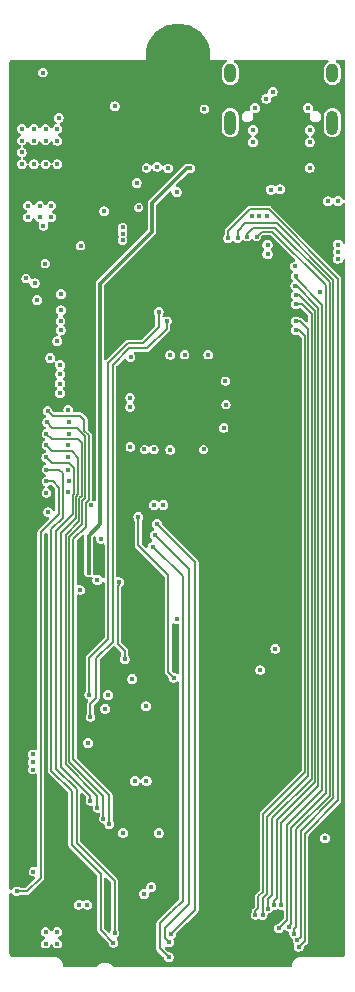
<source format=gbr>
%TF.GenerationSoftware,KiCad,Pcbnew,9.0.7*%
%TF.CreationDate,2026-02-19T00:24:31+01:00*%
%TF.ProjectId,BladeCore-M54C,426c6164-6543-46f7-9265-2d4d3534432e,rev?*%
%TF.SameCoordinates,Original*%
%TF.FileFunction,Copper,L3,Inr*%
%TF.FilePolarity,Positive*%
%FSLAX46Y46*%
G04 Gerber Fmt 4.6, Leading zero omitted, Abs format (unit mm)*
G04 Created by KiCad (PCBNEW 9.0.7) date 2026-02-19 00:24:31*
%MOMM*%
%LPD*%
G01*
G04 APERTURE LIST*
%TA.AperFunction,ComponentPad*%
%ADD10C,0.600000*%
%TD*%
%TA.AperFunction,HeatsinkPad*%
%ADD11O,1.000000X2.100000*%
%TD*%
%TA.AperFunction,HeatsinkPad*%
%ADD12O,1.000000X1.600000*%
%TD*%
%TA.AperFunction,ComponentPad*%
%ADD13C,5.500000*%
%TD*%
%TA.AperFunction,HeatsinkPad*%
%ADD14C,0.425000*%
%TD*%
%TA.AperFunction,ViaPad*%
%ADD15C,0.400000*%
%TD*%
%TA.AperFunction,ViaPad*%
%ADD16C,0.450000*%
%TD*%
%TA.AperFunction,Conductor*%
%ADD17C,0.300000*%
%TD*%
%TA.AperFunction,Conductor*%
%ADD18C,0.174000*%
%TD*%
%TA.AperFunction,Conductor*%
%ADD19C,0.150000*%
%TD*%
G04 APERTURE END LIST*
D10*
%TO.N,GND*%
%TO.C,IC7*%
X5890000Y68620000D03*
X7610000Y68620000D03*
X6750000Y69100000D03*
X5890000Y69580000D03*
X7610000Y69580000D03*
%TD*%
D11*
%TO.N,SHIELD*%
%TO.C,J3*%
X27795000Y75120000D03*
D12*
X27795000Y79300000D03*
D11*
X19155000Y75120000D03*
D12*
X19155000Y79300000D03*
%TD*%
D13*
%TO.N,GND*%
%TO.C,J1*%
X14721447Y80770000D03*
%TD*%
D14*
%TO.N,GND*%
%TO.C,IC1*%
X15529212Y50595788D03*
X15529212Y51445788D03*
X15529212Y52295788D03*
X14679212Y50595788D03*
X14679212Y51445788D03*
X14679212Y52295788D03*
X13829212Y50595788D03*
X13829212Y51445788D03*
X13829212Y52295788D03*
%TD*%
D15*
%TO.N,GND*%
X7500000Y64725000D03*
X9150000Y58100000D03*
D16*
X19675000Y73475000D03*
D15*
X14250000Y24250000D03*
X24000000Y43000000D03*
X18410000Y4640000D03*
X5875000Y9700000D03*
D16*
X20825000Y71150000D03*
X9370000Y24496408D03*
D15*
X8700000Y7200000D03*
X19750000Y32350000D03*
X7500000Y20500000D03*
X14250000Y20500000D03*
X1400000Y23475000D03*
X10200000Y19350000D03*
X24000000Y40000000D03*
X24000000Y41500000D03*
X3650000Y57400000D03*
D16*
X10170000Y24496408D03*
D15*
X14250000Y25500000D03*
X6750000Y62900000D03*
X14250000Y21750000D03*
X26000000Y7100000D03*
X27200000Y10500000D03*
X18500000Y25750000D03*
X6000000Y78500000D03*
X17750000Y34600000D03*
X13810000Y75255000D03*
X17250000Y29500000D03*
X18500000Y30750000D03*
X15040000Y74500000D03*
X12325000Y55250000D03*
D16*
X22875000Y63250000D03*
D15*
X12475000Y64200000D03*
D16*
X10170000Y23696408D03*
D15*
X6500000Y28500000D03*
X28000000Y5100000D03*
X13000000Y20500000D03*
X8850000Y78550000D03*
X20600000Y58600000D03*
X3300000Y10100000D03*
D16*
X17000000Y23950000D03*
D15*
X9700000Y62000000D03*
D16*
X9370000Y23696408D03*
D15*
X9275000Y15000000D03*
X17250000Y30750000D03*
X23200000Y31350000D03*
X19750000Y27000000D03*
X14250000Y23000000D03*
X4050000Y64700000D03*
X19750000Y29500000D03*
D16*
X12950000Y17400000D03*
D15*
X21420000Y4640000D03*
X1800000Y5225000D03*
X10665836Y45034164D03*
X22750000Y41500000D03*
X11400000Y69050000D03*
D16*
X17477407Y68534304D03*
D15*
X7425000Y9700000D03*
X19750000Y28250000D03*
X8750000Y21750000D03*
X26000000Y5100000D03*
X22650000Y59025000D03*
X18750000Y32350000D03*
X17758697Y33528588D03*
X12900000Y19350000D03*
X4134800Y42925000D03*
D16*
X10200000Y17400000D03*
X14475000Y30525000D03*
X27000000Y69100000D03*
X10650000Y27350000D03*
D15*
X2325000Y13100000D03*
X21425000Y36700000D03*
X1100000Y6000000D03*
X16152914Y61957437D03*
X8100000Y5625000D03*
X6475000Y37975000D03*
D16*
X17477407Y69184304D03*
X26775000Y72775000D03*
X20000000Y69800000D03*
D15*
X14700000Y67450000D03*
X5262500Y73787500D03*
X17625000Y48525000D03*
X2050000Y75450000D03*
X18750000Y34600000D03*
X11650000Y52575000D03*
X16200000Y67450000D03*
D16*
X10075000Y9000000D03*
D15*
X17450000Y78350000D03*
X17750000Y32350000D03*
X3300000Y9050000D03*
X8200000Y38945000D03*
X19750000Y30750000D03*
X21250000Y44500000D03*
X7475000Y35575000D03*
X28000000Y7100000D03*
X11651527Y50326527D03*
X12939472Y10842202D03*
X1075000Y7000000D03*
X11344364Y9359032D03*
D16*
X11288230Y36947230D03*
D15*
X8500000Y72550000D03*
X18758697Y33528588D03*
D16*
X9200000Y28900000D03*
D15*
X13925000Y42325000D03*
X21250000Y43000000D03*
D16*
X19675000Y72800000D03*
X28600000Y69100000D03*
D15*
X17000000Y73362500D03*
X10675000Y49250000D03*
X3700000Y54200000D03*
X3750000Y52150000D03*
X15300000Y53900000D03*
X17150000Y42300000D03*
X8800000Y27800000D03*
X16550000Y54475000D03*
X18758697Y35697756D03*
X5575000Y5525000D03*
X5900000Y77125000D03*
X5550000Y79700000D03*
X23925000Y4650000D03*
X11550000Y48225000D03*
D16*
X10970000Y23696408D03*
D15*
X6500000Y29750000D03*
X10000000Y20500000D03*
X1475000Y28125000D03*
D16*
X12556391Y37023458D03*
D15*
X9425000Y4925000D03*
X17758697Y35697756D03*
X17100000Y51275000D03*
X8225000Y65400000D03*
X13000000Y24250000D03*
D16*
X14600000Y4725000D03*
D15*
X7500000Y21750000D03*
X18500000Y29500000D03*
X8675000Y73875000D03*
X18500000Y28250000D03*
X27200000Y8100000D03*
X2400000Y18975000D03*
X8750000Y20500000D03*
D16*
X27200000Y73550000D03*
X10970000Y24496408D03*
D15*
X20000000Y46000000D03*
X7100000Y23700000D03*
X13000000Y25500000D03*
X12776527Y49201527D03*
X13825000Y14950000D03*
D16*
X14300000Y68500000D03*
X20000000Y69150000D03*
X20000000Y68500000D03*
X17477407Y69834304D03*
D15*
X14100000Y49178200D03*
X26000000Y7100000D03*
X13207306Y34500000D03*
X9650000Y75250000D03*
X25125000Y59000000D03*
X19750000Y34600000D03*
X19758697Y35697756D03*
X12225000Y42325000D03*
X14075000Y53900000D03*
X19758697Y33528588D03*
D16*
X17477407Y67884304D03*
D15*
X11750000Y21750000D03*
D16*
X14475000Y28875000D03*
D15*
X18500000Y27000000D03*
X11500000Y43000000D03*
X17100000Y53250000D03*
X13000000Y21750000D03*
D16*
X20000000Y67850000D03*
X9900000Y38900000D03*
D15*
X5075000Y64700000D03*
X15325000Y73680000D03*
X14600000Y31340000D03*
X16562573Y49190627D03*
X8475000Y71000000D03*
X14250000Y26500000D03*
X3350000Y65450000D03*
D16*
X22300000Y65400000D03*
D15*
X9036626Y71810000D03*
X13975000Y65025000D03*
%TO.N,+5V*%
X4000000Y68100000D03*
X8475000Y67625000D03*
X3000000Y68100000D03*
X2400000Y21650000D03*
X3000000Y67100000D03*
X3325000Y66375000D03*
X4000000Y67100000D03*
X2000000Y68100000D03*
X2000000Y67100000D03*
X2400000Y20350000D03*
X2400000Y21000000D03*
%TO.N,+3.3V*%
X3500000Y74600000D03*
D16*
X10850000Y28025000D03*
D15*
X2500000Y73600000D03*
X11385876Y67935876D03*
X10679212Y47670788D03*
X12050000Y71300000D03*
X1500000Y74600000D03*
X18729212Y53245788D03*
X10704212Y55245788D03*
X3500000Y73600000D03*
X24600000Y62950000D03*
D16*
X14600000Y33100000D03*
D15*
X2500000Y74600000D03*
X17279212Y55470788D03*
X3500000Y71600000D03*
X3720000Y42150000D03*
X13895000Y71245000D03*
X7394192Y42703494D03*
X10654212Y51845788D03*
X18589212Y49270788D03*
X11879212Y47445788D03*
D16*
X8775000Y26675000D03*
D15*
X3480331Y63180331D03*
X1500000Y72600000D03*
X4497224Y73585855D03*
D16*
X9350000Y76500000D03*
X7100000Y22600000D03*
D15*
X14054212Y47420788D03*
X2500000Y71600000D03*
X1850000Y61925000D03*
X4500000Y71600000D03*
X16879212Y47445788D03*
X1500000Y71600000D03*
X21675000Y28775000D03*
X4625000Y75525000D03*
X6475000Y64700000D03*
X15279212Y55470788D03*
X1500000Y73600000D03*
X4500000Y74600000D03*
D16*
%TO.N,VREF_OUT*%
X8200000Y39905000D03*
X7900000Y36400000D03*
D15*
%TO.N,/Project Architecture/Microcontroller Peripherals/VREF_IN*%
X7150000Y37025000D03*
X15775000Y71250000D03*
D16*
%TO.N,Net-(C33-Pad1)*%
X10050000Y15000000D03*
X13085000Y14975000D03*
D15*
%TO.N,+1V1*%
X12679212Y47445788D03*
X14054212Y55445788D03*
X18779212Y51245788D03*
X10654212Y51045788D03*
%TO.N,VBUS*%
X4500000Y5600000D03*
X3275000Y79350000D03*
X3500000Y5600000D03*
X2475000Y11700000D03*
X3500000Y6600000D03*
X4500000Y6600000D03*
%TO.N,/Project Architecture/Microcontroller/ADC_VUSB*%
X1050000Y10050000D03*
X3575000Y44750000D03*
D16*
%TO.N,HEARTBEAT*%
X14350000Y28125000D03*
X11350000Y41750000D03*
X4750000Y54600000D03*
%TO.N,/Project Architecture/Microcontroller Peripherals/I2C0_SCL*%
X14600000Y69250000D03*
D15*
X4800000Y57550000D03*
%TO.N,/Project Architecture/Microcontroller Peripherals/I2C0_SDA*%
X4775000Y58350000D03*
D16*
X11226000Y70026000D03*
D15*
X12960000Y71380000D03*
D16*
%TO.N,QSPI_SS*%
X22950000Y30575000D03*
X27150000Y14525000D03*
D15*
%TO.N,/Project Architecture/Microcontroller Peripherals/SWDIO*%
X13100000Y59100000D03*
X7200000Y26700000D03*
%TO.N,/Project Architecture/Microcontroller Peripherals/SWCLK*%
X13766212Y58300000D03*
X7300000Y24800000D03*
%TO.N,/Project Architecture/GPIO22*%
X23450000Y8850000D03*
X24626624Y61326624D03*
%TO.N,/Project Architecture/GPIO23*%
X23250000Y6900000D03*
X24700000Y62100000D03*
%TO.N,/Project Architecture/GPIO18*%
X21266587Y8033413D03*
X24700000Y57550000D03*
%TO.N,/Project Architecture/GPIO27*%
X24950000Y5325000D03*
X18970000Y65330000D03*
D16*
%TO.N,/Project Architecture/CAN Interface/IC_CAN_N*%
X11050000Y19375000D03*
%TO.N,/Project Architecture/PWR*%
X28250000Y64800000D03*
X28250000Y63600000D03*
D15*
X10025000Y65725000D03*
X10025000Y66250000D03*
D16*
X28250000Y64200000D03*
D15*
X10025000Y65175000D03*
%TO.N,/Project Architecture/ADC0*%
X3675000Y50725000D03*
X8900000Y15700000D03*
%TO.N,/Project Architecture/GPIO26*%
X24825000Y5900000D03*
X19760000Y65310000D03*
%TO.N,/Project Architecture/ADC5*%
X9250000Y5675000D03*
X3575000Y45750000D03*
%TO.N,/Project Architecture/GPIO25*%
X20538947Y65475584D03*
X24550000Y6450000D03*
%TO.N,/Project Architecture/GPIO21*%
X22883724Y8839516D03*
X24700000Y60500000D03*
%TO.N,/Project Architecture/ADC4*%
X3550000Y46775000D03*
X9350000Y6475000D03*
%TO.N,/Project Architecture/GPIO19*%
X24700000Y58300000D03*
X21875000Y8000000D03*
D16*
%TO.N,/Project Architecture/CAN Interface/IC_CAN_P*%
X12050000Y19375000D03*
D15*
%TO.N,/Project Architecture/GPIO20*%
X22350000Y8575000D03*
X24700000Y59730000D03*
%TO.N,/Project Architecture/GPIO24*%
X21366572Y65475000D03*
X24075000Y7050000D03*
%TO.N,Net-(IC1B-GPIO40{slash}ADC0)*%
X5425728Y50817350D03*
%TO.N,Net-(IC1B-GPIO41{slash}ADC1)*%
X5465409Y49791321D03*
%TO.N,Net-(IC1B-GPIO42{slash}ADC2)*%
X5448403Y48793636D03*
%TO.N,Net-(IC1B-GPIO43{slash}ADC3)*%
X5414391Y47807288D03*
%TO.N,Net-(IC1B-GPIO44{slash}ADC4)*%
X5397385Y46798265D03*
%TO.N,Net-(IC1B-GPIO45{slash}ADC5)*%
X5397385Y45732555D03*
%TO.N,Net-(IC1B-GPIO46{slash}ADC6)*%
X5454072Y44774550D03*
%TO.N,Net-(IC1B-GPIO47{slash}ADC7)*%
X5442734Y43884569D03*
%TO.N,/Project Architecture/ADC2*%
X3575000Y48775000D03*
X7900000Y17100000D03*
%TO.N,/Project Architecture/ADC3*%
X7300000Y17700000D03*
X3575000Y47800000D03*
%TO.N,/Project Architecture/ADC1*%
X3625000Y49750000D03*
X8400000Y16200000D03*
%TO.N,/Project Architecture/Microcontroller Peripherals/ADC_VREF*%
X3575000Y43775000D03*
X6430000Y35550000D03*
D16*
%TO.N,/Project Architecture/Microcontroller/GPIO38*%
X12750000Y40175000D03*
X13950000Y5750000D03*
X4725000Y53025000D03*
%TO.N,/Project Architecture/Microcontroller/GPIO37*%
X14125000Y6425000D03*
X12950000Y41125000D03*
X4750000Y53825000D03*
%TO.N,/Project Architecture/Microcontroller/GPIO39*%
X4725000Y52225000D03*
X13925000Y4450000D03*
X12600000Y39225000D03*
%TO.N,/Project Architecture/Microcontroller/SPI1_SCLK*%
X4800000Y60600000D03*
X4800000Y59233788D03*
%TO.N,VBUS_ONBOARD*%
X25725000Y76375000D03*
X26720000Y60775000D03*
X21050000Y73475000D03*
X25875000Y74480000D03*
X25875000Y73450000D03*
D15*
X22250000Y67200000D03*
X21600000Y67200000D03*
D16*
X21225000Y76375000D03*
D15*
X21000000Y67200000D03*
D16*
X21075000Y74480000D03*
X25875000Y71300000D03*
%TO.N,USB_D-*%
X28273510Y68471105D03*
D15*
X6325000Y8900000D03*
D16*
%TO.N,USB_D+*%
X27417989Y68455114D03*
D15*
X7025000Y8900000D03*
D16*
%TO.N,USB_ONB_D+*%
X22601747Y69451126D03*
X22197071Y77154054D03*
%TO.N,USB_ONB_D-*%
X22738102Y77732397D03*
X23357324Y69463119D03*
%TO.N,/Project Architecture/USB Interface and Power/USB_RP_D+*%
X22300000Y63981852D03*
X13484743Y42748112D03*
%TO.N,/Project Architecture/USB Interface and Power/USB_RP_D-*%
X12676013Y42759449D03*
X22300000Y64768079D03*
D15*
%TO.N,SHIELD*%
X16950000Y76275000D03*
D16*
%TO.N,/Project Architecture/Microcontroller/SPI1_MISO*%
X2587961Y61512039D03*
X2800000Y60100000D03*
%TO.N,Net-(IC29-RXD)*%
X12000000Y25700000D03*
X8550000Y25500000D03*
%TO.N,/Project Architecture/CAN_P*%
X12467736Y10382460D03*
%TO.N,/Project Architecture/CAN_N*%
X11832091Y9826770D03*
%TO.N,/Project Architecture/Microcontroller/CAN_RST*%
X4500000Y56600000D03*
X9712000Y36200000D03*
X10200000Y29700000D03*
X3900000Y55200000D03*
%TD*%
D17*
%TO.N,/Project Architecture/Microcontroller Peripherals/VREF_IN*%
X12525000Y68325000D02*
X15450000Y71250000D01*
X8100000Y61475000D02*
X12525000Y65900000D01*
X15450000Y71250000D02*
X15775000Y71250000D01*
X8100000Y41100000D02*
X8100000Y61475000D01*
X7150000Y37025000D02*
X7150000Y40150000D01*
X7150000Y40150000D02*
X8100000Y41100000D01*
X12525000Y65900000D02*
X12525000Y68325000D01*
D18*
%TO.N,/Project Architecture/Microcontroller/ADC_VUSB*%
X4625000Y44225000D02*
X4625000Y41950000D01*
X1950000Y10050000D02*
X1050000Y10050000D01*
X3100000Y40425000D02*
X3100000Y11200000D01*
X4100000Y44750000D02*
X4625000Y44225000D01*
X3575000Y44750000D02*
X4100000Y44750000D01*
X3100000Y11200000D02*
X1950000Y10050000D01*
X4625000Y41950000D02*
X3100000Y40425000D01*
%TO.N,HEARTBEAT*%
X11350000Y39375000D02*
X11350000Y41750000D01*
X14350000Y28125000D02*
X13900000Y28575000D01*
X13900000Y32450000D02*
X13900000Y36825000D01*
X13900000Y28575000D02*
X13900000Y32450000D01*
X12725000Y38000000D02*
X11350000Y39375000D01*
X13900000Y36825000D02*
X12725000Y38000000D01*
%TO.N,/Project Architecture/Microcontroller Peripherals/SWDIO*%
X7188000Y29778137D02*
X8800000Y31390137D01*
X7188000Y26712000D02*
X7188000Y29778137D01*
X13100000Y57800000D02*
X13100000Y59100000D01*
X8800000Y54750000D02*
X10500000Y56450000D01*
X10500000Y56450000D02*
X11750000Y56450000D01*
X11750000Y56450000D02*
X13100000Y57800000D01*
X8800000Y31390137D02*
X8800000Y54750000D01*
X7200000Y26700000D02*
X7188000Y26712000D01*
%TO.N,/Project Architecture/Microcontroller Peripherals/SWCLK*%
X13766212Y57666212D02*
X13766212Y58300000D01*
X9200000Y54600000D02*
X10600000Y56000000D01*
X7800000Y26400000D02*
X7800000Y29775000D01*
X7300000Y24800000D02*
X7300000Y25900000D01*
X7300000Y25900000D02*
X7800000Y26400000D01*
X10600000Y56000000D02*
X12100000Y56000000D01*
X9200000Y31175000D02*
X9200000Y54600000D01*
X7800000Y29775000D02*
X9200000Y31175000D01*
X12100000Y56000000D02*
X13766212Y57666212D01*
D19*
%TO.N,/Project Architecture/GPIO22*%
X26610000Y18960000D02*
X23450000Y15800000D01*
X24626624Y61326624D02*
X24630000Y61330000D01*
X24630000Y61330000D02*
X24745000Y61330000D01*
X24745000Y61330000D02*
X26610000Y59465000D01*
X23450000Y15800000D02*
X23450000Y8850000D01*
X26610000Y59465000D02*
X26610000Y18960000D01*
%TO.N,/Project Architecture/GPIO23*%
X24700000Y62100000D02*
X24700000Y61925000D01*
X26920000Y18610000D02*
X23950000Y15640000D01*
X23950000Y15640000D02*
X23950000Y7600000D01*
X26920000Y59705000D02*
X26920000Y18610000D01*
X24700000Y61925000D02*
X26920000Y59705000D01*
X23950000Y7600000D02*
X23250000Y6900000D01*
%TO.N,/Project Architecture/GPIO18*%
X25460000Y57060000D02*
X25460000Y20110000D01*
X21525000Y8650000D02*
X21266587Y8391587D01*
X24700000Y57550000D02*
X24970000Y57550000D01*
X21925000Y10000000D02*
X21525000Y9600000D01*
X24970000Y57550000D02*
X25460000Y57060000D01*
X21266587Y8391587D02*
X21266587Y8033413D01*
X25460000Y20110000D02*
X21925000Y16575000D01*
X21925000Y16575000D02*
X21925000Y10000000D01*
X21525000Y9600000D02*
X21525000Y8650000D01*
%TO.N,/Project Architecture/GPIO27*%
X24950000Y5325000D02*
X25475000Y5850000D01*
X28280000Y17730000D02*
X28280000Y61910000D01*
X22390000Y67800000D02*
X20800000Y67800000D01*
X28280000Y61910000D02*
X22390000Y67800000D01*
X25475000Y5850000D02*
X25475000Y14925000D01*
X20800000Y67800000D02*
X18970000Y65970000D01*
X18970000Y65970000D02*
X18970000Y65330000D01*
X25475000Y14925000D02*
X28280000Y17730000D01*
D18*
%TO.N,/Project Architecture/ADC0*%
X6798999Y49369466D02*
X6800000Y49370467D01*
X4104167Y50295833D02*
X3675000Y50725000D01*
X5850000Y21225000D02*
X5850000Y39875000D01*
X8900000Y18175000D02*
X5850000Y21225000D01*
X6798999Y49006614D02*
X6798999Y49369466D01*
X6429167Y50295833D02*
X4104167Y50295833D01*
X5850000Y39875000D02*
X6887000Y40912000D01*
X6800000Y49370467D02*
X6800000Y49925000D01*
X6887000Y42937000D02*
X7150000Y43200000D01*
X7150000Y43200000D02*
X7150000Y48650000D01*
X6887000Y40912000D02*
X6887000Y42937000D01*
X6800000Y49005613D02*
X6798999Y49006614D01*
X6800000Y49000000D02*
X6800000Y49005613D01*
X8900000Y15700000D02*
X8900000Y18175000D01*
X6800000Y49925000D02*
X6429167Y50295833D01*
X7150000Y48650000D02*
X6800000Y49000000D01*
D19*
%TO.N,/Project Architecture/GPIO26*%
X25100000Y6175000D02*
X25100000Y15180000D01*
X27880000Y61790000D02*
X23070000Y66600000D01*
X27880000Y17960000D02*
X27880000Y61790000D01*
X23070000Y66600000D02*
X20400000Y66600000D01*
X20400000Y66600000D02*
X19760000Y65960000D01*
X24825000Y5900000D02*
X25100000Y6175000D01*
X25100000Y15180000D02*
X27880000Y17960000D01*
X19760000Y65960000D02*
X19760000Y65310000D01*
D18*
%TO.N,/Project Architecture/ADC5*%
X4675000Y45750000D02*
X3575000Y45750000D01*
X9250000Y5675000D02*
X8175000Y6750000D01*
X5725000Y13950000D02*
X5725000Y18500000D01*
X4950000Y45475000D02*
X4675000Y45750000D01*
X4950000Y41675000D02*
X4950000Y45475000D01*
X3975000Y20250000D02*
X3975000Y40700000D01*
X8175000Y6750000D02*
X8175000Y11500000D01*
X3975000Y40700000D02*
X4950000Y41675000D01*
X5725000Y18500000D02*
X3975000Y20250000D01*
X8175000Y11500000D02*
X5725000Y13950000D01*
D19*
%TO.N,/Project Architecture/GPIO25*%
X20554212Y65654212D02*
X21100000Y66200000D01*
X21100000Y66200000D02*
X22940000Y66200000D01*
X22940000Y66200000D02*
X27550000Y61590000D01*
X20554212Y65490849D02*
X20554212Y65654212D01*
X20538947Y65475584D02*
X20554212Y65490849D01*
X27550000Y18120000D02*
X24725000Y15295000D01*
X24725000Y15295000D02*
X24725000Y7025000D01*
X27550000Y61590000D02*
X27550000Y18120000D01*
X24725000Y7025000D02*
X24550000Y6850000D01*
X24550000Y6850000D02*
X24550000Y6450000D01*
%TO.N,/Project Architecture/GPIO21*%
X23075000Y9450000D02*
X22875000Y9250000D01*
X26320000Y19290000D02*
X23075000Y16045000D01*
X24980000Y60520000D02*
X26320000Y59180000D01*
X24720000Y60520000D02*
X24980000Y60520000D01*
X22875000Y9250000D02*
X22875000Y8848240D01*
X24700000Y60500000D02*
X24720000Y60520000D01*
X26320000Y59180000D02*
X26320000Y19290000D01*
X23075000Y16045000D02*
X23075000Y9450000D01*
X22875000Y8848240D02*
X22883724Y8839516D01*
D18*
%TO.N,/Project Architecture/ADC4*%
X4425000Y20400000D02*
X6150000Y18675000D01*
X6150000Y18675000D02*
X6150000Y14100000D01*
X6150000Y14100000D02*
X9350000Y10900000D01*
X5827000Y43570492D02*
X5827000Y41977000D01*
X5525000Y46300000D02*
X5950000Y45875000D01*
X9350000Y10900000D02*
X9350000Y6475000D01*
X5950000Y43693492D02*
X5827000Y43570492D01*
X4025000Y46300000D02*
X5525000Y46300000D01*
X5827000Y41977000D02*
X4425000Y40575000D01*
X3550000Y46775000D02*
X4025000Y46300000D01*
X4425000Y40575000D02*
X4425000Y20400000D01*
X5950000Y45875000D02*
X5950000Y43693492D01*
D19*
%TO.N,/Project Architecture/GPIO19*%
X24700000Y58300000D02*
X24730000Y58330000D01*
X25730000Y57660000D02*
X25730000Y19820000D01*
X25730000Y19820000D02*
X22275000Y16365000D01*
X22275000Y16365000D02*
X22275000Y9831685D01*
X22275000Y9831685D02*
X21874000Y9430685D01*
X21874000Y9430685D02*
X21874000Y8377834D01*
X24730000Y58330000D02*
X25060000Y58330000D01*
X21875000Y8376834D02*
X21875000Y8000000D01*
X21874000Y8377834D02*
X21875000Y8376834D01*
X25060000Y58330000D02*
X25730000Y57660000D01*
%TO.N,/Project Architecture/GPIO20*%
X22350000Y9397545D02*
X22350000Y8575000D01*
X26030000Y19560000D02*
X22700000Y16230000D01*
X22700000Y9747545D02*
X22350000Y9397545D01*
X26030000Y58880000D02*
X26030000Y19560000D01*
X22700000Y16230000D02*
X22700000Y9747545D01*
X25180000Y59730000D02*
X26030000Y58880000D01*
X24700000Y59730000D02*
X25180000Y59730000D01*
%TO.N,/Project Architecture/GPIO24*%
X27220000Y18330000D02*
X24325000Y15435000D01*
X27220000Y61330000D02*
X27220000Y18330000D01*
X21791572Y65900000D02*
X22650000Y65900000D01*
X24325000Y15435000D02*
X24325000Y7300000D01*
X21366572Y65475000D02*
X21791572Y65900000D01*
X24325000Y7300000D02*
X24075000Y7050000D01*
X22650000Y65900000D02*
X27220000Y61330000D01*
D18*
%TO.N,/Project Architecture/ADC2*%
X7900000Y18075000D02*
X5200000Y20775000D01*
X5200000Y40200000D02*
X6357000Y41357000D01*
X6550000Y43496979D02*
X6550000Y48025000D01*
X4050000Y48300000D02*
X3575000Y48775000D01*
X6357000Y41357000D02*
X6357000Y43303979D01*
X7900000Y17100000D02*
X7900000Y18075000D01*
X6357000Y43303979D02*
X6550000Y43496979D01*
X5200000Y20775000D02*
X5200000Y40200000D01*
X6275000Y48300000D02*
X4050000Y48300000D01*
X6550000Y48025000D02*
X6275000Y48300000D01*
%TO.N,/Project Architecture/ADC3*%
X4825000Y20575000D02*
X4825000Y40400000D01*
X6285000Y46740000D02*
X5725000Y47300000D01*
X4075000Y47300000D02*
X3575000Y47800000D01*
X6285000Y43653724D02*
X6285000Y46740000D01*
X6092000Y43460725D02*
X6285000Y43653724D01*
X7300000Y17700000D02*
X7300000Y18100000D01*
X4825000Y40400000D02*
X6092000Y41667000D01*
X6092000Y41667000D02*
X6092000Y43460725D01*
X5725000Y47300000D02*
X4075000Y47300000D01*
X7300000Y18100000D02*
X4825000Y20575000D01*
%TO.N,/Project Architecture/ADC1*%
X6850000Y43350000D02*
X6850000Y48575000D01*
X6850000Y48575000D02*
X6125000Y49300000D01*
X6125000Y49300000D02*
X4075000Y49300000D01*
X8400000Y18100234D02*
X5525000Y20975234D01*
X8400000Y16200000D02*
X8400000Y18100234D01*
X6622000Y43122000D02*
X6850000Y43350000D01*
X6622000Y41122000D02*
X6622000Y43122000D01*
X5525000Y40025000D02*
X6622000Y41122000D01*
X5525000Y20975234D02*
X5525000Y40025000D01*
X4075000Y49300000D02*
X3625000Y49750000D01*
%TO.N,/Project Architecture/Microcontroller/GPIO38*%
X13612000Y6088000D02*
X13612000Y6937000D01*
X14350000Y7675000D02*
X15625000Y8950000D01*
X15625000Y8950000D02*
X15625000Y11600000D01*
X15625000Y11600000D02*
X15625000Y37300000D01*
X13950000Y5750000D02*
X13612000Y6088000D01*
X15625000Y37300000D02*
X12750000Y40175000D01*
X13612000Y6937000D02*
X14350000Y7675000D01*
%TO.N,/Project Architecture/Microcontroller/GPIO37*%
X16175000Y37900000D02*
X12950000Y41125000D01*
X14125000Y6425000D02*
X16175000Y8475000D01*
X16175000Y8475000D02*
X16175000Y19350000D01*
X16175000Y19350000D02*
X16175000Y37900000D01*
%TO.N,/Project Architecture/Microcontroller/GPIO39*%
X15100000Y9250000D02*
X15100000Y11425000D01*
X14225000Y8375000D02*
X15100000Y9250000D01*
X13175000Y6825000D02*
X13175000Y7325000D01*
X13175000Y7325000D02*
X14225000Y8375000D01*
X13925000Y4450000D02*
X13175000Y5200000D01*
X15113000Y36712000D02*
X12600000Y39225000D01*
X13175000Y5200000D02*
X13175000Y6825000D01*
X15113000Y11438000D02*
X15113000Y36712000D01*
X15100000Y11425000D02*
X15113000Y11438000D01*
%TO.N,/Project Architecture/Microcontroller/CAN_RST*%
X9600000Y35888000D02*
X9600000Y31000000D01*
X9712000Y36200000D02*
X9712000Y36000000D01*
X9600000Y31000000D02*
X10200000Y30400000D01*
X10200000Y30400000D02*
X10200000Y29700000D01*
X9712000Y36000000D02*
X9600000Y35888000D01*
%TD*%
%TA.AperFunction,Conductor*%
%TO.N,GND*%
G36*
X14376698Y32733904D02*
G01*
X14407246Y32716267D01*
X14434525Y32700516D01*
X14434527Y32700516D01*
X14434528Y32700515D01*
X14543561Y32671300D01*
X14543563Y32671300D01*
X14656437Y32671300D01*
X14656439Y32671300D01*
X14666205Y32673917D01*
X14736055Y32672256D01*
X14793918Y32633094D01*
X14821423Y32568866D01*
X14822300Y32554143D01*
X14822300Y28558335D01*
X14802615Y28491296D01*
X14749811Y28445541D01*
X14680653Y28435597D01*
X14619871Y28463356D01*
X14619674Y28463098D01*
X14618556Y28463956D01*
X14617097Y28464622D01*
X14614328Y28467200D01*
X14613231Y28468042D01*
X14613228Y28468045D01*
X14564350Y28496265D01*
X14515473Y28524485D01*
X14460955Y28539093D01*
X14406439Y28553700D01*
X14406438Y28553700D01*
X14383774Y28553700D01*
X14354333Y28562345D01*
X14324347Y28568868D01*
X14319331Y28572623D01*
X14316735Y28573385D01*
X14296093Y28590019D01*
X14227019Y28659093D01*
X14193534Y28720416D01*
X14190700Y28746774D01*
X14190700Y32626516D01*
X14210385Y32693555D01*
X14263189Y32739310D01*
X14332347Y32749254D01*
X14376698Y32733904D01*
G37*
%TD.AperFunction*%
%TA.AperFunction,Conductor*%
G36*
X18783453Y80439961D02*
G01*
X18816135Y80430995D01*
X18816904Y80430139D01*
X18818006Y80429815D01*
X18840161Y80404247D01*
X18862824Y80379016D01*
X18863008Y80377880D01*
X18863761Y80377011D01*
X18868582Y80343480D01*
X18874000Y80310046D01*
X18873541Y80308993D01*
X18873705Y80307853D01*
X18859629Y80277033D01*
X18846114Y80245982D01*
X18844987Y80244971D01*
X18844680Y80244297D01*
X18819859Y80222400D01*
X18777568Y80194142D01*
X18706414Y80146599D01*
X18608401Y80048586D01*
X18531386Y79933324D01*
X18478344Y79805267D01*
X18478341Y79805255D01*
X18451300Y79669313D01*
X18451300Y78930688D01*
X18478341Y78794746D01*
X18478344Y78794734D01*
X18531386Y78666677D01*
X18608401Y78551415D01*
X18706414Y78453402D01*
X18821676Y78376387D01*
X18949733Y78323345D01*
X18949738Y78323343D01*
X19085687Y78296301D01*
X19085690Y78296300D01*
X19085692Y78296300D01*
X19224310Y78296300D01*
X19224311Y78296301D01*
X19360262Y78323343D01*
X19424294Y78349866D01*
X19488323Y78376387D01*
X19488324Y78376388D01*
X19488327Y78376389D01*
X19603583Y78453400D01*
X19701600Y78551417D01*
X19778611Y78666673D01*
X19831657Y78794738D01*
X19858700Y78930692D01*
X19858700Y79669308D01*
X19858700Y79669311D01*
X19858699Y79669313D01*
X19847386Y79726188D01*
X19831657Y79805262D01*
X19831655Y79805267D01*
X19778613Y79933324D01*
X19701598Y80048586D01*
X19603585Y80146599D01*
X19562704Y80173915D01*
X19490141Y80222399D01*
X19445338Y80276009D01*
X19436630Y80345334D01*
X19466784Y80408362D01*
X19526227Y80445082D01*
X19559033Y80449500D01*
X27390967Y80449500D01*
X27458006Y80429815D01*
X27503761Y80377011D01*
X27513705Y80307853D01*
X27484680Y80244297D01*
X27459859Y80222400D01*
X27417568Y80194142D01*
X27346414Y80146599D01*
X27248401Y80048586D01*
X27171386Y79933324D01*
X27118344Y79805267D01*
X27118341Y79805255D01*
X27091300Y79669313D01*
X27091300Y78930688D01*
X27118341Y78794746D01*
X27118344Y78794734D01*
X27171386Y78666677D01*
X27248401Y78551415D01*
X27346414Y78453402D01*
X27461676Y78376387D01*
X27589733Y78323345D01*
X27589738Y78323343D01*
X27725687Y78296301D01*
X27725690Y78296300D01*
X27725692Y78296300D01*
X27864310Y78296300D01*
X27864311Y78296301D01*
X28000262Y78323343D01*
X28064294Y78349866D01*
X28128323Y78376387D01*
X28128324Y78376388D01*
X28128327Y78376389D01*
X28243583Y78453400D01*
X28341600Y78551417D01*
X28418611Y78666673D01*
X28471657Y78794738D01*
X28498700Y78930692D01*
X28498700Y79669308D01*
X28498700Y79669311D01*
X28498699Y79669313D01*
X28487386Y79726188D01*
X28471657Y79805262D01*
X28471655Y79805267D01*
X28418613Y79933324D01*
X28341598Y80048586D01*
X28243585Y80146599D01*
X28202704Y80173915D01*
X28130141Y80222399D01*
X28085338Y80276009D01*
X28076630Y80345334D01*
X28106784Y80408362D01*
X28166227Y80445082D01*
X28199033Y80449500D01*
X28652405Y80449500D01*
X28690244Y80449500D01*
X28709630Y80447975D01*
X28742253Y80442808D01*
X28779146Y80430821D01*
X28799765Y80420315D01*
X28831151Y80397511D01*
X28847510Y80381152D01*
X28870314Y80349766D01*
X28880820Y80329147D01*
X28892808Y80292252D01*
X28897973Y80259641D01*
X28899500Y80240245D01*
X28899500Y68707034D01*
X28879815Y68639995D01*
X28827011Y68594240D01*
X28757853Y68584296D01*
X28694297Y68613321D01*
X28668113Y68645033D01*
X28662539Y68654687D01*
X28616555Y68734333D01*
X28536738Y68814150D01*
X28466679Y68854599D01*
X28438983Y68870590D01*
X28384465Y68885198D01*
X28329949Y68899805D01*
X28217071Y68899805D01*
X28108036Y68870590D01*
X28010282Y68814150D01*
X28010279Y68814148D01*
X27925435Y68729303D01*
X27864112Y68695818D01*
X27794420Y68700802D01*
X27750073Y68729303D01*
X27681219Y68798157D01*
X27681217Y68798159D01*
X27590535Y68850515D01*
X27583462Y68854599D01*
X27523781Y68870590D01*
X27474428Y68883814D01*
X27361550Y68883814D01*
X27252515Y68854599D01*
X27154761Y68798159D01*
X27154758Y68798157D01*
X27074946Y68718345D01*
X27074944Y68718342D01*
X27018504Y68620588D01*
X26989289Y68511553D01*
X26989289Y68398676D01*
X27018504Y68289641D01*
X27046724Y68240764D01*
X27074944Y68191886D01*
X27154761Y68112069D01*
X27224820Y68071620D01*
X27247684Y68058419D01*
X27252517Y68055629D01*
X27361550Y68026414D01*
X27361552Y68026414D01*
X27474426Y68026414D01*
X27474428Y68026414D01*
X27583461Y68055629D01*
X27681217Y68112069D01*
X27761034Y68191886D01*
X27761034Y68191887D01*
X27766064Y68196916D01*
X27827387Y68230401D01*
X27897079Y68225417D01*
X27941426Y68196916D01*
X28010282Y68128060D01*
X28108038Y68071620D01*
X28217071Y68042405D01*
X28217073Y68042405D01*
X28329947Y68042405D01*
X28329949Y68042405D01*
X28438982Y68071620D01*
X28536738Y68128060D01*
X28616555Y68207877D01*
X28668114Y68297179D01*
X28718680Y68345393D01*
X28787288Y68358615D01*
X28852152Y68332647D01*
X28892680Y68275733D01*
X28899500Y68235177D01*
X28899500Y64974276D01*
X28879815Y64907237D01*
X28827011Y64861482D01*
X28757853Y64851538D01*
X28694297Y64880563D01*
X28656523Y64939341D01*
X28655725Y64942182D01*
X28649485Y64965472D01*
X28593045Y65063228D01*
X28513228Y65143045D01*
X28458936Y65174391D01*
X28415473Y65199485D01*
X28360955Y65214093D01*
X28306439Y65228700D01*
X28193561Y65228700D01*
X28084526Y65199485D01*
X27986772Y65143045D01*
X27986769Y65143043D01*
X27906957Y65063231D01*
X27906955Y65063228D01*
X27850515Y64965474D01*
X27821300Y64856439D01*
X27821300Y64743562D01*
X27850515Y64634527D01*
X27892389Y64562001D01*
X27908862Y64494100D01*
X27892389Y64437999D01*
X27850515Y64365474D01*
X27821300Y64256439D01*
X27821300Y64143562D01*
X27850515Y64034527D01*
X27892389Y63962001D01*
X27908862Y63894100D01*
X27892389Y63837999D01*
X27850515Y63765474D01*
X27834911Y63707237D01*
X27821300Y63656439D01*
X27821300Y63543561D01*
X27832069Y63503370D01*
X27850515Y63434527D01*
X27854163Y63428209D01*
X27906955Y63336772D01*
X27986772Y63256955D01*
X28084528Y63200515D01*
X28193561Y63171300D01*
X28193563Y63171300D01*
X28306437Y63171300D01*
X28306439Y63171300D01*
X28415472Y63200515D01*
X28513228Y63256955D01*
X28593045Y63336772D01*
X28649485Y63434528D01*
X28655725Y63457820D01*
X28692090Y63517478D01*
X28754936Y63548008D01*
X28824312Y63539714D01*
X28878190Y63495229D01*
X28899465Y63428677D01*
X28899500Y63425725D01*
X28899500Y4709756D01*
X28897973Y4690360D01*
X28897973Y4690356D01*
X28892808Y4657749D01*
X28880820Y4620854D01*
X28870314Y4600235D01*
X28847510Y4568849D01*
X28831151Y4552490D01*
X28799765Y4529686D01*
X28779146Y4519180D01*
X28742251Y4507192D01*
X28729663Y4505199D01*
X28709638Y4502027D01*
X28690244Y4500500D01*
X25071155Y4500500D01*
X24916510Y4469739D01*
X24916498Y4469736D01*
X24770827Y4409398D01*
X24770814Y4409391D01*
X24639711Y4321790D01*
X24639707Y4321787D01*
X24528213Y4210293D01*
X24528210Y4210289D01*
X24440609Y4079186D01*
X24440602Y4079173D01*
X24380264Y3933502D01*
X24380261Y3933490D01*
X24349500Y3778847D01*
X24349500Y3724000D01*
X24329815Y3656961D01*
X24277011Y3611206D01*
X24225500Y3600000D01*
X9365212Y3600000D01*
X9298173Y3619685D01*
X9262109Y3655110D01*
X9260872Y3656961D01*
X9249464Y3674035D01*
X9249462Y3674038D01*
X9124038Y3799462D01*
X9124034Y3799465D01*
X8976553Y3898010D01*
X8976540Y3898017D01*
X8812667Y3965894D01*
X8812658Y3965897D01*
X8638694Y4000500D01*
X8638691Y4000500D01*
X8597595Y4000500D01*
X8550000Y4000500D01*
X8461309Y4000500D01*
X8461306Y4000500D01*
X8287341Y3965897D01*
X8287332Y3965894D01*
X8123459Y3898017D01*
X8123446Y3898010D01*
X7975965Y3799465D01*
X7975961Y3799462D01*
X7850537Y3674038D01*
X7841271Y3660171D01*
X7839128Y3656961D01*
X7837891Y3655110D01*
X7784279Y3610305D01*
X7734788Y3600000D01*
X5124500Y3600000D01*
X5057461Y3619685D01*
X5011706Y3672489D01*
X5000500Y3724000D01*
X5000500Y3778845D01*
X5000499Y3778847D01*
X4996398Y3799465D01*
X4969737Y3933497D01*
X4909795Y4078211D01*
X4909397Y4079173D01*
X4909390Y4079186D01*
X4821789Y4210289D01*
X4821786Y4210293D01*
X4710292Y4321787D01*
X4710288Y4321790D01*
X4579185Y4409391D01*
X4579172Y4409398D01*
X4433501Y4469736D01*
X4433489Y4469739D01*
X4278845Y4500500D01*
X4278842Y4500500D01*
X4239562Y4500500D01*
X659756Y4500500D01*
X640360Y4502027D01*
X624110Y4504601D01*
X607749Y4507192D01*
X570853Y4519180D01*
X550234Y4529686D01*
X518848Y4552490D01*
X502489Y4568849D01*
X479685Y4600235D01*
X469178Y4620856D01*
X457192Y4657747D01*
X452025Y4690370D01*
X450500Y4709756D01*
X450500Y6653148D01*
X3096300Y6653148D01*
X3096300Y6546852D01*
X3123811Y6444177D01*
X3176959Y6352122D01*
X3252122Y6276959D01*
X3344177Y6223811D01*
X3359243Y6219775D01*
X3418903Y6183410D01*
X3449432Y6120563D01*
X3441137Y6051188D01*
X3396652Y5997310D01*
X3359244Y5980227D01*
X3344177Y5976189D01*
X3344175Y5976188D01*
X3344174Y5976188D01*
X3252125Y5923043D01*
X3252119Y5923039D01*
X3176961Y5847881D01*
X3176957Y5847875D01*
X3123812Y5755826D01*
X3123812Y5755825D01*
X3123811Y5755823D01*
X3096300Y5653148D01*
X3096300Y5546852D01*
X3123811Y5444177D01*
X3176959Y5352122D01*
X3252122Y5276959D01*
X3344177Y5223811D01*
X3446852Y5196300D01*
X3446854Y5196300D01*
X3553146Y5196300D01*
X3553148Y5196300D01*
X3655823Y5223811D01*
X3747878Y5276959D01*
X3823041Y5352122D01*
X3876189Y5444177D01*
X3880225Y5459244D01*
X3916589Y5518903D01*
X3979435Y5549433D01*
X4048811Y5541139D01*
X4102690Y5496654D01*
X4119773Y5459245D01*
X4123811Y5444177D01*
X4176959Y5352122D01*
X4252122Y5276959D01*
X4344177Y5223811D01*
X4446852Y5196300D01*
X4446854Y5196300D01*
X4553146Y5196300D01*
X4553148Y5196300D01*
X4655823Y5223811D01*
X4747878Y5276959D01*
X4823041Y5352122D01*
X4876189Y5444177D01*
X4903700Y5546852D01*
X4903700Y5653148D01*
X4876189Y5755823D01*
X4823041Y5847878D01*
X4747878Y5923041D01*
X4655823Y5976189D01*
X4640756Y5980226D01*
X4581097Y6016589D01*
X4550567Y6079435D01*
X4558861Y6148811D01*
X4603346Y6202690D01*
X4640755Y6219774D01*
X4655823Y6223811D01*
X4747878Y6276959D01*
X4823041Y6352122D01*
X4876189Y6444177D01*
X4903700Y6546852D01*
X4903700Y6653148D01*
X4876189Y6755823D01*
X4823041Y6847878D01*
X4747878Y6923041D01*
X4655823Y6976189D01*
X4553148Y7003700D01*
X4446852Y7003700D01*
X4344177Y6976189D01*
X4344175Y6976188D01*
X4344174Y6976188D01*
X4252125Y6923043D01*
X4252119Y6923039D01*
X4176961Y6847881D01*
X4176957Y6847875D01*
X4123812Y6755826D01*
X4123812Y6755825D01*
X4123811Y6755823D01*
X4119774Y6740757D01*
X4083410Y6681097D01*
X4020563Y6650568D01*
X3951188Y6658863D01*
X3897310Y6703348D01*
X3880226Y6740756D01*
X3876189Y6755823D01*
X3823041Y6847878D01*
X3747878Y6923041D01*
X3655823Y6976189D01*
X3553148Y7003700D01*
X3446852Y7003700D01*
X3344177Y6976189D01*
X3344175Y6976188D01*
X3344174Y6976188D01*
X3252125Y6923043D01*
X3252119Y6923039D01*
X3176961Y6847881D01*
X3176957Y6847875D01*
X3123812Y6755826D01*
X3123812Y6755825D01*
X3123811Y6755823D01*
X3096300Y6653148D01*
X450500Y6653148D01*
X450500Y8953148D01*
X5921300Y8953148D01*
X5921300Y8846852D01*
X5948811Y8744177D01*
X6001959Y8652122D01*
X6077122Y8576959D01*
X6169177Y8523811D01*
X6271852Y8496300D01*
X6271854Y8496300D01*
X6378146Y8496300D01*
X6378148Y8496300D01*
X6480823Y8523811D01*
X6572878Y8576959D01*
X6587319Y8591400D01*
X6648642Y8624885D01*
X6718334Y8619901D01*
X6762681Y8591400D01*
X6777122Y8576959D01*
X6869177Y8523811D01*
X6971852Y8496300D01*
X6971854Y8496300D01*
X7078146Y8496300D01*
X7078148Y8496300D01*
X7180823Y8523811D01*
X7272878Y8576959D01*
X7348041Y8652122D01*
X7401189Y8744177D01*
X7428700Y8846852D01*
X7428700Y8953148D01*
X7401189Y9055823D01*
X7348041Y9147878D01*
X7272878Y9223041D01*
X7180823Y9276189D01*
X7078148Y9303700D01*
X6971852Y9303700D01*
X6869177Y9276189D01*
X6869175Y9276188D01*
X6869174Y9276188D01*
X6777125Y9223043D01*
X6777119Y9223039D01*
X6762681Y9208600D01*
X6701358Y9175115D01*
X6631666Y9180099D01*
X6587319Y9208600D01*
X6572880Y9223039D01*
X6572878Y9223041D01*
X6480823Y9276189D01*
X6378148Y9303700D01*
X6271852Y9303700D01*
X6169177Y9276189D01*
X6169175Y9276188D01*
X6169174Y9276188D01*
X6077125Y9223043D01*
X6077119Y9223039D01*
X6001961Y9147881D01*
X6001957Y9147875D01*
X5948812Y9055826D01*
X5948812Y9055825D01*
X5948811Y9055823D01*
X5921300Y8953148D01*
X450500Y8953148D01*
X450500Y9818189D01*
X470185Y9885228D01*
X522989Y9930983D01*
X592147Y9940927D01*
X655703Y9911902D01*
X681886Y9880190D01*
X726959Y9802122D01*
X802122Y9726959D01*
X894177Y9673811D01*
X996852Y9646300D01*
X996854Y9646300D01*
X1103146Y9646300D01*
X1103148Y9646300D01*
X1205823Y9673811D01*
X1297878Y9726959D01*
X1297886Y9726968D01*
X1304324Y9731906D01*
X1306072Y9729628D01*
X1355223Y9756466D01*
X1381581Y9759300D01*
X1988268Y9759300D01*
X1988271Y9759300D01*
X2062206Y9779111D01*
X2128494Y9817382D01*
X3332618Y11021506D01*
X3370889Y11087794D01*
X3390700Y11161729D01*
X3390700Y11238272D01*
X3390700Y40253226D01*
X3399344Y40282667D01*
X3405868Y40312653D01*
X3409622Y40317669D01*
X3410385Y40320265D01*
X3427019Y40340907D01*
X3472619Y40386507D01*
X3533942Y40419992D01*
X3603634Y40415008D01*
X3659567Y40373136D01*
X3683984Y40307672D01*
X3684300Y40298826D01*
X3684300Y20288271D01*
X3684300Y20211729D01*
X3704111Y20137794D01*
X3742381Y20071508D01*
X3742383Y20071505D01*
X5397981Y18415907D01*
X5431466Y18354584D01*
X5434300Y18328226D01*
X5434300Y13988271D01*
X5434300Y13911729D01*
X5454111Y13837794D01*
X5492381Y13771508D01*
X5492383Y13771505D01*
X7847981Y11415908D01*
X7881466Y11354585D01*
X7884300Y11328227D01*
X7884300Y6788271D01*
X7884300Y6711729D01*
X7900271Y6652126D01*
X7904111Y6637794D01*
X7942381Y6571508D01*
X7942383Y6571505D01*
X8809981Y5703907D01*
X8843466Y5642584D01*
X8844834Y5629859D01*
X8845239Y5629912D01*
X8846300Y5621854D01*
X8846300Y5621852D01*
X8873811Y5519177D01*
X8926959Y5427122D01*
X9002122Y5351959D01*
X9094177Y5298811D01*
X9196852Y5271300D01*
X9196854Y5271300D01*
X9303146Y5271300D01*
X9303148Y5271300D01*
X9405823Y5298811D01*
X9497878Y5351959D01*
X9573041Y5427122D01*
X9626189Y5519177D01*
X9653700Y5621852D01*
X9653700Y5728148D01*
X9626189Y5830823D01*
X9573041Y5922878D01*
X9551168Y5944751D01*
X9517683Y6006074D01*
X9522667Y6075766D01*
X9564539Y6131699D01*
X9576835Y6139811D01*
X9597878Y6151959D01*
X9673041Y6227122D01*
X9726189Y6319177D01*
X9753700Y6421852D01*
X9753700Y6528148D01*
X9726189Y6630823D01*
X9673041Y6722878D01*
X9673035Y6722884D01*
X9668094Y6729324D01*
X9670372Y6731073D01*
X9643534Y6780223D01*
X9640700Y6806581D01*
X9640700Y9883209D01*
X11403391Y9883209D01*
X11403391Y9770332D01*
X11432606Y9661297D01*
X11460826Y9612420D01*
X11489046Y9563542D01*
X11568863Y9483725D01*
X11666619Y9427285D01*
X11775652Y9398070D01*
X11775654Y9398070D01*
X11888528Y9398070D01*
X11888530Y9398070D01*
X11997563Y9427285D01*
X12095319Y9483725D01*
X12175136Y9563542D01*
X12231576Y9661298D01*
X12260791Y9770331D01*
X12260791Y9832489D01*
X12280476Y9899528D01*
X12333280Y9945283D01*
X12402438Y9955227D01*
X12406517Y9954390D01*
X12411295Y9953761D01*
X12411297Y9953760D01*
X12411299Y9953760D01*
X12524173Y9953760D01*
X12524175Y9953760D01*
X12633208Y9982975D01*
X12730964Y10039415D01*
X12810781Y10119232D01*
X12867221Y10216988D01*
X12896436Y10326021D01*
X12896436Y10438899D01*
X12867221Y10547932D01*
X12810781Y10645688D01*
X12730964Y10725505D01*
X12680598Y10754584D01*
X12633209Y10781945D01*
X12578691Y10796553D01*
X12524175Y10811160D01*
X12411297Y10811160D01*
X12302262Y10781945D01*
X12204508Y10725505D01*
X12204505Y10725503D01*
X12124693Y10645691D01*
X12124691Y10645688D01*
X12068251Y10547934D01*
X12039036Y10438899D01*
X12039036Y10376742D01*
X12019351Y10309703D01*
X11966547Y10263948D01*
X11897389Y10254004D01*
X11893308Y10254841D01*
X11888531Y10255470D01*
X11888530Y10255470D01*
X11775652Y10255470D01*
X11666617Y10226255D01*
X11568863Y10169815D01*
X11568860Y10169813D01*
X11489048Y10090001D01*
X11489046Y10089998D01*
X11432606Y9992244D01*
X11403391Y9883209D01*
X9640700Y9883209D01*
X9640700Y10938269D01*
X9640700Y10938271D01*
X9620889Y11012206D01*
X9582618Y11078494D01*
X9528494Y11132618D01*
X6477019Y14184093D01*
X6443534Y14245416D01*
X6440700Y14271774D01*
X6440700Y15056439D01*
X9621300Y15056439D01*
X9621300Y14943561D01*
X9627999Y14918561D01*
X9650515Y14834527D01*
X9664931Y14809559D01*
X9706955Y14736772D01*
X9786772Y14656955D01*
X9884528Y14600515D01*
X9993561Y14571300D01*
X9993563Y14571300D01*
X10106437Y14571300D01*
X10106439Y14571300D01*
X10215472Y14600515D01*
X10313228Y14656955D01*
X10393045Y14736772D01*
X10449485Y14834528D01*
X10478700Y14943561D01*
X10478700Y15031439D01*
X12656300Y15031439D01*
X12656300Y14918562D01*
X12685515Y14809527D01*
X12713735Y14760650D01*
X12741955Y14711772D01*
X12821772Y14631955D01*
X12919528Y14575515D01*
X13028561Y14546300D01*
X13028563Y14546300D01*
X13141437Y14546300D01*
X13141439Y14546300D01*
X13250472Y14575515D01*
X13348228Y14631955D01*
X13428045Y14711772D01*
X13484485Y14809528D01*
X13513700Y14918561D01*
X13513700Y15031439D01*
X13484485Y15140472D01*
X13428045Y15238228D01*
X13348228Y15318045D01*
X13299350Y15346265D01*
X13250473Y15374485D01*
X13195955Y15389093D01*
X13141439Y15403700D01*
X13028561Y15403700D01*
X12919526Y15374485D01*
X12821772Y15318045D01*
X12821769Y15318043D01*
X12741957Y15238231D01*
X12741955Y15238228D01*
X12685515Y15140474D01*
X12656300Y15031439D01*
X10478700Y15031439D01*
X10478700Y15056439D01*
X10449485Y15165472D01*
X10393045Y15263228D01*
X10313228Y15343045D01*
X10254483Y15376962D01*
X10215473Y15399485D01*
X10160955Y15414093D01*
X10106439Y15428700D01*
X9993561Y15428700D01*
X9884526Y15399485D01*
X9786772Y15343045D01*
X9786769Y15343043D01*
X9706957Y15263231D01*
X9706955Y15263228D01*
X9650515Y15165474D01*
X9643816Y15140472D01*
X9621300Y15056439D01*
X6440700Y15056439D01*
X6440700Y18248826D01*
X6460385Y18315865D01*
X6513189Y18361620D01*
X6582347Y18371564D01*
X6645903Y18342539D01*
X6652381Y18336507D01*
X6933122Y18055766D01*
X6966607Y17994443D01*
X6961623Y17924751D01*
X6952830Y17906087D01*
X6923811Y17855824D01*
X6923811Y17855823D01*
X6896300Y17753148D01*
X6896300Y17646852D01*
X6923811Y17544177D01*
X6976959Y17452122D01*
X7052122Y17376959D01*
X7144177Y17323811D01*
X7246852Y17296300D01*
X7246854Y17296300D01*
X7353149Y17296300D01*
X7357781Y17296910D01*
X7426816Y17286148D01*
X7479074Y17239770D01*
X7497962Y17172502D01*
X7496911Y17157792D01*
X7496300Y17153150D01*
X7496300Y17153148D01*
X7496300Y17046852D01*
X7523811Y16944177D01*
X7576959Y16852122D01*
X7652122Y16776959D01*
X7744177Y16723811D01*
X7846852Y16696300D01*
X7846854Y16696300D01*
X7953143Y16696300D01*
X7953148Y16696300D01*
X7953199Y16696314D01*
X7953243Y16696313D01*
X7961204Y16697361D01*
X7961367Y16696121D01*
X7978196Y16695722D01*
X8002947Y16699280D01*
X8012521Y16694908D01*
X8023045Y16694658D01*
X8043754Y16680644D01*
X8066503Y16670255D01*
X8072194Y16661399D01*
X8080911Y16655500D01*
X8090756Y16632516D01*
X8104277Y16611477D01*
X8106554Y16595634D01*
X8108422Y16591275D01*
X8109300Y16576542D01*
X8109300Y16531581D01*
X8089615Y16464542D01*
X8081581Y16454573D01*
X8081906Y16454324D01*
X8076957Y16447875D01*
X8023812Y16355826D01*
X8023812Y16355825D01*
X8023811Y16355823D01*
X7996300Y16253148D01*
X7996300Y16146852D01*
X8023811Y16044177D01*
X8076959Y15952122D01*
X8152122Y15876959D01*
X8244177Y15823811D01*
X8346852Y15796300D01*
X8346854Y15796300D01*
X8372300Y15796300D01*
X8439339Y15776615D01*
X8485094Y15723811D01*
X8496300Y15672300D01*
X8496300Y15646852D01*
X8523811Y15544177D01*
X8576959Y15452122D01*
X8652122Y15376959D01*
X8744177Y15323811D01*
X8846852Y15296300D01*
X8846854Y15296300D01*
X8953146Y15296300D01*
X8953148Y15296300D01*
X9055823Y15323811D01*
X9147878Y15376959D01*
X9223041Y15452122D01*
X9276189Y15544177D01*
X9303700Y15646852D01*
X9303700Y15753148D01*
X9276189Y15855823D01*
X9223041Y15947878D01*
X9223035Y15947884D01*
X9218094Y15954324D01*
X9220372Y15956073D01*
X9193534Y16005223D01*
X9190700Y16031581D01*
X9190700Y18213272D01*
X9190676Y18213361D01*
X9188975Y18219707D01*
X9170889Y18287206D01*
X9151086Y18321506D01*
X9132618Y18353494D01*
X9078494Y18407618D01*
X8054673Y19431439D01*
X10621300Y19431439D01*
X10621300Y19318562D01*
X10650515Y19209527D01*
X10678735Y19160650D01*
X10706955Y19111772D01*
X10786772Y19031955D01*
X10884528Y18975515D01*
X10993561Y18946300D01*
X10993563Y18946300D01*
X11106437Y18946300D01*
X11106439Y18946300D01*
X11215472Y18975515D01*
X11313228Y19031955D01*
X11393045Y19111772D01*
X11442613Y19197627D01*
X11493181Y19245841D01*
X11561788Y19259063D01*
X11626652Y19233095D01*
X11657386Y19197628D01*
X11706955Y19111772D01*
X11786772Y19031955D01*
X11884528Y18975515D01*
X11993561Y18946300D01*
X11993563Y18946300D01*
X12106437Y18946300D01*
X12106439Y18946300D01*
X12215472Y18975515D01*
X12313228Y19031955D01*
X12393045Y19111772D01*
X12449485Y19209528D01*
X12478700Y19318561D01*
X12478700Y19431439D01*
X12449485Y19540472D01*
X12393045Y19638228D01*
X12313228Y19718045D01*
X12264350Y19746265D01*
X12215473Y19774485D01*
X12160955Y19789093D01*
X12106439Y19803700D01*
X11993561Y19803700D01*
X11884526Y19774485D01*
X11786772Y19718045D01*
X11786769Y19718043D01*
X11706957Y19638231D01*
X11706951Y19638222D01*
X11657386Y19552375D01*
X11606819Y19504160D01*
X11538212Y19490938D01*
X11473347Y19516906D01*
X11442614Y19552375D01*
X11393048Y19638222D01*
X11393045Y19638228D01*
X11313228Y19718045D01*
X11264350Y19746265D01*
X11215473Y19774485D01*
X11160955Y19789093D01*
X11106439Y19803700D01*
X10993561Y19803700D01*
X10884526Y19774485D01*
X10786772Y19718045D01*
X10786769Y19718043D01*
X10706957Y19638231D01*
X10706955Y19638228D01*
X10650515Y19540474D01*
X10621300Y19431439D01*
X8054673Y19431439D01*
X6177019Y21309093D01*
X6143534Y21370416D01*
X6140700Y21396774D01*
X6140700Y22656439D01*
X6671300Y22656439D01*
X6671300Y22543562D01*
X6700515Y22434527D01*
X6728735Y22385650D01*
X6756955Y22336772D01*
X6836772Y22256955D01*
X6934528Y22200515D01*
X7043561Y22171300D01*
X7043563Y22171300D01*
X7156437Y22171300D01*
X7156439Y22171300D01*
X7265472Y22200515D01*
X7363228Y22256955D01*
X7443045Y22336772D01*
X7499485Y22434528D01*
X7528700Y22543561D01*
X7528700Y22656439D01*
X7499485Y22765472D01*
X7443045Y22863228D01*
X7363228Y22943045D01*
X7314350Y22971265D01*
X7265473Y22999485D01*
X7210955Y23014093D01*
X7156439Y23028700D01*
X7043561Y23028700D01*
X6934526Y22999485D01*
X6836772Y22943045D01*
X6836769Y22943043D01*
X6756957Y22863231D01*
X6756955Y22863228D01*
X6700515Y22765474D01*
X6671300Y22656439D01*
X6140700Y22656439D01*
X6140700Y35047977D01*
X6160385Y35115016D01*
X6213189Y35160771D01*
X6282347Y35170715D01*
X6296780Y35167755D01*
X6376852Y35146300D01*
X6376854Y35146300D01*
X6483146Y35146300D01*
X6483148Y35146300D01*
X6585823Y35173811D01*
X6677878Y35226959D01*
X6753041Y35302122D01*
X6806189Y35394177D01*
X6833700Y35496852D01*
X6833700Y35603148D01*
X6806189Y35705823D01*
X6753041Y35797878D01*
X6677878Y35873041D01*
X6585823Y35926189D01*
X6483148Y35953700D01*
X6376852Y35953700D01*
X6376850Y35953700D01*
X6296792Y35932249D01*
X6226942Y35933912D01*
X6169080Y35973076D01*
X6141577Y36037304D01*
X6140700Y36052024D01*
X6140700Y39703226D01*
X6160385Y39770265D01*
X6177019Y39790907D01*
X6584619Y40198507D01*
X6645942Y40231992D01*
X6715634Y40227008D01*
X6771567Y40185136D01*
X6795984Y40119672D01*
X6796300Y40110826D01*
X6796300Y37253001D01*
X6779689Y37191005D01*
X6773811Y37180825D01*
X6773809Y37180818D01*
X6746300Y37078150D01*
X6746300Y37078148D01*
X6746300Y36971852D01*
X6773811Y36869177D01*
X6826959Y36777122D01*
X6902122Y36701959D01*
X6994177Y36648811D01*
X7096852Y36621300D01*
X7096854Y36621300D01*
X7203146Y36621300D01*
X7203148Y36621300D01*
X7305823Y36648811D01*
X7305832Y36648817D01*
X7313336Y36651923D01*
X7314139Y36649984D01*
X7371186Y36663834D01*
X7437217Y36640993D01*
X7480417Y36586080D01*
X7487071Y36516527D01*
X7485083Y36507881D01*
X7471300Y36456441D01*
X7471300Y36343562D01*
X7500515Y36234527D01*
X7522087Y36197165D01*
X7556955Y36136772D01*
X7636772Y36056955D01*
X7734528Y36000515D01*
X7843561Y35971300D01*
X7843563Y35971300D01*
X7956437Y35971300D01*
X7956439Y35971300D01*
X8065472Y36000515D01*
X8163228Y36056955D01*
X8243045Y36136772D01*
X8277913Y36197166D01*
X8328481Y36245380D01*
X8397088Y36258602D01*
X8461952Y36232634D01*
X8502480Y36175720D01*
X8509300Y36135164D01*
X8509300Y31561912D01*
X8489615Y31494873D01*
X8472981Y31474231D01*
X6955383Y29956633D01*
X6955381Y29956630D01*
X6917111Y29890344D01*
X6917111Y29890343D01*
X6897300Y29816408D01*
X6897300Y29816406D01*
X6897300Y27016336D01*
X6880687Y26954336D01*
X6823812Y26855826D01*
X6823812Y26855825D01*
X6823811Y26855823D01*
X6796300Y26753148D01*
X6796300Y26646852D01*
X6823811Y26544177D01*
X6876959Y26452122D01*
X6952122Y26376959D01*
X7044174Y26323813D01*
X7044177Y26323811D01*
X7048500Y26322653D01*
X7108158Y26286288D01*
X7138687Y26223441D01*
X7130392Y26154066D01*
X7104086Y26115199D01*
X7067383Y26078496D01*
X7067381Y26078493D01*
X7029111Y26012207D01*
X7029111Y26012206D01*
X7009300Y25938271D01*
X7009300Y25938269D01*
X7009300Y25131581D01*
X6989615Y25064542D01*
X6981581Y25054573D01*
X6981906Y25054324D01*
X6976957Y25047875D01*
X6923812Y24955826D01*
X6923812Y24955825D01*
X6923811Y24955823D01*
X6896300Y24853148D01*
X6896300Y24746852D01*
X6923811Y24644177D01*
X6976959Y24552122D01*
X7052122Y24476959D01*
X7144177Y24423811D01*
X7246852Y24396300D01*
X7246854Y24396300D01*
X7353146Y24396300D01*
X7353148Y24396300D01*
X7455823Y24423811D01*
X7547878Y24476959D01*
X7623041Y24552122D01*
X7676189Y24644177D01*
X7703700Y24746852D01*
X7703700Y24853148D01*
X7676189Y24955823D01*
X7623041Y25047878D01*
X7623035Y25047884D01*
X7618094Y25054324D01*
X7620372Y25056073D01*
X7593534Y25105223D01*
X7590700Y25131581D01*
X7590700Y25556439D01*
X8121300Y25556439D01*
X8121300Y25443562D01*
X8150515Y25334527D01*
X8178735Y25285650D01*
X8206955Y25236772D01*
X8286772Y25156955D01*
X8330721Y25131581D01*
X8376373Y25105223D01*
X8384528Y25100515D01*
X8493561Y25071300D01*
X8493563Y25071300D01*
X8606437Y25071300D01*
X8606439Y25071300D01*
X8715472Y25100515D01*
X8813228Y25156955D01*
X8893045Y25236772D01*
X8949485Y25334528D01*
X8978700Y25443561D01*
X8978700Y25556439D01*
X8949485Y25665472D01*
X8896965Y25756439D01*
X11571300Y25756439D01*
X11571300Y25643562D01*
X11600515Y25534527D01*
X11628735Y25485650D01*
X11656955Y25436772D01*
X11736772Y25356955D01*
X11834528Y25300515D01*
X11943561Y25271300D01*
X11943563Y25271300D01*
X12056437Y25271300D01*
X12056439Y25271300D01*
X12165472Y25300515D01*
X12263228Y25356955D01*
X12343045Y25436772D01*
X12399485Y25534528D01*
X12428700Y25643561D01*
X12428700Y25756439D01*
X12399485Y25865472D01*
X12343045Y25963228D01*
X12263228Y26043045D01*
X12201826Y26078496D01*
X12165473Y26099485D01*
X12106826Y26115199D01*
X12056439Y26128700D01*
X11943561Y26128700D01*
X11834526Y26099485D01*
X11736772Y26043045D01*
X11736769Y26043043D01*
X11656957Y25963231D01*
X11656955Y25963228D01*
X11600515Y25865474D01*
X11571300Y25756439D01*
X8896965Y25756439D01*
X8893045Y25763228D01*
X8813228Y25843045D01*
X8764350Y25871265D01*
X8715473Y25899485D01*
X8660955Y25914093D01*
X8606439Y25928700D01*
X8493561Y25928700D01*
X8384526Y25899485D01*
X8286772Y25843045D01*
X8286769Y25843043D01*
X8206957Y25763231D01*
X8206955Y25763228D01*
X8150515Y25665474D01*
X8121300Y25556439D01*
X7590700Y25556439D01*
X7590700Y25728226D01*
X7610385Y25795265D01*
X7627019Y25815907D01*
X7823319Y26012207D01*
X8032618Y26221506D01*
X8070889Y26287794D01*
X8090700Y26361729D01*
X8090700Y26438272D01*
X8090700Y26731439D01*
X8346300Y26731439D01*
X8346300Y26618562D01*
X8375515Y26509527D01*
X8403735Y26460650D01*
X8431955Y26411772D01*
X8511772Y26331955D01*
X8609528Y26275515D01*
X8718561Y26246300D01*
X8718563Y26246300D01*
X8831437Y26246300D01*
X8831439Y26246300D01*
X8940472Y26275515D01*
X9038228Y26331955D01*
X9118045Y26411772D01*
X9174485Y26509528D01*
X9203700Y26618561D01*
X9203700Y26731439D01*
X9174485Y26840472D01*
X9118045Y26938228D01*
X9038228Y27018045D01*
X8989350Y27046265D01*
X8940473Y27074485D01*
X8885955Y27089093D01*
X8831439Y27103700D01*
X8718561Y27103700D01*
X8609526Y27074485D01*
X8511772Y27018045D01*
X8511769Y27018043D01*
X8431957Y26938231D01*
X8431955Y26938228D01*
X8375515Y26840474D01*
X8346300Y26731439D01*
X8090700Y26731439D01*
X8090700Y28081439D01*
X10421300Y28081439D01*
X10421300Y27968561D01*
X10423721Y27959527D01*
X10450515Y27859527D01*
X10477476Y27812831D01*
X10506955Y27761772D01*
X10586772Y27681955D01*
X10684528Y27625515D01*
X10793561Y27596300D01*
X10793563Y27596300D01*
X10906437Y27596300D01*
X10906439Y27596300D01*
X11015472Y27625515D01*
X11113228Y27681955D01*
X11193045Y27761772D01*
X11249485Y27859528D01*
X11278700Y27968561D01*
X11278700Y28081439D01*
X11249485Y28190472D01*
X11193045Y28288228D01*
X11113228Y28368045D01*
X11059937Y28398813D01*
X11015473Y28424485D01*
X10936889Y28445541D01*
X10906439Y28453700D01*
X10793561Y28453700D01*
X10684526Y28424485D01*
X10586772Y28368045D01*
X10586769Y28368043D01*
X10506957Y28288231D01*
X10506955Y28288228D01*
X10450515Y28190474D01*
X10430985Y28117584D01*
X10421300Y28081439D01*
X8090700Y28081439D01*
X8090700Y29603227D01*
X8110385Y29670266D01*
X8127014Y29690904D01*
X9224820Y30788710D01*
X9286141Y30822193D01*
X9355833Y30817209D01*
X9400180Y30788708D01*
X9872981Y30315907D01*
X9887684Y30288980D01*
X9904277Y30263161D01*
X9905168Y30256961D01*
X9906466Y30254584D01*
X9909300Y30228226D01*
X9909300Y30066935D01*
X9889615Y29999896D01*
X9872981Y29979254D01*
X9856957Y29963231D01*
X9856955Y29963228D01*
X9800515Y29865474D01*
X9771300Y29756439D01*
X9771300Y29643562D01*
X9800515Y29534527D01*
X9828735Y29485650D01*
X9856955Y29436772D01*
X9936772Y29356955D01*
X10034528Y29300515D01*
X10143561Y29271300D01*
X10143563Y29271300D01*
X10256437Y29271300D01*
X10256439Y29271300D01*
X10365472Y29300515D01*
X10463228Y29356955D01*
X10543045Y29436772D01*
X10599485Y29534528D01*
X10628700Y29643561D01*
X10628700Y29756439D01*
X10599485Y29865472D01*
X10543045Y29963228D01*
X10527019Y29979254D01*
X10493534Y30040577D01*
X10490700Y30066935D01*
X10490700Y30438269D01*
X10490700Y30438271D01*
X10470889Y30512206D01*
X10432618Y30578494D01*
X10378494Y30632618D01*
X9927019Y31084093D01*
X9893534Y31145416D01*
X9890700Y31171774D01*
X9890700Y35716226D01*
X9898093Y35741406D01*
X9901749Y35767393D01*
X9908654Y35777371D01*
X9910385Y35783265D01*
X9920740Y35797143D01*
X9923748Y35800637D01*
X9944618Y35821506D01*
X9950509Y35831712D01*
X9958111Y35840538D01*
X9965427Y35845272D01*
X9970094Y35850593D01*
X9969480Y35851207D01*
X9991316Y35873043D01*
X10055045Y35936772D01*
X10111485Y36034528D01*
X10140700Y36143561D01*
X10140700Y36256439D01*
X10111485Y36365472D01*
X10055045Y36463228D01*
X9975228Y36543045D01*
X9900690Y36586080D01*
X9877473Y36599485D01*
X9796056Y36621300D01*
X9768439Y36628700D01*
X9655561Y36628700D01*
X9655556Y36628700D01*
X9646788Y36626350D01*
X9576939Y36628016D01*
X9519078Y36667181D01*
X9491576Y36731410D01*
X9490700Y36746126D01*
X9490700Y41806439D01*
X10921300Y41806439D01*
X10921300Y41693562D01*
X10950515Y41584527D01*
X10968314Y41553700D01*
X11006955Y41486772D01*
X11006957Y41486770D01*
X11022981Y41470746D01*
X11056466Y41409423D01*
X11059300Y41383065D01*
X11059300Y39413271D01*
X11059300Y39336729D01*
X11079111Y39262794D01*
X11111085Y39207412D01*
X11117381Y39196508D01*
X11117383Y39196505D01*
X13572981Y36740907D01*
X13606466Y36679584D01*
X13609300Y36653226D01*
X13609300Y32488271D01*
X13609300Y28613271D01*
X13609300Y28536729D01*
X13629111Y28462794D01*
X13651228Y28424485D01*
X13667381Y28396508D01*
X13667383Y28396505D01*
X13884981Y28178907D01*
X13918466Y28117584D01*
X13921300Y28091226D01*
X13921300Y28068562D01*
X13950515Y27959527D01*
X13978735Y27910650D01*
X14006955Y27861772D01*
X14086772Y27781955D01*
X14184528Y27725515D01*
X14293561Y27696300D01*
X14293563Y27696300D01*
X14406437Y27696300D01*
X14406439Y27696300D01*
X14515472Y27725515D01*
X14613228Y27781955D01*
X14613235Y27781963D01*
X14619674Y27786902D01*
X14621086Y27785062D01*
X14671942Y27812831D01*
X14741634Y27807847D01*
X14797567Y27765975D01*
X14821984Y27700511D01*
X14822300Y27691665D01*
X14822300Y11528113D01*
X14818075Y11496021D01*
X14809300Y11463273D01*
X14809300Y9421774D01*
X14789615Y9354735D01*
X14772981Y9334093D01*
X13992382Y8553494D01*
X13992380Y8553492D01*
X13486188Y8047300D01*
X12979065Y7540178D01*
X12942383Y7503496D01*
X12942381Y7503493D01*
X12904111Y7437207D01*
X12904111Y7437206D01*
X12884300Y7363271D01*
X12884300Y6863271D01*
X12884300Y5238271D01*
X12884300Y5161729D01*
X12904111Y5087794D01*
X12942381Y5021508D01*
X12942383Y5021505D01*
X13459981Y4503907D01*
X13493466Y4442584D01*
X13496300Y4416226D01*
X13496300Y4393562D01*
X13525515Y4284527D01*
X13553735Y4235650D01*
X13581955Y4186772D01*
X13661772Y4106955D01*
X13759528Y4050515D01*
X13868561Y4021300D01*
X13868563Y4021300D01*
X13981437Y4021300D01*
X13981439Y4021300D01*
X14090472Y4050515D01*
X14188228Y4106955D01*
X14268045Y4186772D01*
X14324485Y4284528D01*
X14353700Y4393561D01*
X14353700Y4506439D01*
X14324485Y4615472D01*
X14268045Y4713228D01*
X14188228Y4793045D01*
X14139350Y4821265D01*
X14090473Y4849485D01*
X14035955Y4864093D01*
X13981439Y4878700D01*
X13981438Y4878700D01*
X13958774Y4878700D01*
X13891735Y4898385D01*
X13871093Y4915019D01*
X13624953Y5161159D01*
X13591468Y5222482D01*
X13596452Y5292174D01*
X13638324Y5348107D01*
X13703788Y5372524D01*
X13772061Y5357672D01*
X13774635Y5356226D01*
X13784522Y5350518D01*
X13784523Y5350518D01*
X13784528Y5350515D01*
X13893561Y5321300D01*
X13893563Y5321300D01*
X14006437Y5321300D01*
X14006439Y5321300D01*
X14115472Y5350515D01*
X14213228Y5406955D01*
X14293045Y5486772D01*
X14349485Y5584528D01*
X14378700Y5693561D01*
X14378700Y5806439D01*
X14349485Y5915472D01*
X14349484Y5915473D01*
X14349484Y5915475D01*
X14349084Y5916167D01*
X14348923Y5916828D01*
X14346373Y5922986D01*
X14347332Y5923384D01*
X14332608Y5984067D01*
X14355457Y6050095D01*
X14383141Y6075232D01*
X14381779Y6077007D01*
X14388220Y6081951D01*
X14388228Y6081955D01*
X14468045Y6161772D01*
X14524485Y6259528D01*
X14553700Y6368561D01*
X14553700Y6391226D01*
X14573385Y6458265D01*
X14590019Y6478907D01*
X15474383Y7363271D01*
X16407618Y8296506D01*
X16445889Y8362794D01*
X16465700Y8436729D01*
X16465700Y8513272D01*
X16465700Y19388271D01*
X16465700Y28828148D01*
X21271300Y28828148D01*
X21271300Y28721852D01*
X21298811Y28619177D01*
X21351959Y28527122D01*
X21427122Y28451959D01*
X21519177Y28398811D01*
X21621852Y28371300D01*
X21621854Y28371300D01*
X21728146Y28371300D01*
X21728148Y28371300D01*
X21830823Y28398811D01*
X21922878Y28451959D01*
X21998041Y28527122D01*
X22051189Y28619177D01*
X22078700Y28721852D01*
X22078700Y28828148D01*
X22051189Y28930823D01*
X21998041Y29022878D01*
X21922878Y29098041D01*
X21830823Y29151189D01*
X21728148Y29178700D01*
X21621852Y29178700D01*
X21519177Y29151189D01*
X21519175Y29151188D01*
X21519174Y29151188D01*
X21427125Y29098043D01*
X21427119Y29098039D01*
X21351961Y29022881D01*
X21351957Y29022875D01*
X21298812Y28930826D01*
X21298812Y28930825D01*
X21298811Y28930823D01*
X21271300Y28828148D01*
X16465700Y28828148D01*
X16465700Y30631439D01*
X22521300Y30631439D01*
X22521300Y30518562D01*
X22550515Y30409527D01*
X22578735Y30360650D01*
X22606955Y30311772D01*
X22686772Y30231955D01*
X22784528Y30175515D01*
X22893561Y30146300D01*
X22893563Y30146300D01*
X23006437Y30146300D01*
X23006439Y30146300D01*
X23115472Y30175515D01*
X23213228Y30231955D01*
X23293045Y30311772D01*
X23349485Y30409528D01*
X23378700Y30518561D01*
X23378700Y30631439D01*
X23349485Y30740472D01*
X23293045Y30838228D01*
X23213228Y30918045D01*
X23164350Y30946265D01*
X23115473Y30974485D01*
X23060955Y30989093D01*
X23006439Y31003700D01*
X22893561Y31003700D01*
X22784526Y30974485D01*
X22686772Y30918045D01*
X22686769Y30918043D01*
X22606957Y30838231D01*
X22606955Y30838228D01*
X22550515Y30740474D01*
X22521300Y30631439D01*
X16465700Y30631439D01*
X16465700Y37938271D01*
X16445889Y38012206D01*
X16407618Y38078494D01*
X16353494Y38132618D01*
X13415019Y41071093D01*
X13381534Y41132416D01*
X13378700Y41158774D01*
X13378700Y41181437D01*
X13378700Y41181439D01*
X13349485Y41290472D01*
X13293045Y41388228D01*
X13213228Y41468045D01*
X13164350Y41496265D01*
X13115473Y41524485D01*
X13060955Y41539093D01*
X13006439Y41553700D01*
X12893561Y41553700D01*
X12784526Y41524485D01*
X12686772Y41468045D01*
X12686769Y41468043D01*
X12606957Y41388231D01*
X12606955Y41388228D01*
X12550515Y41290474D01*
X12521300Y41181439D01*
X12521300Y41068562D01*
X12550515Y40959527D01*
X12578735Y40910650D01*
X12606955Y40861772D01*
X12606957Y40861770D01*
X12676923Y40791804D01*
X12710408Y40730481D01*
X12705424Y40660789D01*
X12663552Y40604856D01*
X12621338Y40584349D01*
X12584528Y40574486D01*
X12486772Y40518045D01*
X12486769Y40518043D01*
X12406957Y40438231D01*
X12406955Y40438228D01*
X12350515Y40340474D01*
X12321448Y40231992D01*
X12321300Y40231439D01*
X12321300Y40118561D01*
X12329424Y40088243D01*
X12350515Y40009527D01*
X12353999Y40003493D01*
X12406955Y39911772D01*
X12406957Y39911770D01*
X12487489Y39831238D01*
X12520974Y39769915D01*
X12515990Y39700223D01*
X12474118Y39644290D01*
X12441650Y39628514D01*
X12442032Y39627593D01*
X12434528Y39624486D01*
X12336772Y39568045D01*
X12336769Y39568043D01*
X12256957Y39488231D01*
X12256955Y39488228D01*
X12200515Y39390474D01*
X12171300Y39281439D01*
X12171300Y39264174D01*
X12151615Y39197135D01*
X12098811Y39151380D01*
X12029653Y39141436D01*
X11966097Y39170461D01*
X11959619Y39176493D01*
X11677019Y39459093D01*
X11643534Y39520416D01*
X11640700Y39546774D01*
X11640700Y41383065D01*
X11660385Y41450104D01*
X11677019Y41470746D01*
X11693045Y41486772D01*
X11749485Y41584528D01*
X11778700Y41693561D01*
X11778700Y41806439D01*
X11749485Y41915472D01*
X11693045Y42013228D01*
X11613228Y42093045D01*
X11564350Y42121265D01*
X11515473Y42149485D01*
X11460955Y42164093D01*
X11406439Y42178700D01*
X11293561Y42178700D01*
X11184526Y42149485D01*
X11086772Y42093045D01*
X11086769Y42093043D01*
X11006957Y42013231D01*
X11006955Y42013228D01*
X10950515Y41915474D01*
X10921300Y41806439D01*
X9490700Y41806439D01*
X9490700Y42815888D01*
X12247313Y42815888D01*
X12247313Y42703010D01*
X12250351Y42691673D01*
X12276528Y42593976D01*
X12283073Y42582640D01*
X12332968Y42496221D01*
X12412785Y42416404D01*
X12510541Y42359964D01*
X12619574Y42330749D01*
X12619576Y42330749D01*
X12732450Y42330749D01*
X12732452Y42330749D01*
X12841485Y42359964D01*
X12939241Y42416404D01*
X12987029Y42464193D01*
X13048350Y42497677D01*
X13118041Y42492693D01*
X13162390Y42464192D01*
X13221515Y42405067D01*
X13319271Y42348627D01*
X13428304Y42319412D01*
X13428306Y42319412D01*
X13541180Y42319412D01*
X13541182Y42319412D01*
X13650215Y42348627D01*
X13747971Y42405067D01*
X13827788Y42484884D01*
X13884228Y42582640D01*
X13913443Y42691673D01*
X13913443Y42804551D01*
X13884228Y42913584D01*
X13827788Y43011340D01*
X13747971Y43091157D01*
X13677074Y43132090D01*
X13650216Y43147597D01*
X13595698Y43162205D01*
X13541182Y43176812D01*
X13428304Y43176812D01*
X13319269Y43147597D01*
X13221515Y43091157D01*
X13221511Y43091154D01*
X13173726Y43043369D01*
X13112403Y43009885D01*
X13042711Y43014870D01*
X12998365Y43043370D01*
X12939243Y43102492D01*
X12939241Y43102494D01*
X12887980Y43132090D01*
X12841486Y43158934D01*
X12786968Y43173542D01*
X12732452Y43188149D01*
X12619574Y43188149D01*
X12510539Y43158934D01*
X12412785Y43102494D01*
X12412782Y43102492D01*
X12332970Y43022680D01*
X12332968Y43022677D01*
X12276528Y42924923D01*
X12247313Y42815888D01*
X9490700Y42815888D01*
X9490700Y47723936D01*
X10275512Y47723936D01*
X10275512Y47617640D01*
X10303023Y47514965D01*
X10303024Y47514964D01*
X10303024Y47514963D01*
X10320739Y47484280D01*
X10356171Y47422910D01*
X10431334Y47347747D01*
X10523389Y47294599D01*
X10626064Y47267088D01*
X10626066Y47267088D01*
X10732358Y47267088D01*
X10732360Y47267088D01*
X10835035Y47294599D01*
X10927090Y47347747D01*
X11002253Y47422910D01*
X11046147Y47498936D01*
X11475512Y47498936D01*
X11475512Y47392640D01*
X11503023Y47289965D01*
X11556171Y47197910D01*
X11631334Y47122747D01*
X11723389Y47069599D01*
X11826064Y47042088D01*
X11826066Y47042088D01*
X11932358Y47042088D01*
X11932360Y47042088D01*
X12035035Y47069599D01*
X12127090Y47122747D01*
X12191531Y47187188D01*
X12252854Y47220673D01*
X12322546Y47215689D01*
X12366893Y47187188D01*
X12431334Y47122747D01*
X12523389Y47069599D01*
X12626064Y47042088D01*
X12626066Y47042088D01*
X12732358Y47042088D01*
X12732360Y47042088D01*
X12835035Y47069599D01*
X12927090Y47122747D01*
X13002253Y47197910D01*
X13055401Y47289965D01*
X13082912Y47392640D01*
X13082912Y47473936D01*
X13650512Y47473936D01*
X13650512Y47367640D01*
X13678023Y47264965D01*
X13731171Y47172910D01*
X13806334Y47097747D01*
X13898389Y47044599D01*
X14001064Y47017088D01*
X14001066Y47017088D01*
X14107358Y47017088D01*
X14107360Y47017088D01*
X14210035Y47044599D01*
X14302090Y47097747D01*
X14377253Y47172910D01*
X14430401Y47264965D01*
X14457912Y47367640D01*
X14457912Y47473936D01*
X14451213Y47498936D01*
X16475512Y47498936D01*
X16475512Y47392640D01*
X16503023Y47289965D01*
X16556171Y47197910D01*
X16631334Y47122747D01*
X16723389Y47069599D01*
X16826064Y47042088D01*
X16826066Y47042088D01*
X16932358Y47042088D01*
X16932360Y47042088D01*
X17035035Y47069599D01*
X17127090Y47122747D01*
X17202253Y47197910D01*
X17255401Y47289965D01*
X17282912Y47392640D01*
X17282912Y47498936D01*
X17255401Y47601611D01*
X17202253Y47693666D01*
X17127090Y47768829D01*
X17035035Y47821977D01*
X16932360Y47849488D01*
X16826064Y47849488D01*
X16723389Y47821977D01*
X16723387Y47821976D01*
X16723386Y47821976D01*
X16631337Y47768831D01*
X16631331Y47768827D01*
X16556173Y47693669D01*
X16556169Y47693663D01*
X16503024Y47601614D01*
X16503024Y47601613D01*
X16503023Y47601611D01*
X16475512Y47498936D01*
X14451213Y47498936D01*
X14430401Y47576611D01*
X14377253Y47668666D01*
X14302090Y47743829D01*
X14210035Y47796977D01*
X14107360Y47824488D01*
X14001064Y47824488D01*
X13898389Y47796977D01*
X13898387Y47796976D01*
X13898386Y47796976D01*
X13806337Y47743831D01*
X13806331Y47743827D01*
X13731173Y47668669D01*
X13731169Y47668663D01*
X13678024Y47576614D01*
X13678024Y47576613D01*
X13678023Y47576611D01*
X13650512Y47473936D01*
X13082912Y47473936D01*
X13082912Y47498936D01*
X13055401Y47601611D01*
X13002253Y47693666D01*
X12927090Y47768829D01*
X12835035Y47821977D01*
X12732360Y47849488D01*
X12626064Y47849488D01*
X12523389Y47821977D01*
X12523387Y47821976D01*
X12523386Y47821976D01*
X12431337Y47768831D01*
X12431331Y47768827D01*
X12366893Y47704388D01*
X12305570Y47670903D01*
X12235878Y47675887D01*
X12191531Y47704388D01*
X12127092Y47768827D01*
X12127090Y47768829D01*
X12035035Y47821977D01*
X11932360Y47849488D01*
X11826064Y47849488D01*
X11723389Y47821977D01*
X11723387Y47821976D01*
X11723386Y47821976D01*
X11631337Y47768831D01*
X11631331Y47768827D01*
X11556173Y47693669D01*
X11556169Y47693663D01*
X11503024Y47601614D01*
X11503024Y47601613D01*
X11503023Y47601611D01*
X11475512Y47498936D01*
X11046147Y47498936D01*
X11055401Y47514965D01*
X11082912Y47617640D01*
X11082912Y47723936D01*
X11055401Y47826611D01*
X11002253Y47918666D01*
X10927090Y47993829D01*
X10835035Y48046977D01*
X10732360Y48074488D01*
X10626064Y48074488D01*
X10523389Y48046977D01*
X10523387Y48046976D01*
X10523386Y48046976D01*
X10431337Y47993831D01*
X10431331Y47993827D01*
X10356173Y47918669D01*
X10356169Y47918663D01*
X10303024Y47826614D01*
X10303024Y47826613D01*
X10303023Y47826611D01*
X10275512Y47723936D01*
X9490700Y47723936D01*
X9490700Y49323936D01*
X18185512Y49323936D01*
X18185512Y49217640D01*
X18213023Y49114965D01*
X18266171Y49022910D01*
X18341334Y48947747D01*
X18433389Y48894599D01*
X18536064Y48867088D01*
X18536066Y48867088D01*
X18642358Y48867088D01*
X18642360Y48867088D01*
X18745035Y48894599D01*
X18837090Y48947747D01*
X18912253Y49022910D01*
X18965401Y49114965D01*
X18992912Y49217640D01*
X18992912Y49323936D01*
X18965401Y49426611D01*
X18912253Y49518666D01*
X18837090Y49593829D01*
X18745035Y49646977D01*
X18642360Y49674488D01*
X18536064Y49674488D01*
X18433389Y49646977D01*
X18433387Y49646976D01*
X18433386Y49646976D01*
X18341337Y49593831D01*
X18341331Y49593827D01*
X18266173Y49518669D01*
X18266169Y49518663D01*
X18213024Y49426614D01*
X18213024Y49426613D01*
X18213023Y49426611D01*
X18185512Y49323936D01*
X9490700Y49323936D01*
X9490700Y51898936D01*
X10250512Y51898936D01*
X10250512Y51792640D01*
X10278023Y51689965D01*
X10331171Y51597910D01*
X10331173Y51597908D01*
X10395612Y51533469D01*
X10429097Y51472146D01*
X10424113Y51402454D01*
X10395612Y51358107D01*
X10331173Y51293669D01*
X10331169Y51293663D01*
X10278024Y51201614D01*
X10278024Y51201613D01*
X10278023Y51201611D01*
X10250512Y51098936D01*
X10250512Y50992640D01*
X10278023Y50889965D01*
X10331171Y50797910D01*
X10406334Y50722747D01*
X10498389Y50669599D01*
X10601064Y50642088D01*
X10601066Y50642088D01*
X10707358Y50642088D01*
X10707360Y50642088D01*
X10810035Y50669599D01*
X10902090Y50722747D01*
X10977253Y50797910D01*
X11030401Y50889965D01*
X11057912Y50992640D01*
X11057912Y51098936D01*
X11030401Y51201611D01*
X10977253Y51293666D01*
X10971983Y51298936D01*
X18375512Y51298936D01*
X18375512Y51192640D01*
X18403023Y51089965D01*
X18456171Y50997910D01*
X18531334Y50922747D01*
X18623389Y50869599D01*
X18726064Y50842088D01*
X18726066Y50842088D01*
X18832358Y50842088D01*
X18832360Y50842088D01*
X18935035Y50869599D01*
X19027090Y50922747D01*
X19102253Y50997910D01*
X19155401Y51089965D01*
X19182912Y51192640D01*
X19182912Y51298936D01*
X19155401Y51401611D01*
X19102253Y51493666D01*
X19027090Y51568829D01*
X18935035Y51621977D01*
X18832360Y51649488D01*
X18726064Y51649488D01*
X18623389Y51621977D01*
X18623387Y51621976D01*
X18623386Y51621976D01*
X18531337Y51568831D01*
X18531331Y51568827D01*
X18456173Y51493669D01*
X18456169Y51493663D01*
X18403024Y51401614D01*
X18403024Y51401613D01*
X18403023Y51401611D01*
X18375512Y51298936D01*
X10971983Y51298936D01*
X10908191Y51362728D01*
X10904083Y51367807D01*
X10893064Y51394272D01*
X10879327Y51419430D01*
X10879805Y51426119D01*
X10877228Y51432309D01*
X10882266Y51460529D01*
X10884311Y51489122D01*
X10888548Y51495715D01*
X10889508Y51501091D01*
X10897630Y51509848D01*
X10912812Y51533469D01*
X10977253Y51597910D01*
X11030401Y51689965D01*
X11057912Y51792640D01*
X11057912Y51898936D01*
X11030401Y52001611D01*
X10977253Y52093666D01*
X10902090Y52168829D01*
X10810035Y52221977D01*
X10707360Y52249488D01*
X10601064Y52249488D01*
X10498389Y52221977D01*
X10498387Y52221976D01*
X10498386Y52221976D01*
X10406337Y52168831D01*
X10406331Y52168827D01*
X10331173Y52093669D01*
X10331169Y52093663D01*
X10278024Y52001614D01*
X10278024Y52001613D01*
X10278023Y52001611D01*
X10250512Y51898936D01*
X9490700Y51898936D01*
X9490700Y53298936D01*
X18325512Y53298936D01*
X18325512Y53192640D01*
X18353023Y53089965D01*
X18406171Y52997910D01*
X18481334Y52922747D01*
X18573389Y52869599D01*
X18676064Y52842088D01*
X18676066Y52842088D01*
X18782358Y52842088D01*
X18782360Y52842088D01*
X18885035Y52869599D01*
X18977090Y52922747D01*
X19052253Y52997910D01*
X19105401Y53089965D01*
X19132912Y53192640D01*
X19132912Y53298936D01*
X19105401Y53401611D01*
X19052253Y53493666D01*
X18977090Y53568829D01*
X18885035Y53621977D01*
X18782360Y53649488D01*
X18676064Y53649488D01*
X18573389Y53621977D01*
X18573387Y53621976D01*
X18573386Y53621976D01*
X18481337Y53568831D01*
X18481331Y53568827D01*
X18406173Y53493669D01*
X18406169Y53493663D01*
X18353024Y53401614D01*
X18353024Y53401613D01*
X18353023Y53401611D01*
X18325512Y53298936D01*
X9490700Y53298936D01*
X9490700Y54428226D01*
X9510385Y54495265D01*
X9527019Y54515907D01*
X9811630Y54800518D01*
X10130688Y55119577D01*
X10192009Y55153060D01*
X10261700Y55148076D01*
X10317634Y55106205D01*
X10325754Y55093895D01*
X10328022Y55089966D01*
X10328023Y55089965D01*
X10381171Y54997910D01*
X10456334Y54922747D01*
X10548389Y54869599D01*
X10651064Y54842088D01*
X10651066Y54842088D01*
X10757358Y54842088D01*
X10757360Y54842088D01*
X10860035Y54869599D01*
X10952090Y54922747D01*
X11027253Y54997910D01*
X11080401Y55089965D01*
X11107912Y55192640D01*
X11107912Y55298936D01*
X11080401Y55401611D01*
X11027253Y55493666D01*
X11021983Y55498936D01*
X13650512Y55498936D01*
X13650512Y55392640D01*
X13678023Y55289965D01*
X13731171Y55197910D01*
X13806334Y55122747D01*
X13898389Y55069599D01*
X14001064Y55042088D01*
X14001066Y55042088D01*
X14107358Y55042088D01*
X14107360Y55042088D01*
X14210035Y55069599D01*
X14302090Y55122747D01*
X14377253Y55197910D01*
X14430401Y55289965D01*
X14457912Y55392640D01*
X14457912Y55498936D01*
X14451213Y55523936D01*
X14875512Y55523936D01*
X14875512Y55417640D01*
X14903023Y55314965D01*
X14903024Y55314964D01*
X14903024Y55314963D01*
X14917457Y55289965D01*
X14956171Y55222910D01*
X15031334Y55147747D01*
X15123389Y55094599D01*
X15226064Y55067088D01*
X15226066Y55067088D01*
X15332358Y55067088D01*
X15332360Y55067088D01*
X15435035Y55094599D01*
X15527090Y55147747D01*
X15602253Y55222910D01*
X15655401Y55314965D01*
X15682912Y55417640D01*
X15682912Y55523936D01*
X16875512Y55523936D01*
X16875512Y55417640D01*
X16903023Y55314965D01*
X16903024Y55314964D01*
X16903024Y55314963D01*
X16917457Y55289965D01*
X16956171Y55222910D01*
X17031334Y55147747D01*
X17123389Y55094599D01*
X17226064Y55067088D01*
X17226066Y55067088D01*
X17332358Y55067088D01*
X17332360Y55067088D01*
X17435035Y55094599D01*
X17527090Y55147747D01*
X17602253Y55222910D01*
X17655401Y55314965D01*
X17682912Y55417640D01*
X17682912Y55523936D01*
X17655401Y55626611D01*
X17602253Y55718666D01*
X17527090Y55793829D01*
X17435035Y55846977D01*
X17332360Y55874488D01*
X17226064Y55874488D01*
X17123389Y55846977D01*
X17123387Y55846976D01*
X17123386Y55846976D01*
X17031337Y55793831D01*
X17031331Y55793827D01*
X16956173Y55718669D01*
X16956169Y55718663D01*
X16903024Y55626614D01*
X16903024Y55626613D01*
X16903023Y55626611D01*
X16875512Y55523936D01*
X15682912Y55523936D01*
X15655401Y55626611D01*
X15602253Y55718666D01*
X15527090Y55793829D01*
X15435035Y55846977D01*
X15332360Y55874488D01*
X15226064Y55874488D01*
X15123389Y55846977D01*
X15123387Y55846976D01*
X15123386Y55846976D01*
X15031337Y55793831D01*
X15031331Y55793827D01*
X14956173Y55718669D01*
X14956169Y55718663D01*
X14903024Y55626614D01*
X14903024Y55626613D01*
X14903023Y55626611D01*
X14875512Y55523936D01*
X14451213Y55523936D01*
X14430401Y55601611D01*
X14377253Y55693666D01*
X14302090Y55768829D01*
X14210035Y55821977D01*
X14107360Y55849488D01*
X14001064Y55849488D01*
X13898389Y55821977D01*
X13898387Y55821976D01*
X13898386Y55821976D01*
X13806337Y55768831D01*
X13806331Y55768827D01*
X13731173Y55693669D01*
X13731169Y55693663D01*
X13678024Y55601614D01*
X13678024Y55601613D01*
X13678023Y55601611D01*
X13650512Y55498936D01*
X11021983Y55498936D01*
X11014444Y55506475D01*
X11007540Y55516919D01*
X11000798Y55538828D01*
X10989815Y55558942D01*
X10990719Y55571583D01*
X10986991Y55583698D01*
X10993164Y55605773D01*
X10994799Y55628634D01*
X11002394Y55638781D01*
X11005808Y55650986D01*
X11022935Y55666219D01*
X11036671Y55684567D01*
X11048545Y55688996D01*
X11058017Y55697420D01*
X11080662Y55700976D01*
X11102135Y55708984D01*
X11110981Y55709300D01*
X12138268Y55709300D01*
X12138271Y55709300D01*
X12212206Y55729111D01*
X12278494Y55767382D01*
X13998830Y57487718D01*
X14037101Y57554006D01*
X14056912Y57627941D01*
X14056912Y57704484D01*
X14056912Y57968419D01*
X14076597Y58035458D01*
X14084630Y58045428D01*
X14084306Y58045676D01*
X14089244Y58052114D01*
X14089253Y58052122D01*
X14142401Y58144177D01*
X14169912Y58246852D01*
X14169912Y58353148D01*
X14142401Y58455823D01*
X14089253Y58547878D01*
X14014090Y58623041D01*
X13936406Y58667892D01*
X13922037Y58676188D01*
X13922036Y58676189D01*
X13922035Y58676189D01*
X13819360Y58703700D01*
X13713064Y58703700D01*
X13610388Y58676189D01*
X13576699Y58656738D01*
X13570797Y58655307D01*
X13566211Y58651332D01*
X13537248Y58647168D01*
X13508799Y58640266D01*
X13503061Y58642252D01*
X13497053Y58641388D01*
X13470431Y58653546D01*
X13442772Y58663119D01*
X13439019Y58667892D01*
X13433497Y58670413D01*
X13417673Y58695036D01*
X13399582Y58718041D01*
X13398165Y58725391D01*
X13395723Y58729191D01*
X13390700Y58764126D01*
X13390700Y58768419D01*
X13410385Y58835458D01*
X13418418Y58845428D01*
X13418094Y58845676D01*
X13423032Y58852114D01*
X13423041Y58852122D01*
X13476189Y58944177D01*
X13503700Y59046852D01*
X13503700Y59153148D01*
X13476189Y59255823D01*
X13423041Y59347878D01*
X13347878Y59423041D01*
X13255823Y59476189D01*
X13153148Y59503700D01*
X13046852Y59503700D01*
X12944177Y59476189D01*
X12944175Y59476188D01*
X12944174Y59476188D01*
X12852125Y59423043D01*
X12852119Y59423039D01*
X12776961Y59347881D01*
X12776957Y59347875D01*
X12723812Y59255826D01*
X12723812Y59255825D01*
X12723811Y59255823D01*
X12696300Y59153148D01*
X12696300Y59046852D01*
X12723811Y58944177D01*
X12776959Y58852122D01*
X12776963Y58852118D01*
X12781906Y58845676D01*
X12779627Y58843928D01*
X12806466Y58794777D01*
X12809300Y58768419D01*
X12809300Y57971774D01*
X12789615Y57904735D01*
X12772981Y57884093D01*
X11665907Y56777019D01*
X11604584Y56743534D01*
X11578226Y56740700D01*
X10538271Y56740700D01*
X10461729Y56740700D01*
X10406277Y56725842D01*
X10387793Y56720889D01*
X10321507Y56682619D01*
X10321504Y56682617D01*
X8665381Y55026493D01*
X8604058Y54993008D01*
X8534366Y54997992D01*
X8478433Y55039864D01*
X8454016Y55105328D01*
X8453700Y55114174D01*
X8453700Y61277131D01*
X8473385Y61344170D01*
X8490019Y61364812D01*
X11949725Y64824518D01*
X21871300Y64824518D01*
X21871300Y64711641D01*
X21900515Y64602606D01*
X21923959Y64562001D01*
X21956955Y64504851D01*
X21956957Y64504849D01*
X21999159Y64462647D01*
X22032644Y64401324D01*
X22027660Y64331632D01*
X21999160Y64287286D01*
X21956958Y64245084D01*
X21956955Y64245080D01*
X21900515Y64147326D01*
X21871300Y64038291D01*
X21871300Y63925414D01*
X21900515Y63816379D01*
X21924824Y63774276D01*
X21956955Y63718624D01*
X22036772Y63638807D01*
X22134528Y63582367D01*
X22243561Y63553152D01*
X22243563Y63553152D01*
X22356437Y63553152D01*
X22356439Y63553152D01*
X22465472Y63582367D01*
X22563228Y63638807D01*
X22643045Y63718624D01*
X22699485Y63816380D01*
X22728700Y63925413D01*
X22728700Y64038291D01*
X22699485Y64147324D01*
X22643045Y64245080D01*
X22600839Y64287286D01*
X22567355Y64348608D01*
X22572339Y64418300D01*
X22600839Y64462646D01*
X22643045Y64504851D01*
X22699485Y64602607D01*
X22728700Y64711640D01*
X22728700Y64824518D01*
X22699485Y64933551D01*
X22643045Y65031307D01*
X22563228Y65111124D01*
X22507940Y65143045D01*
X22465473Y65167564D01*
X22410955Y65182172D01*
X22356439Y65196779D01*
X22243561Y65196779D01*
X22134526Y65167564D01*
X22036772Y65111124D01*
X22036769Y65111122D01*
X21956957Y65031310D01*
X21956955Y65031307D01*
X21900515Y64933553D01*
X21871300Y64824518D01*
X11949725Y64824518D01*
X12508355Y65383148D01*
X18566300Y65383148D01*
X18566300Y65276852D01*
X18593811Y65174177D01*
X18646959Y65082122D01*
X18722122Y65006959D01*
X18814177Y64953811D01*
X18916852Y64926300D01*
X18916854Y64926300D01*
X19023146Y64926300D01*
X19023148Y64926300D01*
X19125823Y64953811D01*
X19217878Y65006959D01*
X19267319Y65056400D01*
X19328642Y65089885D01*
X19398334Y65084901D01*
X19442681Y65056400D01*
X19512122Y64986959D01*
X19604177Y64933811D01*
X19706852Y64906300D01*
X19706854Y64906300D01*
X19813146Y64906300D01*
X19813148Y64906300D01*
X19915823Y64933811D01*
X20007878Y64986959D01*
X20083041Y65062122D01*
X20112388Y65112954D01*
X20162953Y65161167D01*
X20231560Y65174391D01*
X20282680Y65154271D01*
X20284030Y65156607D01*
X20291068Y65152544D01*
X20291069Y65152543D01*
X20383124Y65099395D01*
X20485799Y65071884D01*
X20485801Y65071884D01*
X20592093Y65071884D01*
X20592095Y65071884D01*
X20694770Y65099395D01*
X20786825Y65152543D01*
X20861988Y65227706D01*
X20861990Y65227711D01*
X20864785Y65230505D01*
X20926108Y65263990D01*
X20995800Y65259006D01*
X21040148Y65230505D01*
X21043531Y65227122D01*
X21118694Y65151959D01*
X21210749Y65098811D01*
X21313424Y65071300D01*
X21313426Y65071300D01*
X21419718Y65071300D01*
X21419720Y65071300D01*
X21522395Y65098811D01*
X21614450Y65151959D01*
X21689613Y65227122D01*
X21742761Y65319177D01*
X21770272Y65421852D01*
X21770272Y65433197D01*
X21778916Y65462638D01*
X21785440Y65492624D01*
X21789194Y65497640D01*
X21789957Y65500236D01*
X21806591Y65520878D01*
X21870694Y65584981D01*
X21932017Y65618466D01*
X21958375Y65621300D01*
X22483197Y65621300D01*
X22550236Y65601615D01*
X22570878Y65584981D01*
X24596338Y63559521D01*
X24629823Y63498198D01*
X24624839Y63428506D01*
X24582967Y63372573D01*
X24540750Y63352066D01*
X24444177Y63326189D01*
X24444175Y63326188D01*
X24444174Y63326188D01*
X24352125Y63273043D01*
X24352119Y63273039D01*
X24276961Y63197881D01*
X24276957Y63197875D01*
X24223812Y63105826D01*
X24223812Y63105825D01*
X24223811Y63105823D01*
X24196300Y63003148D01*
X24196300Y62896852D01*
X24223811Y62794177D01*
X24276959Y62702122D01*
X24352122Y62626959D01*
X24404850Y62596516D01*
X24453064Y62545952D01*
X24466288Y62477345D01*
X24440320Y62412480D01*
X24430531Y62401450D01*
X24376958Y62347877D01*
X24376957Y62347875D01*
X24323812Y62255826D01*
X24323812Y62255825D01*
X24323811Y62255823D01*
X24296300Y62153148D01*
X24296300Y62046852D01*
X24323811Y61944177D01*
X24323812Y61944176D01*
X24323812Y61944175D01*
X24341527Y61913492D01*
X24376959Y61852122D01*
X24376961Y61852120D01*
X24392309Y61836772D01*
X24425794Y61775449D01*
X24420810Y61705757D01*
X24383973Y61655932D01*
X24384493Y61655412D01*
X24381023Y61651943D01*
X24380119Y61650719D01*
X24378747Y61649667D01*
X24303585Y61574505D01*
X24303581Y61574499D01*
X24250436Y61482450D01*
X24250436Y61482449D01*
X24250435Y61482447D01*
X24222924Y61379772D01*
X24222924Y61273476D01*
X24250435Y61170801D01*
X24250436Y61170800D01*
X24250436Y61170799D01*
X24251478Y61168995D01*
X24303583Y61078746D01*
X24378746Y61003583D01*
X24399775Y60991442D01*
X24447989Y60940878D01*
X24461213Y60872271D01*
X24435246Y60807406D01*
X24425456Y60796376D01*
X24376962Y60747882D01*
X24376957Y60747875D01*
X24323812Y60655826D01*
X24323812Y60655825D01*
X24323811Y60655823D01*
X24296300Y60553148D01*
X24296300Y60446852D01*
X24323811Y60344177D01*
X24376959Y60252122D01*
X24376961Y60252120D01*
X24426400Y60202681D01*
X24459885Y60141358D01*
X24454901Y60071666D01*
X24426400Y60027319D01*
X24376961Y59977881D01*
X24376957Y59977875D01*
X24323812Y59885826D01*
X24323812Y59885825D01*
X24323811Y59885823D01*
X24296300Y59783148D01*
X24296300Y59676852D01*
X24323811Y59574177D01*
X24376959Y59482122D01*
X24452122Y59406959D01*
X24544177Y59353811D01*
X24646852Y59326300D01*
X24646854Y59326300D01*
X24753146Y59326300D01*
X24753148Y59326300D01*
X24855823Y59353811D01*
X24947878Y59406959D01*
X24947886Y59406968D01*
X24952706Y59410666D01*
X25017874Y59435865D01*
X25086320Y59421832D01*
X25115882Y59399977D01*
X25714981Y58800878D01*
X25748466Y58739555D01*
X25751300Y58713197D01*
X25751300Y58332204D01*
X25731615Y58265165D01*
X25678811Y58219410D01*
X25609653Y58209466D01*
X25546097Y58238491D01*
X25539619Y58244523D01*
X25290086Y58494055D01*
X25290084Y58494058D01*
X25231125Y58553017D01*
X25167574Y58589707D01*
X25167575Y58589707D01*
X25149853Y58594456D01*
X25096692Y58608700D01*
X25096689Y58608700D01*
X25005943Y58608700D01*
X24943943Y58625313D01*
X24855825Y58676188D01*
X24855824Y58676189D01*
X24855823Y58676189D01*
X24753148Y58703700D01*
X24646852Y58703700D01*
X24544177Y58676189D01*
X24544175Y58676188D01*
X24544174Y58676188D01*
X24452125Y58623043D01*
X24452119Y58623039D01*
X24376961Y58547881D01*
X24376957Y58547875D01*
X24323812Y58455826D01*
X24323812Y58455825D01*
X24323811Y58455823D01*
X24296300Y58353148D01*
X24296300Y58246852D01*
X24323811Y58144177D01*
X24376959Y58052122D01*
X24376961Y58052120D01*
X24416400Y58012681D01*
X24449885Y57951358D01*
X24444901Y57881666D01*
X24416400Y57837319D01*
X24376961Y57797881D01*
X24376957Y57797875D01*
X24323812Y57705826D01*
X24323812Y57705825D01*
X24323811Y57705823D01*
X24296300Y57603148D01*
X24296300Y57496852D01*
X24323811Y57394177D01*
X24376959Y57302122D01*
X24452122Y57226959D01*
X24544177Y57173811D01*
X24646852Y57146300D01*
X24646854Y57146300D01*
X24753145Y57146300D01*
X24753148Y57146300D01*
X24855823Y57173811D01*
X24855828Y57173815D01*
X24862560Y57175618D01*
X24874561Y57175333D01*
X24885808Y57179527D01*
X24908842Y57174517D01*
X24932410Y57173955D01*
X24944057Y57166856D01*
X24954081Y57164675D01*
X24982335Y57143524D01*
X25144981Y56980878D01*
X25178466Y56919555D01*
X25181300Y56893197D01*
X25181300Y20276804D01*
X25161615Y20209765D01*
X25144981Y20189123D01*
X21701985Y16746128D01*
X21701983Y16746126D01*
X21665293Y16682575D01*
X21665293Y16682574D01*
X21646300Y16611692D01*
X21646300Y16611690D01*
X21646300Y10166804D01*
X21626615Y10099765D01*
X21609981Y10079123D01*
X21301985Y9771128D01*
X21301983Y9771126D01*
X21265293Y9707575D01*
X21265293Y9707574D01*
X21246300Y9636692D01*
X21246300Y9636690D01*
X21246300Y8816805D01*
X21226615Y8749766D01*
X21209981Y8729124D01*
X21043570Y8562713D01*
X21006880Y8499162D01*
X21006113Y8496300D01*
X20987887Y8428279D01*
X20987887Y8428277D01*
X20987887Y8376994D01*
X20968202Y8309955D01*
X20951568Y8289313D01*
X20943548Y8281294D01*
X20943544Y8281288D01*
X20890399Y8189239D01*
X20890399Y8189238D01*
X20890398Y8189236D01*
X20862887Y8086561D01*
X20862887Y7980265D01*
X20890398Y7877590D01*
X20943546Y7785535D01*
X21018709Y7710372D01*
X21110764Y7657224D01*
X21213439Y7629713D01*
X21213441Y7629713D01*
X21319733Y7629713D01*
X21319735Y7629713D01*
X21422410Y7657224D01*
X21482304Y7691805D01*
X21550200Y7708277D01*
X21616228Y7685426D01*
X21620563Y7681759D01*
X21620676Y7681906D01*
X21627116Y7676965D01*
X21627122Y7676959D01*
X21719177Y7623811D01*
X21821852Y7596300D01*
X21821854Y7596300D01*
X21928146Y7596300D01*
X21928148Y7596300D01*
X22030823Y7623811D01*
X22122878Y7676959D01*
X22198041Y7752122D01*
X22251189Y7844177D01*
X22278700Y7946852D01*
X22278700Y8047300D01*
X22298385Y8114339D01*
X22351189Y8160094D01*
X22395164Y8169661D01*
X22395088Y8170239D01*
X22402016Y8171152D01*
X22402700Y8171300D01*
X22403146Y8171300D01*
X22403148Y8171300D01*
X22505823Y8198811D01*
X22597878Y8251959D01*
X22673041Y8327122D01*
X22701064Y8375661D01*
X22751628Y8423875D01*
X22820235Y8437099D01*
X22824644Y8436598D01*
X22830571Y8435818D01*
X22830576Y8435816D01*
X22830581Y8435816D01*
X22936870Y8435816D01*
X22936872Y8435816D01*
X23039547Y8463327D01*
X23113943Y8506280D01*
X23181840Y8522752D01*
X23237940Y8506280D01*
X23294177Y8473811D01*
X23396852Y8446300D01*
X23396854Y8446300D01*
X23503146Y8446300D01*
X23503148Y8446300D01*
X23515206Y8449531D01*
X23585054Y8447870D01*
X23642917Y8408708D01*
X23670423Y8344480D01*
X23671300Y8329757D01*
X23671300Y7766803D01*
X23651615Y7699764D01*
X23634981Y7679122D01*
X23295878Y7340019D01*
X23234555Y7306534D01*
X23208197Y7303700D01*
X23196852Y7303700D01*
X23094177Y7276189D01*
X23094175Y7276188D01*
X23094174Y7276188D01*
X23002125Y7223043D01*
X23002119Y7223039D01*
X22926961Y7147881D01*
X22926957Y7147875D01*
X22873812Y7055826D01*
X22873812Y7055825D01*
X22873811Y7055823D01*
X22846300Y6953148D01*
X22846300Y6846852D01*
X22873811Y6744177D01*
X22926959Y6652122D01*
X23002122Y6576959D01*
X23094177Y6523811D01*
X23196852Y6496300D01*
X23196854Y6496300D01*
X23303146Y6496300D01*
X23303148Y6496300D01*
X23405823Y6523811D01*
X23497878Y6576959D01*
X23573041Y6652122D01*
X23612635Y6720701D01*
X23663199Y6768914D01*
X23731806Y6782138D01*
X23796671Y6756170D01*
X23807701Y6746380D01*
X23827122Y6726959D01*
X23919177Y6673811D01*
X24021852Y6646300D01*
X24021854Y6646300D01*
X24023752Y6646300D01*
X24025294Y6645847D01*
X24029912Y6645239D01*
X24029817Y6644520D01*
X24090791Y6626615D01*
X24136546Y6573811D01*
X24145916Y6511275D01*
X24146300Y6511275D01*
X24146300Y6508712D01*
X24146690Y6506109D01*
X24146300Y6503148D01*
X24146300Y6396852D01*
X24173811Y6294177D01*
X24226959Y6202122D01*
X24302122Y6126959D01*
X24350876Y6098811D01*
X24363265Y6091658D01*
X24411481Y6041091D01*
X24424704Y5972484D01*
X24421528Y5954883D01*
X24421300Y5953150D01*
X24421300Y5953148D01*
X24421300Y5846852D01*
X24448811Y5744177D01*
X24448812Y5744176D01*
X24448812Y5744175D01*
X24466527Y5713492D01*
X24501959Y5652122D01*
X24501961Y5652120D01*
X24544351Y5609730D01*
X24577836Y5548407D01*
X24573608Y5489292D01*
X24575914Y5488674D01*
X24546300Y5378150D01*
X24546300Y5378148D01*
X24546300Y5271852D01*
X24573811Y5169177D01*
X24626959Y5077122D01*
X24702122Y5001959D01*
X24794177Y4948811D01*
X24896852Y4921300D01*
X24896854Y4921300D01*
X25003146Y4921300D01*
X25003148Y4921300D01*
X25105823Y4948811D01*
X25197878Y5001959D01*
X25273041Y5077122D01*
X25326189Y5169177D01*
X25353700Y5271852D01*
X25353700Y5283197D01*
X25373385Y5350236D01*
X25390019Y5370878D01*
X25515795Y5496654D01*
X25698016Y5678874D01*
X25734707Y5742426D01*
X25753700Y5813308D01*
X25753700Y5886692D01*
X25753700Y14581439D01*
X26721300Y14581439D01*
X26721300Y14468562D01*
X26750515Y14359527D01*
X26778735Y14310650D01*
X26806955Y14261772D01*
X26886772Y14181955D01*
X26984528Y14125515D01*
X27093561Y14096300D01*
X27093563Y14096300D01*
X27206437Y14096300D01*
X27206439Y14096300D01*
X27315472Y14125515D01*
X27413228Y14181955D01*
X27493045Y14261772D01*
X27549485Y14359528D01*
X27578700Y14468561D01*
X27578700Y14581439D01*
X27549485Y14690472D01*
X27493045Y14788228D01*
X27413228Y14868045D01*
X27325733Y14918561D01*
X27315473Y14924485D01*
X27260955Y14939093D01*
X27206439Y14953700D01*
X27093561Y14953700D01*
X26984526Y14924485D01*
X26886772Y14868045D01*
X26886769Y14868043D01*
X26806957Y14788231D01*
X26806955Y14788228D01*
X26750515Y14690474D01*
X26721300Y14581439D01*
X25753700Y14581439D01*
X25753700Y14758197D01*
X25773385Y14825236D01*
X25790019Y14845878D01*
X27090994Y16146853D01*
X28503016Y17558874D01*
X28539707Y17622426D01*
X28558700Y17693308D01*
X28558700Y17766692D01*
X28558700Y61863306D01*
X28558701Y61863319D01*
X28558701Y61946693D01*
X28558700Y61946695D01*
X28539709Y62017568D01*
X28539707Y62017573D01*
X28539707Y62017574D01*
X28531047Y62032574D01*
X28503190Y62080825D01*
X28503017Y62081125D01*
X28446795Y62137347D01*
X28446784Y62137357D01*
X22620086Y67964055D01*
X22620084Y67964058D01*
X22561125Y68023017D01*
X22497574Y68059707D01*
X22497575Y68059707D01*
X22479853Y68064456D01*
X22426692Y68078700D01*
X22426689Y68078700D01*
X20852045Y68078700D01*
X20836696Y68078700D01*
X20836692Y68078701D01*
X20763308Y68078701D01*
X20693583Y68060017D01*
X20692426Y68059707D01*
X20690195Y68058420D01*
X20690195Y68058419D01*
X20628877Y68023019D01*
X20628872Y68023015D01*
X18746983Y66141126D01*
X18710293Y66077575D01*
X18710293Y66077574D01*
X18691300Y66006692D01*
X18691300Y66006690D01*
X18691300Y65673581D01*
X18671615Y65606542D01*
X18654981Y65585900D01*
X18646961Y65577881D01*
X18646957Y65577875D01*
X18593812Y65485826D01*
X18593812Y65485825D01*
X18593811Y65485823D01*
X18566300Y65383148D01*
X12508355Y65383148D01*
X12604163Y65478956D01*
X12703088Y65577881D01*
X12808030Y65682823D01*
X12854596Y65763477D01*
X12878700Y65853435D01*
X12878700Y65946565D01*
X12878700Y68127132D01*
X12898385Y68194171D01*
X12915014Y68214808D01*
X13961214Y69261008D01*
X14022536Y69294492D01*
X14092228Y69289508D01*
X14148161Y69247636D01*
X14167206Y69200878D01*
X14169197Y69201411D01*
X14171300Y69193563D01*
X14171300Y69193561D01*
X14185395Y69140957D01*
X14200515Y69084527D01*
X14228735Y69035650D01*
X14256955Y68986772D01*
X14336772Y68906955D01*
X14434528Y68850515D01*
X14543561Y68821300D01*
X14543563Y68821300D01*
X14656437Y68821300D01*
X14656439Y68821300D01*
X14765472Y68850515D01*
X14863228Y68906955D01*
X14943045Y68986772D01*
X14999485Y69084528D01*
X15028700Y69193561D01*
X15028700Y69306439D01*
X14999485Y69415472D01*
X14946315Y69507565D01*
X22173047Y69507565D01*
X22173047Y69394688D01*
X22202262Y69285653D01*
X22216492Y69261007D01*
X22258702Y69187898D01*
X22338519Y69108081D01*
X22436275Y69051641D01*
X22545308Y69022426D01*
X22545310Y69022426D01*
X22658184Y69022426D01*
X22658186Y69022426D01*
X22767219Y69051641D01*
X22864975Y69108081D01*
X22897851Y69140957D01*
X22959174Y69174442D01*
X23028866Y69169458D01*
X23073213Y69140957D01*
X23094096Y69120074D01*
X23191852Y69063634D01*
X23300885Y69034419D01*
X23300887Y69034419D01*
X23413761Y69034419D01*
X23413763Y69034419D01*
X23522796Y69063634D01*
X23620552Y69120074D01*
X23700369Y69199891D01*
X23756809Y69297647D01*
X23786024Y69406680D01*
X23786024Y69519558D01*
X23756809Y69628591D01*
X23700369Y69726347D01*
X23620552Y69806164D01*
X23571244Y69834632D01*
X23522797Y69862604D01*
X23458522Y69879826D01*
X23413763Y69891819D01*
X23300885Y69891819D01*
X23191850Y69862604D01*
X23094096Y69806164D01*
X23061217Y69773286D01*
X22999893Y69739803D01*
X22930201Y69744789D01*
X22885857Y69773289D01*
X22864977Y69794169D01*
X22864975Y69794171D01*
X22816097Y69822391D01*
X22767220Y69850611D01*
X22712702Y69865219D01*
X22658186Y69879826D01*
X22545308Y69879826D01*
X22436273Y69850611D01*
X22338519Y69794171D01*
X22338516Y69794169D01*
X22258704Y69714357D01*
X22258702Y69714354D01*
X22202262Y69616600D01*
X22173047Y69507565D01*
X14946315Y69507565D01*
X14943045Y69513228D01*
X14863228Y69593045D01*
X14801658Y69628593D01*
X14765473Y69649485D01*
X14717081Y69662451D01*
X14656439Y69678700D01*
X14656438Y69678700D01*
X14648589Y69680803D01*
X14649218Y69683151D01*
X14596584Y69706440D01*
X14558118Y69764768D01*
X14557292Y69834632D01*
X14588993Y69888787D01*
X14989437Y70289231D01*
X15532939Y70832734D01*
X15594260Y70866217D01*
X15652710Y70864827D01*
X15721852Y70846300D01*
X15721854Y70846300D01*
X15828146Y70846300D01*
X15828148Y70846300D01*
X15930823Y70873811D01*
X16022878Y70926959D01*
X16098041Y71002122D01*
X16151189Y71094177D01*
X16178700Y71196852D01*
X16178700Y71303148D01*
X16164421Y71356439D01*
X25446300Y71356439D01*
X25446300Y71243561D01*
X25451592Y71223811D01*
X25475515Y71134527D01*
X25476904Y71132122D01*
X25531955Y71036772D01*
X25611772Y70956955D01*
X25709528Y70900515D01*
X25818561Y70871300D01*
X25818563Y70871300D01*
X25931437Y70871300D01*
X25931439Y70871300D01*
X26040472Y70900515D01*
X26138228Y70956955D01*
X26218045Y71036772D01*
X26274485Y71134528D01*
X26303700Y71243561D01*
X26303700Y71356439D01*
X26274485Y71465472D01*
X26218045Y71563228D01*
X26138228Y71643045D01*
X26080823Y71676188D01*
X26040473Y71699485D01*
X25985955Y71714093D01*
X25931439Y71728700D01*
X25818561Y71728700D01*
X25709526Y71699485D01*
X25611772Y71643045D01*
X25611769Y71643043D01*
X25531957Y71563231D01*
X25531955Y71563228D01*
X25475515Y71465474D01*
X25446300Y71356439D01*
X16164421Y71356439D01*
X16151189Y71405823D01*
X16098041Y71497878D01*
X16022878Y71573041D01*
X15936279Y71623039D01*
X15930825Y71626188D01*
X15930824Y71626189D01*
X15930823Y71626189D01*
X15828148Y71653700D01*
X15721852Y71653700D01*
X15619176Y71626189D01*
X15608998Y71620312D01*
X15546999Y71603700D01*
X15403435Y71603700D01*
X15313476Y71579596D01*
X15232823Y71533030D01*
X15232820Y71533028D01*
X12241972Y68542180D01*
X12241970Y68542177D01*
X12195404Y68461524D01*
X12171300Y68371565D01*
X12171300Y66097869D01*
X12151615Y66030830D01*
X12134981Y66010188D01*
X7816972Y61692180D01*
X7816970Y61692177D01*
X7770404Y61611524D01*
X7746300Y61521565D01*
X7746300Y43181132D01*
X7726615Y43114093D01*
X7673811Y43068338D01*
X7604653Y43058394D01*
X7576334Y43065966D01*
X7568039Y43069277D01*
X7550015Y43079683D01*
X7525529Y43086244D01*
X7518734Y43088956D01*
X7496775Y43106188D01*
X7472946Y43120713D01*
X7469668Y43127460D01*
X7463768Y43132090D01*
X7454612Y43158456D01*
X7442417Y43183560D01*
X7441316Y43196742D01*
X7440847Y43198093D01*
X7441111Y43199190D01*
X7440700Y43204122D01*
X7440700Y48688269D01*
X7440700Y48688271D01*
X7420889Y48762206D01*
X7382618Y48828494D01*
X7328494Y48882618D01*
X7126018Y49085094D01*
X7111314Y49112022D01*
X7094722Y49137840D01*
X7093830Y49144041D01*
X7092533Y49146417D01*
X7089699Y49172775D01*
X7089699Y49316467D01*
X7090700Y49331729D01*
X7090700Y49963269D01*
X7090700Y49963271D01*
X7070889Y50037206D01*
X7032618Y50103494D01*
X6978494Y50157618D01*
X6607661Y50528451D01*
X6541373Y50566722D01*
X6541374Y50566722D01*
X6522889Y50571675D01*
X6467438Y50586533D01*
X6467435Y50586533D01*
X5943422Y50586533D01*
X5876383Y50606218D01*
X5830628Y50659022D01*
X5820684Y50728180D01*
X5823647Y50742624D01*
X5829427Y50764198D01*
X5829428Y50764204D01*
X5829428Y50870496D01*
X5829428Y50870498D01*
X5801917Y50973173D01*
X5748769Y51065228D01*
X5673606Y51140391D01*
X5583108Y51192640D01*
X5581553Y51193538D01*
X5581552Y51193539D01*
X5581551Y51193539D01*
X5478876Y51221050D01*
X5372580Y51221050D01*
X5269905Y51193539D01*
X5269903Y51193538D01*
X5269902Y51193538D01*
X5177853Y51140393D01*
X5177847Y51140389D01*
X5102689Y51065231D01*
X5102685Y51065225D01*
X5049540Y50973176D01*
X5049540Y50973175D01*
X5049539Y50973173D01*
X5027244Y50889965D01*
X5022028Y50870498D01*
X5022028Y50764198D01*
X5027809Y50742624D01*
X5026145Y50672774D01*
X4986982Y50614912D01*
X4922753Y50587410D01*
X4908034Y50586533D01*
X4275941Y50586533D01*
X4246500Y50595178D01*
X4216514Y50601701D01*
X4211498Y50605456D01*
X4208902Y50606218D01*
X4188260Y50622852D01*
X4115019Y50696093D01*
X4081534Y50757416D01*
X4080165Y50770142D01*
X4079761Y50770088D01*
X4078700Y50778141D01*
X4078700Y50778148D01*
X4051189Y50880823D01*
X3998041Y50972878D01*
X3922878Y51048041D01*
X3834729Y51098934D01*
X3830825Y51101188D01*
X3830824Y51101189D01*
X3830823Y51101189D01*
X3728148Y51128700D01*
X3621852Y51128700D01*
X3519177Y51101189D01*
X3519175Y51101188D01*
X3519174Y51101188D01*
X3427125Y51048043D01*
X3427119Y51048039D01*
X3351961Y50972881D01*
X3351957Y50972875D01*
X3298812Y50880826D01*
X3298812Y50880825D01*
X3298811Y50880823D01*
X3271300Y50778148D01*
X3271300Y50671852D01*
X3298811Y50569177D01*
X3351959Y50477122D01*
X3427122Y50401959D01*
X3498226Y50360908D01*
X3507437Y50355589D01*
X3555653Y50305022D01*
X3568876Y50236415D01*
X3542907Y50171550D01*
X3485993Y50131022D01*
X3477533Y50128428D01*
X3469177Y50126190D01*
X3469174Y50126188D01*
X3377125Y50073043D01*
X3377119Y50073039D01*
X3301961Y49997881D01*
X3301957Y49997875D01*
X3248812Y49905826D01*
X3248812Y49905825D01*
X3248811Y49905823D01*
X3221300Y49803148D01*
X3221300Y49696852D01*
X3248811Y49594177D01*
X3301959Y49502122D01*
X3377122Y49426959D01*
X3448226Y49385908D01*
X3457437Y49380589D01*
X3505653Y49330022D01*
X3518876Y49261415D01*
X3492907Y49196550D01*
X3435993Y49156022D01*
X3427533Y49153428D01*
X3419177Y49151190D01*
X3419174Y49151188D01*
X3327125Y49098043D01*
X3327119Y49098039D01*
X3251961Y49022881D01*
X3251957Y49022875D01*
X3198812Y48930826D01*
X3198812Y48930825D01*
X3198811Y48930823D01*
X3171300Y48828148D01*
X3171300Y48721852D01*
X3198811Y48619177D01*
X3251959Y48527122D01*
X3327122Y48451959D01*
X3370678Y48426812D01*
X3425973Y48394887D01*
X3474189Y48344320D01*
X3487411Y48275713D01*
X3461443Y48210848D01*
X3425973Y48180113D01*
X3327125Y48123043D01*
X3327119Y48123039D01*
X3251961Y48047881D01*
X3251957Y48047875D01*
X3198812Y47955826D01*
X3198812Y47955825D01*
X3198811Y47955823D01*
X3171300Y47853148D01*
X3171300Y47746852D01*
X3198811Y47644177D01*
X3251959Y47552122D01*
X3327122Y47476959D01*
X3419177Y47423811D01*
X3468394Y47410624D01*
X3528053Y47374261D01*
X3558583Y47311414D01*
X3550289Y47242039D01*
X3505804Y47188160D01*
X3468393Y47171075D01*
X3394177Y47151189D01*
X3394176Y47151189D01*
X3394174Y47151188D01*
X3302125Y47098043D01*
X3302119Y47098039D01*
X3226961Y47022881D01*
X3226957Y47022875D01*
X3173812Y46930826D01*
X3173812Y46930825D01*
X3173811Y46930823D01*
X3146300Y46828148D01*
X3146300Y46721852D01*
X3173811Y46619177D01*
X3173812Y46619176D01*
X3173812Y46619175D01*
X3190252Y46590700D01*
X3226959Y46527122D01*
X3302122Y46451959D01*
X3394177Y46398811D01*
X3468394Y46378925D01*
X3528053Y46342561D01*
X3558583Y46279715D01*
X3550289Y46210339D01*
X3505804Y46156461D01*
X3468395Y46139377D01*
X3419177Y46126189D01*
X3419176Y46126189D01*
X3419174Y46126188D01*
X3327125Y46073043D01*
X3327119Y46073039D01*
X3251961Y45997881D01*
X3251957Y45997875D01*
X3198812Y45905826D01*
X3198812Y45905825D01*
X3198811Y45905823D01*
X3171300Y45803148D01*
X3171300Y45696852D01*
X3198811Y45594177D01*
X3251959Y45502122D01*
X3327122Y45426959D01*
X3419177Y45373811D01*
X3434243Y45369775D01*
X3493903Y45333410D01*
X3524432Y45270563D01*
X3516137Y45201188D01*
X3471652Y45147310D01*
X3434244Y45130227D01*
X3419177Y45126189D01*
X3419175Y45126188D01*
X3419174Y45126188D01*
X3327125Y45073043D01*
X3327119Y45073039D01*
X3251961Y44997881D01*
X3251957Y44997875D01*
X3198812Y44905826D01*
X3198812Y44905825D01*
X3198811Y44905823D01*
X3171300Y44803148D01*
X3171300Y44696852D01*
X3198811Y44594177D01*
X3251959Y44502122D01*
X3327122Y44426959D01*
X3395515Y44387473D01*
X3425973Y44369887D01*
X3474189Y44319320D01*
X3487411Y44250713D01*
X3461443Y44185848D01*
X3425973Y44155113D01*
X3327125Y44098043D01*
X3327119Y44098039D01*
X3251961Y44022881D01*
X3251957Y44022875D01*
X3198812Y43930826D01*
X3198812Y43930825D01*
X3198811Y43930823D01*
X3171300Y43828148D01*
X3171300Y43721852D01*
X3198811Y43619177D01*
X3251959Y43527122D01*
X3327122Y43451959D01*
X3419177Y43398811D01*
X3521852Y43371300D01*
X3521854Y43371300D01*
X3628146Y43371300D01*
X3628148Y43371300D01*
X3730823Y43398811D01*
X3822878Y43451959D01*
X3898041Y43527122D01*
X3951189Y43619177D01*
X3978700Y43721852D01*
X3978700Y43828148D01*
X3951189Y43930823D01*
X3898041Y44022878D01*
X3822878Y44098041D01*
X3730823Y44151189D01*
X3730822Y44151190D01*
X3724026Y44155113D01*
X3720693Y44158609D01*
X3716099Y44160098D01*
X3696817Y44183649D01*
X3675810Y44205680D01*
X3674895Y44210423D01*
X3671837Y44214159D01*
X3668348Y44244392D01*
X3662587Y44274287D01*
X3664382Y44278772D01*
X3663829Y44283568D01*
X3677238Y44310886D01*
X3688555Y44339152D01*
X3693076Y44343148D01*
X3694618Y44346289D01*
X3716458Y44363815D01*
X3721926Y44368647D01*
X3730201Y44373645D01*
X3730823Y44373811D01*
X3822878Y44426959D01*
X3829568Y44433650D01*
X3842481Y44441447D01*
X3862266Y44446662D01*
X3880223Y44456466D01*
X3906581Y44459300D01*
X3928226Y44459300D01*
X3995265Y44439615D01*
X4015907Y44422981D01*
X4297981Y44140907D01*
X4331466Y44079584D01*
X4334300Y44053226D01*
X4334300Y42354362D01*
X4314615Y42287323D01*
X4261811Y42241568D01*
X4192653Y42231624D01*
X4129097Y42260649D01*
X4101202Y42299333D01*
X4100253Y42298784D01*
X4081797Y42330750D01*
X4043041Y42397878D01*
X3967878Y42473041D01*
X3875823Y42526189D01*
X3773148Y42553700D01*
X3666852Y42553700D01*
X3564177Y42526189D01*
X3564175Y42526188D01*
X3564174Y42526188D01*
X3472125Y42473043D01*
X3472119Y42473039D01*
X3396961Y42397881D01*
X3396957Y42397875D01*
X3343812Y42305826D01*
X3343812Y42305825D01*
X3343811Y42305823D01*
X3316300Y42203148D01*
X3316300Y42096852D01*
X3343811Y41994177D01*
X3396959Y41902122D01*
X3472122Y41826959D01*
X3564177Y41773811D01*
X3666852Y41746300D01*
X3666854Y41746300D01*
X3710826Y41746300D01*
X3777865Y41726615D01*
X3823620Y41673811D01*
X3833564Y41604653D01*
X3804539Y41541097D01*
X3798507Y41534619D01*
X2867383Y40603496D01*
X2867381Y40603493D01*
X2829111Y40537207D01*
X2829111Y40537206D01*
X2809300Y40463271D01*
X2809300Y40463269D01*
X2809300Y22094619D01*
X2789615Y22027580D01*
X2736811Y21981825D01*
X2667653Y21971881D01*
X2623301Y21987231D01*
X2555824Y22026189D01*
X2504485Y22039945D01*
X2453148Y22053700D01*
X2346852Y22053700D01*
X2244177Y22026189D01*
X2244175Y22026188D01*
X2244174Y22026188D01*
X2152125Y21973043D01*
X2152119Y21973039D01*
X2076961Y21897881D01*
X2076957Y21897875D01*
X2023812Y21805826D01*
X2023812Y21805825D01*
X2023811Y21805823D01*
X1996300Y21703148D01*
X1996300Y21596852D01*
X2023811Y21494177D01*
X2023812Y21494176D01*
X2023812Y21494175D01*
X2076958Y21402123D01*
X2078216Y21400484D01*
X2078846Y21398853D01*
X2081023Y21395083D01*
X2080435Y21394744D01*
X2103408Y21335314D01*
X2089368Y21266870D01*
X2078216Y21249516D01*
X2076958Y21247878D01*
X2023812Y21155826D01*
X2023812Y21155825D01*
X2023811Y21155823D01*
X1996300Y21053148D01*
X1996300Y20946852D01*
X2023811Y20844177D01*
X2023812Y20844176D01*
X2023812Y20844175D01*
X2076958Y20752123D01*
X2078216Y20750484D01*
X2078846Y20748853D01*
X2081023Y20745083D01*
X2080435Y20744744D01*
X2103408Y20685314D01*
X2089368Y20616870D01*
X2078216Y20599516D01*
X2076958Y20597878D01*
X2023812Y20505826D01*
X2023812Y20505825D01*
X2023811Y20505823D01*
X1996300Y20403148D01*
X1996300Y20296852D01*
X2023811Y20194177D01*
X2076959Y20102122D01*
X2152122Y20026959D01*
X2244177Y19973811D01*
X2346852Y19946300D01*
X2346854Y19946300D01*
X2453146Y19946300D01*
X2453148Y19946300D01*
X2555823Y19973811D01*
X2623300Y20012770D01*
X2691200Y20029242D01*
X2757227Y20006390D01*
X2800418Y19951468D01*
X2809300Y19905382D01*
X2809300Y12187841D01*
X2789615Y12120802D01*
X2736811Y12075047D01*
X2667653Y12065103D01*
X2637855Y12073277D01*
X2630828Y12076187D01*
X2630825Y12076188D01*
X2630823Y12076189D01*
X2528148Y12103700D01*
X2421852Y12103700D01*
X2319177Y12076189D01*
X2319175Y12076188D01*
X2319174Y12076188D01*
X2227125Y12023043D01*
X2227119Y12023039D01*
X2151961Y11947881D01*
X2151957Y11947875D01*
X2098812Y11855826D01*
X2098812Y11855825D01*
X2098811Y11855823D01*
X2071300Y11753148D01*
X2071300Y11646852D01*
X2098811Y11544177D01*
X2098812Y11544176D01*
X2098812Y11544175D01*
X2116527Y11513492D01*
X2151959Y11452122D01*
X2227122Y11376959D01*
X2319177Y11323811D01*
X2421852Y11296300D01*
X2421854Y11296300D01*
X2485826Y11296300D01*
X2552865Y11276615D01*
X2598620Y11223811D01*
X2608564Y11154653D01*
X2579539Y11091097D01*
X2573507Y11084619D01*
X1865907Y10377019D01*
X1804584Y10343534D01*
X1778226Y10340700D01*
X1381581Y10340700D01*
X1314542Y10360385D01*
X1304572Y10368419D01*
X1304324Y10368094D01*
X1297882Y10373037D01*
X1297878Y10373041D01*
X1205823Y10426189D01*
X1103148Y10453700D01*
X996852Y10453700D01*
X894177Y10426189D01*
X894175Y10426188D01*
X894174Y10426188D01*
X802125Y10373043D01*
X802119Y10373039D01*
X726961Y10297881D01*
X726959Y10297878D01*
X707370Y10263948D01*
X681887Y10219811D01*
X631320Y10171596D01*
X562712Y10158374D01*
X497848Y10184342D01*
X457320Y10241256D01*
X450500Y10281812D01*
X450500Y55256439D01*
X3471300Y55256439D01*
X3471300Y55143562D01*
X3500515Y55034527D01*
X3521658Y54997908D01*
X3556955Y54936772D01*
X3636772Y54856955D01*
X3721428Y54808078D01*
X3734524Y54800517D01*
X3734528Y54800515D01*
X3843561Y54771300D01*
X3843563Y54771300D01*
X3956437Y54771300D01*
X3956439Y54771300D01*
X4065472Y54800515D01*
X4154533Y54851936D01*
X4222433Y54868409D01*
X4288460Y54845557D01*
X4331651Y54790637D01*
X4338293Y54721083D01*
X4336309Y54712457D01*
X4321300Y54656441D01*
X4321300Y54543562D01*
X4350515Y54434527D01*
X4354153Y54428226D01*
X4406955Y54336772D01*
X4406957Y54336770D01*
X4443546Y54300181D01*
X4477031Y54238858D01*
X4472047Y54169166D01*
X4443546Y54124819D01*
X4406957Y54088231D01*
X4406955Y54088228D01*
X4350515Y53990474D01*
X4321300Y53881439D01*
X4321300Y53768562D01*
X4350515Y53659527D01*
X4372195Y53621977D01*
X4406955Y53561772D01*
X4406957Y53561770D01*
X4443546Y53525181D01*
X4477031Y53463858D01*
X4472047Y53394166D01*
X4443546Y53349819D01*
X4381957Y53288231D01*
X4381955Y53288228D01*
X4325515Y53190474D01*
X4296300Y53081439D01*
X4296300Y52968562D01*
X4325515Y52859527D01*
X4335584Y52842088D01*
X4381955Y52761772D01*
X4381957Y52761770D01*
X4431046Y52712681D01*
X4464531Y52651358D01*
X4459547Y52581666D01*
X4431046Y52537319D01*
X4381957Y52488231D01*
X4381955Y52488228D01*
X4325515Y52390474D01*
X4296300Y52281439D01*
X4296300Y52168562D01*
X4325515Y52059527D01*
X4353735Y52010650D01*
X4381955Y51961772D01*
X4461772Y51881955D01*
X4559528Y51825515D01*
X4668561Y51796300D01*
X4668563Y51796300D01*
X4781437Y51796300D01*
X4781439Y51796300D01*
X4890472Y51825515D01*
X4988228Y51881955D01*
X5068045Y51961772D01*
X5124485Y52059528D01*
X5153700Y52168561D01*
X5153700Y52281439D01*
X5124485Y52390472D01*
X5068045Y52488228D01*
X5018954Y52537319D01*
X4985469Y52598642D01*
X4990453Y52668334D01*
X5018954Y52712681D01*
X5068045Y52761772D01*
X5124485Y52859528D01*
X5153700Y52968561D01*
X5153700Y53081439D01*
X5124485Y53190472D01*
X5068045Y53288228D01*
X5057337Y53298936D01*
X5031453Y53324821D01*
X4997968Y53386144D01*
X5002954Y53455836D01*
X5031450Y53500178D01*
X5093045Y53561772D01*
X5149485Y53659528D01*
X5178700Y53768561D01*
X5178700Y53881439D01*
X5149485Y53990472D01*
X5093045Y54088228D01*
X5056454Y54124819D01*
X5022969Y54186142D01*
X5027953Y54255834D01*
X5056454Y54300181D01*
X5093045Y54336772D01*
X5149485Y54434528D01*
X5178700Y54543561D01*
X5178700Y54656439D01*
X5149485Y54765472D01*
X5093045Y54863228D01*
X5013228Y54943045D01*
X4964350Y54971265D01*
X4915473Y54999485D01*
X4860955Y55014093D01*
X4806439Y55028700D01*
X4693561Y55028700D01*
X4584528Y54999485D01*
X4584527Y54999485D01*
X4584525Y54999484D01*
X4584524Y54999484D01*
X4495465Y54948065D01*
X4427565Y54931592D01*
X4361538Y54954445D01*
X4318347Y55009366D01*
X4311706Y55078919D01*
X4313684Y55087521D01*
X4328700Y55143561D01*
X4328700Y55256439D01*
X4299485Y55365472D01*
X4243045Y55463228D01*
X4163228Y55543045D01*
X4092816Y55583698D01*
X4065473Y55599485D01*
X4010955Y55614093D01*
X3956439Y55628700D01*
X3843561Y55628700D01*
X3734526Y55599485D01*
X3636772Y55543045D01*
X3636769Y55543043D01*
X3556957Y55463231D01*
X3556955Y55463228D01*
X3500515Y55365474D01*
X3471300Y55256439D01*
X450500Y55256439D01*
X450500Y56656439D01*
X4071300Y56656439D01*
X4071300Y56543562D01*
X4100515Y56434527D01*
X4128735Y56385650D01*
X4156955Y56336772D01*
X4236772Y56256955D01*
X4334528Y56200515D01*
X4443561Y56171300D01*
X4443563Y56171300D01*
X4556437Y56171300D01*
X4556439Y56171300D01*
X4665472Y56200515D01*
X4763228Y56256955D01*
X4843045Y56336772D01*
X4899485Y56434528D01*
X4928700Y56543561D01*
X4928700Y56656439D01*
X4899485Y56765472D01*
X4843045Y56863228D01*
X4771654Y56934619D01*
X4738169Y56995942D01*
X4743153Y57065634D01*
X4785025Y57121567D01*
X4845247Y57144029D01*
X4845088Y57145239D01*
X4850348Y57145932D01*
X4850489Y57145984D01*
X4850841Y57145997D01*
X4853139Y57146300D01*
X4853148Y57146300D01*
X4955823Y57173811D01*
X5047878Y57226959D01*
X5123041Y57302122D01*
X5176189Y57394177D01*
X5203700Y57496852D01*
X5203700Y57603148D01*
X5176189Y57705823D01*
X5123041Y57797878D01*
X5047878Y57873041D01*
X5046100Y57874819D01*
X5012615Y57936142D01*
X5017599Y58005834D01*
X5046100Y58050181D01*
X5048045Y58052126D01*
X5098041Y58102122D01*
X5151189Y58194177D01*
X5178700Y58296852D01*
X5178700Y58403148D01*
X5151189Y58505823D01*
X5098041Y58597878D01*
X5022878Y58673041D01*
X5017131Y58678788D01*
X5018700Y58680358D01*
X4984326Y58727442D01*
X4980177Y58797189D01*
X5014395Y58858106D01*
X5039013Y58876763D01*
X5063228Y58890743D01*
X5143045Y58970560D01*
X5199485Y59068316D01*
X5228700Y59177349D01*
X5228700Y59290227D01*
X5199485Y59399260D01*
X5143045Y59497016D01*
X5063228Y59576833D01*
X5014350Y59605053D01*
X4965473Y59633273D01*
X4910955Y59647881D01*
X4856439Y59662488D01*
X4743561Y59662488D01*
X4634526Y59633273D01*
X4536772Y59576833D01*
X4536769Y59576831D01*
X4456957Y59497019D01*
X4456955Y59497016D01*
X4400515Y59399262D01*
X4371300Y59290227D01*
X4371300Y59177350D01*
X4400515Y59068315D01*
X4412907Y59046852D01*
X4456955Y58970560D01*
X4536772Y58890743D01*
X4536775Y58890741D01*
X4543221Y58885795D01*
X4541990Y58884192D01*
X4582699Y58841495D01*
X4595920Y58772888D01*
X4569951Y58708024D01*
X4534486Y58677293D01*
X4527125Y58673044D01*
X4527119Y58673039D01*
X4451961Y58597881D01*
X4451957Y58597875D01*
X4398812Y58505826D01*
X4398812Y58505825D01*
X4398811Y58505823D01*
X4371300Y58403148D01*
X4371300Y58296852D01*
X4398811Y58194177D01*
X4451959Y58102122D01*
X4451961Y58102120D01*
X4528900Y58025181D01*
X4562385Y57963858D01*
X4557401Y57894166D01*
X4528900Y57849819D01*
X4476961Y57797881D01*
X4476957Y57797875D01*
X4423812Y57705826D01*
X4423812Y57705825D01*
X4423811Y57705823D01*
X4396300Y57603148D01*
X4396300Y57496852D01*
X4423811Y57394177D01*
X4476959Y57302122D01*
X4476961Y57302120D01*
X4538700Y57240381D01*
X4572185Y57179058D01*
X4567201Y57109366D01*
X4525329Y57053433D01*
X4459865Y57029016D01*
X4451019Y57028700D01*
X4443561Y57028700D01*
X4334526Y56999485D01*
X4236772Y56943045D01*
X4236769Y56943043D01*
X4156957Y56863231D01*
X4156955Y56863228D01*
X4100515Y56765474D01*
X4071300Y56656439D01*
X450500Y56656439D01*
X450500Y60156439D01*
X2371300Y60156439D01*
X2371300Y60043562D01*
X2400515Y59934527D01*
X2428633Y59885826D01*
X2456955Y59836772D01*
X2536772Y59756955D01*
X2634528Y59700515D01*
X2743561Y59671300D01*
X2743563Y59671300D01*
X2856437Y59671300D01*
X2856439Y59671300D01*
X2965472Y59700515D01*
X3063228Y59756955D01*
X3143045Y59836772D01*
X3199485Y59934528D01*
X3228700Y60043561D01*
X3228700Y60156439D01*
X3199485Y60265472D01*
X3143045Y60363228D01*
X3063228Y60443045D01*
X3014350Y60471265D01*
X2965473Y60499485D01*
X2910955Y60514093D01*
X2856439Y60528700D01*
X2743561Y60528700D01*
X2634526Y60499485D01*
X2536772Y60443045D01*
X2536769Y60443043D01*
X2456957Y60363231D01*
X2456955Y60363228D01*
X2400515Y60265474D01*
X2371300Y60156439D01*
X450500Y60156439D01*
X450500Y60656439D01*
X4371300Y60656439D01*
X4371300Y60543562D01*
X4400515Y60434527D01*
X4428735Y60385650D01*
X4456955Y60336772D01*
X4536772Y60256955D01*
X4634528Y60200515D01*
X4743561Y60171300D01*
X4743563Y60171300D01*
X4856437Y60171300D01*
X4856439Y60171300D01*
X4965472Y60200515D01*
X5063228Y60256955D01*
X5143045Y60336772D01*
X5199485Y60434528D01*
X5228700Y60543561D01*
X5228700Y60656439D01*
X5199485Y60765472D01*
X5143045Y60863228D01*
X5063228Y60943045D01*
X5014350Y60971265D01*
X4965473Y60999485D01*
X4910955Y61014093D01*
X4856439Y61028700D01*
X4743561Y61028700D01*
X4634526Y60999485D01*
X4536772Y60943045D01*
X4536769Y60943043D01*
X4456957Y60863231D01*
X4456955Y60863228D01*
X4400515Y60765474D01*
X4371300Y60656439D01*
X450500Y60656439D01*
X450500Y61978148D01*
X1446300Y61978148D01*
X1446300Y61871852D01*
X1473811Y61769177D01*
X1473812Y61769176D01*
X1473812Y61769175D01*
X1480247Y61758030D01*
X1526959Y61677122D01*
X1602122Y61601959D01*
X1694177Y61548811D01*
X1796852Y61521300D01*
X1796854Y61521300D01*
X1903145Y61521300D01*
X1903148Y61521300D01*
X2005823Y61548811D01*
X2005827Y61548814D01*
X2005904Y61548834D01*
X2075754Y61547171D01*
X2133617Y61508009D01*
X2157773Y61461153D01*
X2159261Y61455601D01*
X2159261Y61455600D01*
X2188476Y61346567D01*
X2244916Y61248811D01*
X2324733Y61168994D01*
X2422489Y61112554D01*
X2531522Y61083339D01*
X2531524Y61083339D01*
X2644398Y61083339D01*
X2644400Y61083339D01*
X2753433Y61112554D01*
X2851189Y61168994D01*
X2931006Y61248811D01*
X2987446Y61346567D01*
X3016661Y61455600D01*
X3016661Y61568478D01*
X2987446Y61677511D01*
X2931006Y61775267D01*
X2851189Y61855084D01*
X2786229Y61892589D01*
X2753434Y61911524D01*
X2672633Y61933174D01*
X2644400Y61940739D01*
X2531522Y61940739D01*
X2422489Y61911524D01*
X2422488Y61911524D01*
X2422486Y61911523D01*
X2417251Y61909355D01*
X2347781Y61901893D01*
X2285305Y61933174D01*
X2250034Y61991827D01*
X2226189Y62080823D01*
X2173041Y62172878D01*
X2097878Y62248041D01*
X2005823Y62301189D01*
X1903148Y62328700D01*
X1796852Y62328700D01*
X1694177Y62301189D01*
X1694175Y62301188D01*
X1694174Y62301188D01*
X1602125Y62248043D01*
X1602119Y62248039D01*
X1526961Y62172881D01*
X1526957Y62172875D01*
X1473812Y62080826D01*
X1473812Y62080825D01*
X1473811Y62080823D01*
X1446300Y61978148D01*
X450500Y61978148D01*
X450500Y63233479D01*
X3076631Y63233479D01*
X3076631Y63127183D01*
X3104142Y63024508D01*
X3157290Y62932453D01*
X3232453Y62857290D01*
X3324508Y62804142D01*
X3427183Y62776631D01*
X3427185Y62776631D01*
X3533477Y62776631D01*
X3533479Y62776631D01*
X3636154Y62804142D01*
X3728209Y62857290D01*
X3803372Y62932453D01*
X3856520Y63024508D01*
X3884031Y63127183D01*
X3884031Y63233479D01*
X3856520Y63336154D01*
X3803372Y63428209D01*
X3728209Y63503372D01*
X3636154Y63556520D01*
X3533479Y63584031D01*
X3427183Y63584031D01*
X3324508Y63556520D01*
X3324506Y63556519D01*
X3324505Y63556519D01*
X3232456Y63503374D01*
X3232450Y63503370D01*
X3157292Y63428212D01*
X3157288Y63428206D01*
X3104143Y63336157D01*
X3104143Y63336156D01*
X3104142Y63336154D01*
X3076631Y63233479D01*
X450500Y63233479D01*
X450500Y64753148D01*
X6071300Y64753148D01*
X6071300Y64646852D01*
X6098811Y64544177D01*
X6151959Y64452122D01*
X6227122Y64376959D01*
X6319177Y64323811D01*
X6421852Y64296300D01*
X6421854Y64296300D01*
X6528146Y64296300D01*
X6528148Y64296300D01*
X6630823Y64323811D01*
X6722878Y64376959D01*
X6798041Y64452122D01*
X6851189Y64544177D01*
X6878700Y64646852D01*
X6878700Y64753148D01*
X6851189Y64855823D01*
X6798041Y64947878D01*
X6722878Y65023041D01*
X6639289Y65071301D01*
X6630825Y65076188D01*
X6630824Y65076189D01*
X6630823Y65076189D01*
X6528148Y65103700D01*
X6421852Y65103700D01*
X6319177Y65076189D01*
X6319175Y65076188D01*
X6319174Y65076188D01*
X6227125Y65023043D01*
X6227119Y65023039D01*
X6151961Y64947881D01*
X6151957Y64947875D01*
X6098812Y64855826D01*
X6098812Y64855825D01*
X6098811Y64855823D01*
X6071300Y64753148D01*
X450500Y64753148D01*
X450500Y68153148D01*
X1596300Y68153148D01*
X1596300Y68046852D01*
X1623811Y67944177D01*
X1676959Y67852122D01*
X1752122Y67776959D01*
X1844177Y67723811D01*
X1859243Y67719775D01*
X1918903Y67683410D01*
X1949432Y67620563D01*
X1941137Y67551188D01*
X1896652Y67497310D01*
X1859244Y67480227D01*
X1844177Y67476189D01*
X1844175Y67476188D01*
X1844174Y67476188D01*
X1752125Y67423043D01*
X1752119Y67423039D01*
X1676961Y67347881D01*
X1676957Y67347875D01*
X1623812Y67255826D01*
X1623812Y67255825D01*
X1623811Y67255823D01*
X1596300Y67153148D01*
X1596300Y67046852D01*
X1623811Y66944177D01*
X1676959Y66852122D01*
X1752122Y66776959D01*
X1844177Y66723811D01*
X1946852Y66696300D01*
X1946854Y66696300D01*
X2053146Y66696300D01*
X2053148Y66696300D01*
X2155823Y66723811D01*
X2247878Y66776959D01*
X2323041Y66852122D01*
X2376189Y66944177D01*
X2380225Y66959244D01*
X2416589Y67018903D01*
X2479435Y67049433D01*
X2548811Y67041139D01*
X2602690Y66996654D01*
X2619773Y66959245D01*
X2623811Y66944177D01*
X2676959Y66852122D01*
X2752122Y66776959D01*
X2796757Y66751189D01*
X2844173Y66723813D01*
X2844177Y66723811D01*
X2875194Y66715500D01*
X2934852Y66679139D01*
X2965383Y66616293D01*
X2957090Y66546917D01*
X2950490Y66533732D01*
X2948813Y66530828D01*
X2948811Y66530825D01*
X2948811Y66530823D01*
X2921300Y66428148D01*
X2921300Y66321852D01*
X2948811Y66219177D01*
X3001959Y66127122D01*
X3077122Y66051959D01*
X3169177Y65998811D01*
X3271852Y65971300D01*
X3271854Y65971300D01*
X3378146Y65971300D01*
X3378148Y65971300D01*
X3480823Y65998811D01*
X3572878Y66051959D01*
X3648041Y66127122D01*
X3701189Y66219177D01*
X3723688Y66303148D01*
X9621300Y66303148D01*
X9621300Y66196852D01*
X9648811Y66094177D01*
X9648812Y66094176D01*
X9648812Y66094175D01*
X9674605Y66049500D01*
X9691078Y65981599D01*
X9674605Y65925500D01*
X9648812Y65880826D01*
X9648812Y65880825D01*
X9648811Y65880823D01*
X9621300Y65778148D01*
X9621300Y65671852D01*
X9648811Y65569177D01*
X9648812Y65569176D01*
X9648812Y65569175D01*
X9681822Y65512000D01*
X9698295Y65444100D01*
X9681822Y65388000D01*
X9648812Y65330826D01*
X9648812Y65330825D01*
X9648811Y65330823D01*
X9621300Y65228148D01*
X9621300Y65121852D01*
X9648811Y65019177D01*
X9701959Y64927122D01*
X9777122Y64851959D01*
X9869177Y64798811D01*
X9971852Y64771300D01*
X9971854Y64771300D01*
X10078146Y64771300D01*
X10078148Y64771300D01*
X10180823Y64798811D01*
X10272878Y64851959D01*
X10348041Y64927122D01*
X10401189Y65019177D01*
X10428700Y65121852D01*
X10428700Y65228148D01*
X10401189Y65330823D01*
X10368175Y65388004D01*
X10351704Y65455899D01*
X10368175Y65511997D01*
X10401189Y65569177D01*
X10428700Y65671852D01*
X10428700Y65778148D01*
X10401189Y65880823D01*
X10375394Y65925500D01*
X10358921Y65993399D01*
X10375395Y66049501D01*
X10376816Y66051962D01*
X10401189Y66094177D01*
X10428700Y66196852D01*
X10428700Y66303148D01*
X10401189Y66405823D01*
X10348041Y66497878D01*
X10272878Y66573041D01*
X10211508Y66608473D01*
X10180825Y66626188D01*
X10180824Y66626189D01*
X10180823Y66626189D01*
X10078148Y66653700D01*
X9971852Y66653700D01*
X9869177Y66626189D01*
X9869175Y66626188D01*
X9869174Y66626188D01*
X9777125Y66573043D01*
X9777119Y66573039D01*
X9701961Y66497881D01*
X9701957Y66497875D01*
X9648812Y66405826D01*
X9648812Y66405825D01*
X9648811Y66405823D01*
X9621300Y66303148D01*
X3723688Y66303148D01*
X3728700Y66321852D01*
X3728700Y66428148D01*
X3701189Y66530823D01*
X3692448Y66545962D01*
X3675975Y66613860D01*
X3698826Y66679887D01*
X3753747Y66723079D01*
X3823300Y66729722D01*
X3836301Y66725821D01*
X3836327Y66725915D01*
X3844174Y66723813D01*
X3844177Y66723811D01*
X3946852Y66696300D01*
X3946854Y66696300D01*
X4053146Y66696300D01*
X4053148Y66696300D01*
X4155823Y66723811D01*
X4247878Y66776959D01*
X4323041Y66852122D01*
X4376189Y66944177D01*
X4403700Y67046852D01*
X4403700Y67153148D01*
X4376189Y67255823D01*
X4323041Y67347878D01*
X4247878Y67423041D01*
X4155823Y67476189D01*
X4140756Y67480226D01*
X4081097Y67516589D01*
X4050567Y67579435D01*
X4058861Y67648811D01*
X4083083Y67678148D01*
X8071300Y67678148D01*
X8071300Y67571852D01*
X8098811Y67469177D01*
X8151959Y67377122D01*
X8227122Y67301959D01*
X8319177Y67248811D01*
X8421852Y67221300D01*
X8421854Y67221300D01*
X8528146Y67221300D01*
X8528148Y67221300D01*
X8630823Y67248811D01*
X8722878Y67301959D01*
X8798041Y67377122D01*
X8851189Y67469177D01*
X8878700Y67571852D01*
X8878700Y67678148D01*
X8851189Y67780823D01*
X8798041Y67872878D01*
X8722878Y67948041D01*
X8651893Y67989024D01*
X10982176Y67989024D01*
X10982176Y67882728D01*
X11009687Y67780053D01*
X11009688Y67780052D01*
X11009688Y67780051D01*
X11011473Y67776959D01*
X11062835Y67687998D01*
X11137998Y67612835D01*
X11230053Y67559687D01*
X11332728Y67532176D01*
X11332730Y67532176D01*
X11439022Y67532176D01*
X11439024Y67532176D01*
X11541699Y67559687D01*
X11633754Y67612835D01*
X11708917Y67687998D01*
X11762065Y67780053D01*
X11789576Y67882728D01*
X11789576Y67989024D01*
X11762065Y68091699D01*
X11708917Y68183754D01*
X11633754Y68258917D01*
X11541699Y68312065D01*
X11439024Y68339576D01*
X11332728Y68339576D01*
X11230053Y68312065D01*
X11230051Y68312064D01*
X11230050Y68312064D01*
X11138001Y68258919D01*
X11137995Y68258915D01*
X11062837Y68183757D01*
X11062833Y68183751D01*
X11009688Y68091702D01*
X11009688Y68091701D01*
X11009687Y68091699D01*
X10982176Y67989024D01*
X8651893Y67989024D01*
X8630823Y68001189D01*
X8528148Y68028700D01*
X8421852Y68028700D01*
X8319177Y68001189D01*
X8319175Y68001188D01*
X8319174Y68001188D01*
X8227125Y67948043D01*
X8227119Y67948039D01*
X8151961Y67872881D01*
X8151957Y67872875D01*
X8098812Y67780826D01*
X8098812Y67780825D01*
X8098811Y67780823D01*
X8071300Y67678148D01*
X4083083Y67678148D01*
X4103346Y67702690D01*
X4113914Y67709099D01*
X4126705Y67716010D01*
X4155823Y67723811D01*
X4247878Y67776959D01*
X4323041Y67852122D01*
X4376189Y67944177D01*
X4403700Y68046852D01*
X4403700Y68153148D01*
X4376189Y68255823D01*
X4323041Y68347878D01*
X4247878Y68423041D01*
X4155823Y68476189D01*
X4053148Y68503700D01*
X3946852Y68503700D01*
X3844177Y68476189D01*
X3844175Y68476188D01*
X3844174Y68476188D01*
X3752125Y68423043D01*
X3752119Y68423039D01*
X3676961Y68347881D01*
X3676957Y68347875D01*
X3623812Y68255826D01*
X3623812Y68255825D01*
X3623811Y68255823D01*
X3619774Y68240757D01*
X3583410Y68181097D01*
X3520563Y68150568D01*
X3451188Y68158863D01*
X3397310Y68203348D01*
X3380226Y68240756D01*
X3376189Y68255823D01*
X3323041Y68347878D01*
X3247878Y68423041D01*
X3155823Y68476189D01*
X3053148Y68503700D01*
X2946852Y68503700D01*
X2844177Y68476189D01*
X2844175Y68476188D01*
X2844174Y68476188D01*
X2752125Y68423043D01*
X2752119Y68423039D01*
X2676961Y68347881D01*
X2676957Y68347875D01*
X2623812Y68255826D01*
X2623812Y68255825D01*
X2623811Y68255823D01*
X2619774Y68240757D01*
X2583410Y68181097D01*
X2520563Y68150568D01*
X2451188Y68158863D01*
X2397310Y68203348D01*
X2380226Y68240756D01*
X2376189Y68255823D01*
X2323041Y68347878D01*
X2247878Y68423041D01*
X2155823Y68476189D01*
X2053148Y68503700D01*
X1946852Y68503700D01*
X1844177Y68476189D01*
X1844175Y68476188D01*
X1844174Y68476188D01*
X1752125Y68423043D01*
X1752119Y68423039D01*
X1676961Y68347881D01*
X1676957Y68347875D01*
X1623812Y68255826D01*
X1623812Y68255825D01*
X1623811Y68255823D01*
X1596300Y68153148D01*
X450500Y68153148D01*
X450500Y70082439D01*
X10797300Y70082439D01*
X10797300Y69969562D01*
X10826515Y69860527D01*
X10841466Y69834632D01*
X10882955Y69762772D01*
X10962772Y69682955D01*
X11060528Y69626515D01*
X11169561Y69597300D01*
X11169563Y69597300D01*
X11282437Y69597300D01*
X11282439Y69597300D01*
X11391472Y69626515D01*
X11489228Y69682955D01*
X11569045Y69762772D01*
X11625485Y69860528D01*
X11654700Y69969561D01*
X11654700Y70082439D01*
X11625485Y70191472D01*
X11569045Y70289228D01*
X11489228Y70369045D01*
X11440350Y70397265D01*
X11391473Y70425485D01*
X11336955Y70440093D01*
X11282439Y70454700D01*
X11169561Y70454700D01*
X11060526Y70425485D01*
X10962772Y70369045D01*
X10962769Y70369043D01*
X10882957Y70289231D01*
X10882955Y70289228D01*
X10826515Y70191474D01*
X10797300Y70082439D01*
X450500Y70082439D01*
X450500Y74653148D01*
X1096300Y74653148D01*
X1096300Y74546852D01*
X1123811Y74444177D01*
X1123812Y74444176D01*
X1123812Y74444175D01*
X1135713Y74423562D01*
X1176959Y74352122D01*
X1252122Y74276959D01*
X1344177Y74223811D01*
X1359243Y74219775D01*
X1418903Y74183410D01*
X1449432Y74120563D01*
X1441137Y74051188D01*
X1396652Y73997310D01*
X1359244Y73980227D01*
X1344177Y73976189D01*
X1344175Y73976188D01*
X1344174Y73976188D01*
X1252125Y73923043D01*
X1252119Y73923039D01*
X1176961Y73847881D01*
X1176957Y73847875D01*
X1123812Y73755826D01*
X1123812Y73755825D01*
X1123811Y73755823D01*
X1096300Y73653148D01*
X1096300Y73546852D01*
X1123811Y73444177D01*
X1176959Y73352122D01*
X1252122Y73276959D01*
X1344177Y73223811D01*
X1359243Y73219775D01*
X1418903Y73183410D01*
X1449432Y73120563D01*
X1441137Y73051188D01*
X1396652Y72997310D01*
X1359244Y72980227D01*
X1344177Y72976189D01*
X1344175Y72976188D01*
X1344174Y72976188D01*
X1252125Y72923043D01*
X1252119Y72923039D01*
X1176961Y72847881D01*
X1176957Y72847875D01*
X1123812Y72755826D01*
X1123812Y72755825D01*
X1123811Y72755823D01*
X1096300Y72653148D01*
X1096300Y72546852D01*
X1123811Y72444177D01*
X1176959Y72352122D01*
X1252122Y72276959D01*
X1344177Y72223811D01*
X1359243Y72219775D01*
X1418903Y72183410D01*
X1449432Y72120563D01*
X1441137Y72051188D01*
X1396652Y71997310D01*
X1359244Y71980227D01*
X1344177Y71976189D01*
X1344175Y71976188D01*
X1344174Y71976188D01*
X1252125Y71923043D01*
X1252119Y71923039D01*
X1176961Y71847881D01*
X1176957Y71847875D01*
X1123812Y71755826D01*
X1123812Y71755825D01*
X1123811Y71755823D01*
X1096300Y71653148D01*
X1096300Y71546852D01*
X1123811Y71444177D01*
X1123812Y71444176D01*
X1123812Y71444175D01*
X1134658Y71425389D01*
X1176959Y71352122D01*
X1252122Y71276959D01*
X1344177Y71223811D01*
X1446852Y71196300D01*
X1446854Y71196300D01*
X1553146Y71196300D01*
X1553148Y71196300D01*
X1655823Y71223811D01*
X1747878Y71276959D01*
X1823041Y71352122D01*
X1876189Y71444177D01*
X1880225Y71459244D01*
X1916589Y71518903D01*
X1979435Y71549433D01*
X2048811Y71541139D01*
X2102690Y71496654D01*
X2119773Y71459245D01*
X2120690Y71455826D01*
X2123811Y71444177D01*
X2123812Y71444175D01*
X2134658Y71425389D01*
X2176959Y71352122D01*
X2252122Y71276959D01*
X2344177Y71223811D01*
X2446852Y71196300D01*
X2446854Y71196300D01*
X2553146Y71196300D01*
X2553148Y71196300D01*
X2655823Y71223811D01*
X2747878Y71276959D01*
X2823041Y71352122D01*
X2876189Y71444177D01*
X2880225Y71459244D01*
X2916589Y71518903D01*
X2979435Y71549433D01*
X3048811Y71541139D01*
X3102690Y71496654D01*
X3119773Y71459245D01*
X3120690Y71455826D01*
X3123811Y71444177D01*
X3123812Y71444175D01*
X3134658Y71425389D01*
X3176959Y71352122D01*
X3252122Y71276959D01*
X3344177Y71223811D01*
X3446852Y71196300D01*
X3446854Y71196300D01*
X3553146Y71196300D01*
X3553148Y71196300D01*
X3655823Y71223811D01*
X3747878Y71276959D01*
X3823041Y71352122D01*
X3876189Y71444177D01*
X3880225Y71459244D01*
X3916589Y71518903D01*
X3979435Y71549433D01*
X4048811Y71541139D01*
X4102690Y71496654D01*
X4119773Y71459245D01*
X4120690Y71455826D01*
X4123811Y71444177D01*
X4123812Y71444175D01*
X4134658Y71425389D01*
X4176959Y71352122D01*
X4252122Y71276959D01*
X4344177Y71223811D01*
X4446852Y71196300D01*
X4446854Y71196300D01*
X4553146Y71196300D01*
X4553148Y71196300D01*
X4655823Y71223811D01*
X4747878Y71276959D01*
X4823041Y71352122D01*
X4823633Y71353148D01*
X11646300Y71353148D01*
X11646300Y71246852D01*
X11673811Y71144177D01*
X11726959Y71052122D01*
X11802122Y70976959D01*
X11894177Y70923811D01*
X11996852Y70896300D01*
X11996854Y70896300D01*
X12103146Y70896300D01*
X12103148Y70896300D01*
X12205823Y70923811D01*
X12297878Y70976959D01*
X12373041Y71052122D01*
X12420707Y71134683D01*
X12471274Y71182898D01*
X12539881Y71196121D01*
X12604746Y71170153D01*
X12635480Y71134683D01*
X12636959Y71132122D01*
X12712122Y71056959D01*
X12804177Y71003811D01*
X12906852Y70976300D01*
X12906854Y70976300D01*
X13013146Y70976300D01*
X13013148Y70976300D01*
X13115823Y71003811D01*
X13207878Y71056959D01*
X13283041Y71132122D01*
X13286532Y71138170D01*
X13337094Y71186386D01*
X13405700Y71199613D01*
X13470567Y71173649D01*
X13511099Y71116738D01*
X13513695Y71108269D01*
X13517472Y71094175D01*
X13518811Y71089177D01*
X13571959Y70997122D01*
X13647122Y70921959D01*
X13739177Y70868811D01*
X13841852Y70841300D01*
X13841854Y70841300D01*
X13948146Y70841300D01*
X13948148Y70841300D01*
X14050823Y70868811D01*
X14142878Y70921959D01*
X14218041Y70997122D01*
X14271189Y71089177D01*
X14298700Y71191852D01*
X14298700Y71298148D01*
X14271189Y71400823D01*
X14218041Y71492878D01*
X14142878Y71568041D01*
X14050823Y71621189D01*
X13948148Y71648700D01*
X13841852Y71648700D01*
X13739177Y71621189D01*
X13739175Y71621188D01*
X13739174Y71621188D01*
X13647125Y71568043D01*
X13647119Y71568039D01*
X13571961Y71492881D01*
X13571955Y71492872D01*
X13568463Y71486824D01*
X13517895Y71438610D01*
X13449288Y71425389D01*
X13384424Y71451359D01*
X13343897Y71508274D01*
X13341303Y71516735D01*
X13336189Y71535823D01*
X13283041Y71627878D01*
X13207878Y71703041D01*
X13116457Y71755823D01*
X13115825Y71756188D01*
X13115824Y71756189D01*
X13115823Y71756189D01*
X13013148Y71783700D01*
X12906852Y71783700D01*
X12804177Y71756189D01*
X12804175Y71756188D01*
X12804174Y71756188D01*
X12712125Y71703043D01*
X12712119Y71703039D01*
X12636961Y71627881D01*
X12636954Y71627872D01*
X12589291Y71545318D01*
X12538724Y71497103D01*
X12470116Y71483881D01*
X12405252Y71509849D01*
X12374518Y71545320D01*
X12373041Y71547878D01*
X12297878Y71623041D01*
X12205823Y71676189D01*
X12103148Y71703700D01*
X11996852Y71703700D01*
X11894177Y71676189D01*
X11894175Y71676188D01*
X11894174Y71676188D01*
X11802125Y71623043D01*
X11802119Y71623039D01*
X11726961Y71547881D01*
X11726957Y71547875D01*
X11673812Y71455826D01*
X11673812Y71455825D01*
X11673811Y71455823D01*
X11646300Y71353148D01*
X4823633Y71353148D01*
X4876189Y71444177D01*
X4903700Y71546852D01*
X4903700Y71653148D01*
X4876189Y71755823D01*
X4823041Y71847878D01*
X4747878Y71923041D01*
X4655823Y71976189D01*
X4553148Y72003700D01*
X4446852Y72003700D01*
X4344177Y71976189D01*
X4344175Y71976188D01*
X4344174Y71976188D01*
X4252125Y71923043D01*
X4252119Y71923039D01*
X4176961Y71847881D01*
X4176957Y71847875D01*
X4123812Y71755826D01*
X4123812Y71755825D01*
X4123811Y71755823D01*
X4119774Y71740757D01*
X4083410Y71681097D01*
X4020563Y71650568D01*
X3951188Y71658863D01*
X3897310Y71703348D01*
X3880226Y71740756D01*
X3876189Y71755823D01*
X3823041Y71847878D01*
X3747878Y71923041D01*
X3655823Y71976189D01*
X3553148Y72003700D01*
X3446852Y72003700D01*
X3344177Y71976189D01*
X3344175Y71976188D01*
X3344174Y71976188D01*
X3252125Y71923043D01*
X3252119Y71923039D01*
X3176961Y71847881D01*
X3176957Y71847875D01*
X3123812Y71755826D01*
X3123812Y71755825D01*
X3123811Y71755823D01*
X3119774Y71740757D01*
X3083410Y71681097D01*
X3020563Y71650568D01*
X2951188Y71658863D01*
X2897310Y71703348D01*
X2880226Y71740756D01*
X2876189Y71755823D01*
X2823041Y71847878D01*
X2747878Y71923041D01*
X2655823Y71976189D01*
X2553148Y72003700D01*
X2446852Y72003700D01*
X2344177Y71976189D01*
X2344175Y71976188D01*
X2344174Y71976188D01*
X2252125Y71923043D01*
X2252119Y71923039D01*
X2176961Y71847881D01*
X2176957Y71847875D01*
X2123812Y71755826D01*
X2123812Y71755825D01*
X2123811Y71755823D01*
X2119774Y71740757D01*
X2083410Y71681097D01*
X2020563Y71650568D01*
X1951188Y71658863D01*
X1897310Y71703348D01*
X1880226Y71740756D01*
X1876189Y71755823D01*
X1823041Y71847878D01*
X1747878Y71923041D01*
X1655823Y71976189D01*
X1640756Y71980226D01*
X1581097Y72016589D01*
X1550567Y72079435D01*
X1558861Y72148811D01*
X1603346Y72202690D01*
X1640755Y72219774D01*
X1655823Y72223811D01*
X1747878Y72276959D01*
X1823041Y72352122D01*
X1876189Y72444177D01*
X1903700Y72546852D01*
X1903700Y72653148D01*
X1876189Y72755823D01*
X1823041Y72847878D01*
X1747878Y72923041D01*
X1655823Y72976189D01*
X1640756Y72980226D01*
X1581097Y73016589D01*
X1550567Y73079435D01*
X1558861Y73148811D01*
X1603346Y73202690D01*
X1640755Y73219774D01*
X1655823Y73223811D01*
X1747878Y73276959D01*
X1823041Y73352122D01*
X1876189Y73444177D01*
X1880225Y73459244D01*
X1916589Y73518903D01*
X1979435Y73549433D01*
X2048811Y73541139D01*
X2102690Y73496654D01*
X2119773Y73459245D01*
X2123811Y73444177D01*
X2176959Y73352122D01*
X2252122Y73276959D01*
X2344177Y73223811D01*
X2446852Y73196300D01*
X2446854Y73196300D01*
X2553146Y73196300D01*
X2553148Y73196300D01*
X2655823Y73223811D01*
X2747878Y73276959D01*
X2823041Y73352122D01*
X2876189Y73444177D01*
X2880225Y73459244D01*
X2916589Y73518903D01*
X2979435Y73549433D01*
X3048811Y73541139D01*
X3102690Y73496654D01*
X3119773Y73459245D01*
X3123811Y73444177D01*
X3176959Y73352122D01*
X3252122Y73276959D01*
X3344177Y73223811D01*
X3446852Y73196300D01*
X3446854Y73196300D01*
X3553146Y73196300D01*
X3553148Y73196300D01*
X3655823Y73223811D01*
X3747878Y73276959D01*
X3823041Y73352122D01*
X3876189Y73444177D01*
X3876941Y73446985D01*
X3878221Y73449086D01*
X3879297Y73451682D01*
X3879701Y73451515D01*
X3913297Y73506643D01*
X3976141Y73537178D01*
X4045517Y73528890D01*
X4099400Y73484410D01*
X4116490Y73446994D01*
X4121035Y73430032D01*
X4174183Y73337977D01*
X4249346Y73262814D01*
X4341401Y73209666D01*
X4444076Y73182155D01*
X4444078Y73182155D01*
X4550370Y73182155D01*
X4550372Y73182155D01*
X4653047Y73209666D01*
X4745102Y73262814D01*
X4820265Y73337977D01*
X4873413Y73430032D01*
X4900584Y73531439D01*
X20621300Y73531439D01*
X20621300Y73418561D01*
X20627999Y73393561D01*
X20650515Y73309527D01*
X20664949Y73284528D01*
X20706955Y73211772D01*
X20786772Y73131955D01*
X20884528Y73075515D01*
X20993561Y73046300D01*
X20993563Y73046300D01*
X21106437Y73046300D01*
X21106439Y73046300D01*
X21215472Y73075515D01*
X21313228Y73131955D01*
X21393045Y73211772D01*
X21449485Y73309528D01*
X21478700Y73418561D01*
X21478700Y73531439D01*
X21449485Y73640472D01*
X21393045Y73738228D01*
X21313228Y73818045D01*
X21235543Y73862897D01*
X21187329Y73913464D01*
X21174107Y73982071D01*
X21200075Y74046935D01*
X21235544Y74077670D01*
X21240472Y74080515D01*
X21338228Y74136955D01*
X21418045Y74216772D01*
X21474485Y74314528D01*
X21503700Y74423561D01*
X21503700Y74536439D01*
X25446300Y74536439D01*
X25446300Y74423562D01*
X25475515Y74314527D01*
X25497204Y74276962D01*
X25531955Y74216772D01*
X25611772Y74136955D01*
X25709528Y74080515D01*
X25709530Y74080514D01*
X25711828Y74079562D01*
X25713469Y74078240D01*
X25716567Y74076451D01*
X25716288Y74075968D01*
X25766233Y74035722D01*
X25788299Y73969429D01*
X25771021Y73901729D01*
X25719885Y73854117D01*
X25711828Y73850438D01*
X25709530Y73849487D01*
X25611772Y73793045D01*
X25611769Y73793043D01*
X25531957Y73713231D01*
X25531955Y73713228D01*
X25475515Y73615474D01*
X25446300Y73506439D01*
X25446300Y73393562D01*
X25475515Y73284527D01*
X25488052Y73262813D01*
X25531955Y73186772D01*
X25611772Y73106955D01*
X25709528Y73050515D01*
X25818561Y73021300D01*
X25818563Y73021300D01*
X25931437Y73021300D01*
X25931439Y73021300D01*
X26040472Y73050515D01*
X26138228Y73106955D01*
X26218045Y73186772D01*
X26274485Y73284528D01*
X26303700Y73393561D01*
X26303700Y73506439D01*
X26274485Y73615472D01*
X26218045Y73713228D01*
X26138228Y73793045D01*
X26089350Y73821265D01*
X26040473Y73849485D01*
X26038175Y73850436D01*
X26036532Y73851760D01*
X26033433Y73853549D01*
X26033711Y73854033D01*
X25983769Y73894274D01*
X25961700Y73960567D01*
X25978976Y74028267D01*
X26030110Y74075881D01*
X26038175Y74079564D01*
X26040467Y74080514D01*
X26040472Y74080515D01*
X26138228Y74136955D01*
X26218045Y74216772D01*
X26274485Y74314528D01*
X26303700Y74423561D01*
X26303700Y74536439D01*
X26274485Y74645472D01*
X26218045Y74743228D01*
X26138228Y74823045D01*
X26089350Y74851265D01*
X26040473Y74879485D01*
X25985955Y74894093D01*
X25931439Y74908700D01*
X25818561Y74908700D01*
X25709526Y74879485D01*
X25611772Y74823045D01*
X25611769Y74823043D01*
X25531957Y74743231D01*
X25531955Y74743228D01*
X25475515Y74645474D01*
X25446300Y74536439D01*
X21503700Y74536439D01*
X21474485Y74645472D01*
X21418045Y74743228D01*
X21338228Y74823045D01*
X21289350Y74851265D01*
X21240473Y74879485D01*
X21185955Y74894093D01*
X21131439Y74908700D01*
X21018561Y74908700D01*
X20909526Y74879485D01*
X20811772Y74823045D01*
X20811769Y74823043D01*
X20731957Y74743231D01*
X20731955Y74743228D01*
X20675515Y74645474D01*
X20646300Y74536439D01*
X20646300Y74423562D01*
X20675515Y74314527D01*
X20697204Y74276962D01*
X20731955Y74216772D01*
X20811772Y74136955D01*
X20889454Y74092105D01*
X20937670Y74041538D01*
X20950892Y73972931D01*
X20924924Y73908066D01*
X20889456Y73877332D01*
X20786775Y73818047D01*
X20786769Y73818043D01*
X20706957Y73738231D01*
X20706955Y73738228D01*
X20650515Y73640474D01*
X20643816Y73615472D01*
X20621300Y73531439D01*
X4900584Y73531439D01*
X4900924Y73532707D01*
X4900924Y73639003D01*
X4873413Y73741678D01*
X4820265Y73833733D01*
X4745102Y73908896D01*
X4653049Y73962043D01*
X4653050Y73962043D01*
X4653047Y73962044D01*
X4612971Y73972782D01*
X4553313Y74009146D01*
X4522784Y74071993D01*
X4531079Y74141369D01*
X4575564Y74195247D01*
X4612970Y74212330D01*
X4655823Y74223811D01*
X4747878Y74276959D01*
X4823041Y74352122D01*
X4876189Y74444177D01*
X4903700Y74546852D01*
X4903700Y74653148D01*
X4876189Y74755823D01*
X4823041Y74847878D01*
X4747878Y74923041D01*
X4747875Y74923043D01*
X4741429Y74927989D01*
X4742723Y74929677D01*
X4702273Y74972097D01*
X4689047Y75040704D01*
X4715012Y75105570D01*
X4771925Y75146100D01*
X4780373Y75148691D01*
X4780823Y75148811D01*
X4872878Y75201959D01*
X4948041Y75277122D01*
X5001189Y75369177D01*
X5028700Y75471852D01*
X5028700Y75578148D01*
X5001189Y75680823D01*
X4967420Y75739313D01*
X18451300Y75739313D01*
X18451300Y74500688D01*
X18478341Y74364746D01*
X18478344Y74364734D01*
X18531386Y74236677D01*
X18608401Y74121415D01*
X18706414Y74023402D01*
X18821676Y73946387D01*
X18929492Y73901729D01*
X18949738Y73893343D01*
X19085687Y73866301D01*
X19085690Y73866300D01*
X19085692Y73866300D01*
X19224310Y73866300D01*
X19224311Y73866301D01*
X19360262Y73893343D01*
X19431960Y73923041D01*
X19488323Y73946387D01*
X19488324Y73946388D01*
X19488327Y73946389D01*
X19603583Y74023400D01*
X19701600Y74121417D01*
X19778611Y74236673D01*
X19831657Y74364738D01*
X19858700Y74500692D01*
X19858700Y75682601D01*
X20109500Y75682601D01*
X20109500Y75557399D01*
X20141905Y75436464D01*
X20204505Y75328036D01*
X20293036Y75239505D01*
X20401464Y75176905D01*
X20522399Y75144500D01*
X20522401Y75144500D01*
X20647599Y75144500D01*
X20647601Y75144500D01*
X20768536Y75176905D01*
X20876964Y75239505D01*
X20965495Y75328036D01*
X21028095Y75436464D01*
X21060500Y75557399D01*
X21060500Y75682601D01*
X21031337Y75791437D01*
X21033000Y75861283D01*
X21072162Y75919146D01*
X21136390Y75946651D01*
X21167307Y75946466D01*
X21168555Y75946302D01*
X21168561Y75946300D01*
X21168567Y75946300D01*
X21281437Y75946300D01*
X21281439Y75946300D01*
X21390472Y75975515D01*
X21488228Y76031955D01*
X21568045Y76111772D01*
X21624485Y76209528D01*
X21653700Y76318561D01*
X21653700Y76431439D01*
X25296300Y76431439D01*
X25296300Y76318561D01*
X25302985Y76293611D01*
X25325515Y76209527D01*
X25346648Y76172925D01*
X25381955Y76111772D01*
X25461772Y76031955D01*
X25559528Y75975515D01*
X25668561Y75946300D01*
X25668563Y75946300D01*
X25781431Y75946300D01*
X25781439Y75946300D01*
X25781446Y75946303D01*
X25782691Y75946466D01*
X25783756Y75946300D01*
X25789566Y75946300D01*
X25789566Y75945395D01*
X25851727Y75935706D01*
X25903987Y75889331D01*
X25922878Y75822064D01*
X25918662Y75791435D01*
X25889500Y75682602D01*
X25889500Y75682601D01*
X25889500Y75557399D01*
X25921905Y75436464D01*
X25984505Y75328036D01*
X26073036Y75239505D01*
X26181464Y75176905D01*
X26302399Y75144500D01*
X26302401Y75144500D01*
X26427599Y75144500D01*
X26427601Y75144500D01*
X26548536Y75176905D01*
X26656964Y75239505D01*
X26745495Y75328036D01*
X26808095Y75436464D01*
X26840500Y75557399D01*
X26840500Y75682601D01*
X26825304Y75739313D01*
X27091300Y75739313D01*
X27091300Y74500688D01*
X27118341Y74364746D01*
X27118344Y74364734D01*
X27171386Y74236677D01*
X27248401Y74121415D01*
X27346414Y74023402D01*
X27461676Y73946387D01*
X27569492Y73901729D01*
X27589738Y73893343D01*
X27725687Y73866301D01*
X27725690Y73866300D01*
X27725692Y73866300D01*
X27864310Y73866300D01*
X27864311Y73866301D01*
X28000262Y73893343D01*
X28071960Y73923041D01*
X28128323Y73946387D01*
X28128324Y73946388D01*
X28128327Y73946389D01*
X28243583Y74023400D01*
X28341600Y74121417D01*
X28418611Y74236673D01*
X28471657Y74364738D01*
X28498700Y74500692D01*
X28498700Y75739308D01*
X28498700Y75739311D01*
X28498699Y75739313D01*
X28477072Y75848039D01*
X28471657Y75875262D01*
X28471655Y75875267D01*
X28418613Y76003324D01*
X28341598Y76118586D01*
X28243585Y76216599D01*
X28128323Y76293614D01*
X28000266Y76346656D01*
X28000254Y76346659D01*
X27864311Y76373700D01*
X27864308Y76373700D01*
X27725692Y76373700D01*
X27725689Y76373700D01*
X27589745Y76346659D01*
X27589733Y76346656D01*
X27461676Y76293614D01*
X27346414Y76216599D01*
X27248401Y76118586D01*
X27171386Y76003324D01*
X27118344Y75875267D01*
X27118341Y75875255D01*
X27091300Y75739313D01*
X26825304Y75739313D01*
X26808095Y75803536D01*
X26745495Y75911964D01*
X26656964Y76000495D01*
X26548536Y76063095D01*
X26548537Y76063095D01*
X26508224Y76073897D01*
X26427601Y76095500D01*
X26302399Y76095500D01*
X26302396Y76095500D01*
X26285260Y76090908D01*
X26215411Y76092571D01*
X26157548Y76131734D01*
X26130045Y76195963D01*
X26133393Y76242775D01*
X26153700Y76318561D01*
X26153700Y76431439D01*
X26124485Y76540472D01*
X26068045Y76638228D01*
X25988228Y76718045D01*
X25924967Y76754569D01*
X25890473Y76774485D01*
X25835955Y76789093D01*
X25781439Y76803700D01*
X25668561Y76803700D01*
X25559526Y76774485D01*
X25461772Y76718045D01*
X25461769Y76718043D01*
X25381957Y76638231D01*
X25381955Y76638228D01*
X25325515Y76540474D01*
X25299549Y76443563D01*
X25296300Y76431439D01*
X21653700Y76431439D01*
X21624485Y76540472D01*
X21568045Y76638228D01*
X21488228Y76718045D01*
X21424967Y76754569D01*
X21390473Y76774485D01*
X21335955Y76789093D01*
X21281439Y76803700D01*
X21168561Y76803700D01*
X21059526Y76774485D01*
X20961772Y76718045D01*
X20961769Y76718043D01*
X20881957Y76638231D01*
X20881955Y76638228D01*
X20825515Y76540474D01*
X20796300Y76431439D01*
X20796300Y76318560D01*
X20816606Y76242775D01*
X20814943Y76172925D01*
X20775780Y76115063D01*
X20711551Y76087560D01*
X20664738Y76090908D01*
X20647601Y76095500D01*
X20522399Y76095500D01*
X20441775Y76073897D01*
X20401463Y76063095D01*
X20293037Y76000496D01*
X20293034Y76000494D01*
X20204506Y75911966D01*
X20204504Y75911963D01*
X20141905Y75803537D01*
X20141905Y75803536D01*
X20109500Y75682601D01*
X19858700Y75682601D01*
X19858700Y75739308D01*
X19858700Y75739311D01*
X19858699Y75739313D01*
X19837072Y75848039D01*
X19831657Y75875262D01*
X19831655Y75875267D01*
X19778613Y76003324D01*
X19701598Y76118586D01*
X19603585Y76216599D01*
X19488323Y76293614D01*
X19360266Y76346656D01*
X19360254Y76346659D01*
X19224311Y76373700D01*
X19224308Y76373700D01*
X19085692Y76373700D01*
X19085689Y76373700D01*
X18949745Y76346659D01*
X18949733Y76346656D01*
X18821676Y76293614D01*
X18706414Y76216599D01*
X18608401Y76118586D01*
X18531386Y76003324D01*
X18478344Y75875267D01*
X18478341Y75875255D01*
X18451300Y75739313D01*
X4967420Y75739313D01*
X4948041Y75772878D01*
X4872878Y75848041D01*
X4784942Y75898811D01*
X4780825Y75901188D01*
X4780824Y75901189D01*
X4780823Y75901189D01*
X4678148Y75928700D01*
X4571852Y75928700D01*
X4469177Y75901189D01*
X4469175Y75901188D01*
X4469174Y75901188D01*
X4377125Y75848043D01*
X4377119Y75848039D01*
X4301961Y75772881D01*
X4301957Y75772875D01*
X4248812Y75680826D01*
X4248812Y75680825D01*
X4248811Y75680823D01*
X4221300Y75578148D01*
X4221300Y75471852D01*
X4248811Y75369177D01*
X4301959Y75277122D01*
X4377122Y75201959D01*
X4377124Y75201958D01*
X4383571Y75197011D01*
X4382274Y75195322D01*
X4422722Y75152911D01*
X4435953Y75084306D01*
X4409992Y75019438D01*
X4353083Y74978903D01*
X4344615Y74976307D01*
X4344183Y74976192D01*
X4344174Y74976188D01*
X4252125Y74923043D01*
X4252119Y74923039D01*
X4176961Y74847881D01*
X4176957Y74847875D01*
X4123812Y74755826D01*
X4123812Y74755825D01*
X4123811Y74755823D01*
X4119774Y74740757D01*
X4083410Y74681097D01*
X4020563Y74650568D01*
X3951188Y74658863D01*
X3897310Y74703348D01*
X3880226Y74740756D01*
X3876189Y74755823D01*
X3823041Y74847878D01*
X3747878Y74923041D01*
X3655823Y74976189D01*
X3553148Y75003700D01*
X3446852Y75003700D01*
X3344177Y74976189D01*
X3344175Y74976188D01*
X3344174Y74976188D01*
X3252125Y74923043D01*
X3252119Y74923039D01*
X3176961Y74847881D01*
X3176957Y74847875D01*
X3123812Y74755826D01*
X3123812Y74755825D01*
X3123811Y74755823D01*
X3119774Y74740757D01*
X3083410Y74681097D01*
X3020563Y74650568D01*
X2951188Y74658863D01*
X2897310Y74703348D01*
X2880226Y74740756D01*
X2876189Y74755823D01*
X2823041Y74847878D01*
X2747878Y74923041D01*
X2655823Y74976189D01*
X2553148Y75003700D01*
X2446852Y75003700D01*
X2344177Y74976189D01*
X2344175Y74976188D01*
X2344174Y74976188D01*
X2252125Y74923043D01*
X2252119Y74923039D01*
X2176961Y74847881D01*
X2176957Y74847875D01*
X2123812Y74755826D01*
X2123812Y74755825D01*
X2123811Y74755823D01*
X2119774Y74740757D01*
X2083410Y74681097D01*
X2020563Y74650568D01*
X1951188Y74658863D01*
X1897310Y74703348D01*
X1880226Y74740756D01*
X1876189Y74755823D01*
X1823041Y74847878D01*
X1747878Y74923041D01*
X1655823Y74976189D01*
X1553148Y75003700D01*
X1446852Y75003700D01*
X1344177Y74976189D01*
X1344175Y74976188D01*
X1344174Y74976188D01*
X1252125Y74923043D01*
X1252119Y74923039D01*
X1176961Y74847881D01*
X1176957Y74847875D01*
X1123812Y74755826D01*
X1123812Y74755825D01*
X1123811Y74755823D01*
X1096300Y74653148D01*
X450500Y74653148D01*
X450500Y76556439D01*
X8921300Y76556439D01*
X8921300Y76443561D01*
X8924713Y76430825D01*
X8950515Y76334527D01*
X8959734Y76318560D01*
X9006955Y76236772D01*
X9086772Y76156955D01*
X9184528Y76100515D01*
X9293561Y76071300D01*
X9293563Y76071300D01*
X9406437Y76071300D01*
X9406439Y76071300D01*
X9515472Y76100515D01*
X9613228Y76156955D01*
X9693045Y76236772D01*
X9745801Y76328148D01*
X16546300Y76328148D01*
X16546300Y76221852D01*
X16573811Y76119177D01*
X16573812Y76119176D01*
X16573812Y76119175D01*
X16587481Y76095500D01*
X16626959Y76027122D01*
X16702122Y75951959D01*
X16794177Y75898811D01*
X16896852Y75871300D01*
X16896854Y75871300D01*
X17003146Y75871300D01*
X17003148Y75871300D01*
X17105823Y75898811D01*
X17197878Y75951959D01*
X17273041Y76027122D01*
X17326189Y76119177D01*
X17353700Y76221852D01*
X17353700Y76328148D01*
X17326189Y76430823D01*
X17273041Y76522878D01*
X17197878Y76598041D01*
X17105823Y76651189D01*
X17003148Y76678700D01*
X16896852Y76678700D01*
X16794177Y76651189D01*
X16794175Y76651188D01*
X16794174Y76651188D01*
X16702125Y76598043D01*
X16702119Y76598039D01*
X16626961Y76522881D01*
X16626957Y76522875D01*
X16573812Y76430826D01*
X16573812Y76430825D01*
X16573811Y76430823D01*
X16546300Y76328148D01*
X9745801Y76328148D01*
X9749485Y76334528D01*
X9778700Y76443561D01*
X9778700Y76556439D01*
X9749485Y76665472D01*
X9693045Y76763228D01*
X9613228Y76843045D01*
X9564350Y76871265D01*
X9515473Y76899485D01*
X9460955Y76914093D01*
X9406439Y76928700D01*
X9293561Y76928700D01*
X9184526Y76899485D01*
X9086772Y76843045D01*
X9086769Y76843043D01*
X9006957Y76763231D01*
X9006955Y76763228D01*
X8950515Y76665474D01*
X8921300Y76556439D01*
X450500Y76556439D01*
X450500Y77210493D01*
X21768371Y77210493D01*
X21768371Y77097616D01*
X21797586Y76988581D01*
X21825806Y76939704D01*
X21854026Y76890826D01*
X21933843Y76811009D01*
X22031599Y76754569D01*
X22140632Y76725354D01*
X22140634Y76725354D01*
X22253508Y76725354D01*
X22253510Y76725354D01*
X22362543Y76754569D01*
X22460299Y76811009D01*
X22540116Y76890826D01*
X22596556Y76988582D01*
X22625771Y77097615D01*
X22625771Y77179697D01*
X22645456Y77246736D01*
X22698260Y77292491D01*
X22749771Y77303697D01*
X22794539Y77303697D01*
X22794541Y77303697D01*
X22903574Y77332912D01*
X23001330Y77389352D01*
X23081147Y77469169D01*
X23137587Y77566925D01*
X23166802Y77675958D01*
X23166802Y77788836D01*
X23137587Y77897869D01*
X23081147Y77995625D01*
X23001330Y78075442D01*
X22952452Y78103662D01*
X22903575Y78131882D01*
X22849057Y78146490D01*
X22794541Y78161097D01*
X22681663Y78161097D01*
X22572628Y78131882D01*
X22474874Y78075442D01*
X22474871Y78075440D01*
X22395059Y77995628D01*
X22395057Y77995625D01*
X22338617Y77897871D01*
X22309402Y77788836D01*
X22309402Y77706754D01*
X22289717Y77639715D01*
X22236913Y77593960D01*
X22185402Y77582754D01*
X22140632Y77582754D01*
X22031597Y77553539D01*
X21933843Y77497099D01*
X21933840Y77497097D01*
X21854028Y77417285D01*
X21854026Y77417282D01*
X21797586Y77319528D01*
X21768371Y77210493D01*
X450500Y77210493D01*
X450500Y79403148D01*
X2871300Y79403148D01*
X2871300Y79296852D01*
X2898811Y79194177D01*
X2951959Y79102122D01*
X3027122Y79026959D01*
X3119177Y78973811D01*
X3221852Y78946300D01*
X3221854Y78946300D01*
X3328146Y78946300D01*
X3328148Y78946300D01*
X3430823Y78973811D01*
X3522878Y79026959D01*
X3598041Y79102122D01*
X3651189Y79194177D01*
X3678700Y79296852D01*
X3678700Y79403148D01*
X3651189Y79505823D01*
X3598041Y79597878D01*
X3522878Y79673041D01*
X3430823Y79726189D01*
X3328148Y79753700D01*
X3221852Y79753700D01*
X3119177Y79726189D01*
X3119175Y79726188D01*
X3119174Y79726188D01*
X3027125Y79673043D01*
X3027119Y79673039D01*
X2951961Y79597881D01*
X2951957Y79597875D01*
X2898812Y79505826D01*
X2898812Y79505825D01*
X2898811Y79505823D01*
X2871300Y79403148D01*
X450500Y79403148D01*
X450500Y80240245D01*
X452025Y80259630D01*
X457192Y80292256D01*
X469177Y80329143D01*
X479687Y80349770D01*
X502486Y80381149D01*
X518851Y80397514D01*
X550230Y80420313D01*
X570857Y80430823D01*
X607744Y80442808D01*
X640369Y80447975D01*
X659756Y80449500D01*
X697595Y80449500D01*
X18750967Y80449500D01*
X18783453Y80439961D01*
G37*
%TD.AperFunction*%
%TA.AperFunction,Conductor*%
G36*
X8670903Y11167539D02*
G01*
X8677381Y11161507D01*
X9022981Y10815907D01*
X9056466Y10754584D01*
X9059300Y10728226D01*
X9059300Y6806581D01*
X9039615Y6739542D01*
X9031581Y6729573D01*
X9031906Y6729324D01*
X9026957Y6722875D01*
X8973812Y6630826D01*
X8973809Y6630818D01*
X8972650Y6626493D01*
X8936280Y6566835D01*
X8873431Y6536311D01*
X8804056Y6544612D01*
X8765197Y6570915D01*
X8502019Y6834093D01*
X8468534Y6895416D01*
X8465700Y6921774D01*
X8465700Y11073826D01*
X8485385Y11140865D01*
X8538189Y11186620D01*
X8607347Y11196564D01*
X8670903Y11167539D01*
G37*
%TD.AperFunction*%
%TA.AperFunction,Conductor*%
G36*
X7690959Y40088243D02*
G01*
X7746893Y40046373D01*
X7771312Y39980909D01*
X7770975Y39969566D01*
X7771300Y39969566D01*
X7771300Y39848562D01*
X7800515Y39739527D01*
X7821474Y39703226D01*
X7856955Y39641772D01*
X7936772Y39561955D01*
X8034528Y39505515D01*
X8143561Y39476300D01*
X8143563Y39476300D01*
X8256437Y39476300D01*
X8256439Y39476300D01*
X8353208Y39502229D01*
X8423057Y39500566D01*
X8480919Y39461403D01*
X8508423Y39397175D01*
X8509300Y39382454D01*
X8509300Y36664837D01*
X8489615Y36597798D01*
X8436811Y36552043D01*
X8367653Y36542099D01*
X8304097Y36571124D01*
X8277914Y36602835D01*
X8260301Y36633340D01*
X8243045Y36663228D01*
X8163228Y36743045D01*
X8104209Y36777120D01*
X8065473Y36799485D01*
X8010955Y36814093D01*
X7956439Y36828700D01*
X7843561Y36828700D01*
X7734528Y36799485D01*
X7734527Y36799485D01*
X7734525Y36799484D01*
X7734524Y36799484D01*
X7725220Y36794112D01*
X7657319Y36777642D01*
X7591293Y36800496D01*
X7548104Y36855418D01*
X7541465Y36924972D01*
X7543438Y36933555D01*
X7553700Y36971852D01*
X7553700Y37078148D01*
X7526189Y37180823D01*
X7520311Y37191005D01*
X7503700Y37253001D01*
X7503700Y39952131D01*
X7523385Y40019170D01*
X7540017Y40039810D01*
X7546580Y40046373D01*
X7559947Y40059741D01*
X7621267Y40093226D01*
X7690959Y40088243D01*
G37*
%TD.AperFunction*%
%TD*%
M02*

</source>
